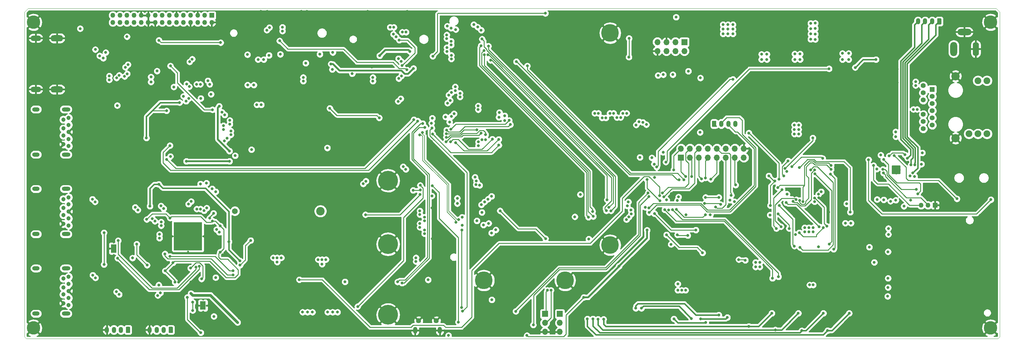
<source format=gbr>
%TF.GenerationSoftware,KiCad,Pcbnew,5.1.2+dfsg1-1*%
%TF.CreationDate,2020-02-17T14:18:57+01:00*%
%TF.ProjectId,reform2-motherboard,7265666f-726d-4322-9d6d-6f7468657262,2.0*%
%TF.SameCoordinates,Original*%
%TF.FileFunction,Copper,L6,Bot*%
%TF.FilePolarity,Positive*%
%FSLAX46Y46*%
G04 Gerber Fmt 4.6, Leading zero omitted, Abs format (unit mm)*
G04 Created by KiCad (PCBNEW 5.1.2+dfsg1-1) date 2020-02-17 14:18:57*
%MOMM*%
%LPD*%
G04 APERTURE LIST*
%TA.AperFunction,NonConductor*%
%ADD10C,0.050000*%
%TD*%
%TA.AperFunction,ComponentPad*%
%ADD11O,1.350000X1.350000*%
%TD*%
%TA.AperFunction,ComponentPad*%
%ADD12R,1.350000X1.350000*%
%TD*%
%TA.AperFunction,ComponentPad*%
%ADD13O,1.200000X1.750000*%
%TD*%
%TA.AperFunction,Conductor*%
%ADD14C,0.100000*%
%TD*%
%TA.AperFunction,ComponentPad*%
%ADD15C,1.200000*%
%TD*%
%TA.AperFunction,Conductor*%
%ADD16C,2.500000*%
%TD*%
%TA.AperFunction,ViaPad*%
%ADD17C,0.500000*%
%TD*%
%TA.AperFunction,ComponentPad*%
%ADD18C,5.000000*%
%TD*%
%TA.AperFunction,ComponentPad*%
%ADD19C,3.800000*%
%TD*%
%TA.AperFunction,ComponentPad*%
%ADD20O,1.700000X1.700000*%
%TD*%
%TA.AperFunction,ComponentPad*%
%ADD21R,1.700000X1.700000*%
%TD*%
%TA.AperFunction,Conductor*%
%ADD22R,8.000000X8.000000*%
%TD*%
%TA.AperFunction,ComponentPad*%
%ADD23O,3.556000X1.778000*%
%TD*%
%TA.AperFunction,ComponentPad*%
%ADD24O,3.000000X1.500000*%
%TD*%
%TA.AperFunction,ComponentPad*%
%ADD25O,2.400000X1.200000*%
%TD*%
%TA.AperFunction,ComponentPad*%
%ADD26O,2.100000X1.200000*%
%TD*%
%TA.AperFunction,ComponentPad*%
%ADD27C,5.600000*%
%TD*%
%TA.AperFunction,ComponentPad*%
%ADD28C,2.400000*%
%TD*%
%TA.AperFunction,ComponentPad*%
%ADD29C,1.650000*%
%TD*%
%TA.AperFunction,ComponentPad*%
%ADD30O,1.200000X1.900000*%
%TD*%
%TA.AperFunction,ComponentPad*%
%ADD31C,1.450000*%
%TD*%
%TA.AperFunction,Conductor*%
%ADD32R,1.650000X2.400000*%
%TD*%
%TA.AperFunction,ViaPad*%
%ADD33C,0.600000*%
%TD*%
%TA.AperFunction,ComponentPad*%
%ADD34C,1.398000*%
%TD*%
%TA.AperFunction,ComponentPad*%
%ADD35R,1.398000X1.398000*%
%TD*%
%TA.AperFunction,ComponentPad*%
%ADD36C,1.905000*%
%TD*%
%TA.AperFunction,ComponentPad*%
%ADD37C,2.355000*%
%TD*%
%TA.AperFunction,ComponentPad*%
%ADD38O,1.750000X4.000000*%
%TD*%
%TA.AperFunction,ComponentPad*%
%ADD39O,4.000000X1.800000*%
%TD*%
%TA.AperFunction,ComponentPad*%
%ADD40O,2.000000X4.000000*%
%TD*%
%TA.AperFunction,ViaPad*%
%ADD41C,0.800000*%
%TD*%
%TA.AperFunction,Conductor*%
%ADD42C,0.250000*%
%TD*%
%TA.AperFunction,Conductor*%
%ADD43C,0.800000*%
%TD*%
%TA.AperFunction,Conductor*%
%ADD44C,0.500000*%
%TD*%
%TA.AperFunction,Conductor*%
%ADD45C,0.400000*%
%TD*%
%TA.AperFunction,Conductor*%
%ADD46C,0.200000*%
%TD*%
%TA.AperFunction,Conductor*%
%ADD47C,0.254000*%
%TD*%
G04 APERTURE END LIST*
D10*
X315500000Y-133000000D02*
X315000000Y-133500000D01*
X315500000Y-41000000D02*
X315500000Y-133000000D01*
X40000000Y-133500000D02*
X39500000Y-133000000D01*
X40500000Y-40000000D02*
X39500000Y-41000000D01*
X314500000Y-40000000D02*
X315500000Y-41000000D01*
X315000000Y-133500000D02*
X40000000Y-133500000D01*
X39500000Y-133000000D02*
X39500000Y-41000000D01*
X40500000Y-40000000D02*
X314500000Y-40000000D01*
D11*
%TO.P,J16,3*%
%TO.N,Net-(J16-Pad3)*%
X293225000Y-95725000D03*
%TO.P,J16,2*%
%TO.N,Net-(J16-Pad2)*%
X295225000Y-95725000D03*
D12*
%TO.P,J16,1*%
%TO.N,GND*%
X297225000Y-95725000D03*
%TD*%
D13*
%TO.P,J23,4*%
%TO.N,GND*%
X240700000Y-72700000D03*
%TO.P,J23,3*%
%TO.N,/Reform 2 Power/LPC_RXDc*%
X238700000Y-72700000D03*
%TO.P,J23,2*%
%TO.N,/Reform 2 Power/LPC_TXDc*%
X236700000Y-72700000D03*
D14*
%TD*%
%TO.N,/Reform 2 Power/LPC_VCC*%
%TO.C,J23*%
G36*
X235074505Y-71826204D02*
G01*
X235098773Y-71829804D01*
X235122572Y-71835765D01*
X235145671Y-71844030D01*
X235167850Y-71854520D01*
X235188893Y-71867132D01*
X235208599Y-71881747D01*
X235226777Y-71898223D01*
X235243253Y-71916401D01*
X235257868Y-71936107D01*
X235270480Y-71957150D01*
X235280970Y-71979329D01*
X235289235Y-72002428D01*
X235295196Y-72026227D01*
X235298796Y-72050495D01*
X235300000Y-72074999D01*
X235300000Y-73325001D01*
X235298796Y-73349505D01*
X235295196Y-73373773D01*
X235289235Y-73397572D01*
X235280970Y-73420671D01*
X235270480Y-73442850D01*
X235257868Y-73463893D01*
X235243253Y-73483599D01*
X235226777Y-73501777D01*
X235208599Y-73518253D01*
X235188893Y-73532868D01*
X235167850Y-73545480D01*
X235145671Y-73555970D01*
X235122572Y-73564235D01*
X235098773Y-73570196D01*
X235074505Y-73573796D01*
X235050001Y-73575000D01*
X234349999Y-73575000D01*
X234325495Y-73573796D01*
X234301227Y-73570196D01*
X234277428Y-73564235D01*
X234254329Y-73555970D01*
X234232150Y-73545480D01*
X234211107Y-73532868D01*
X234191401Y-73518253D01*
X234173223Y-73501777D01*
X234156747Y-73483599D01*
X234142132Y-73463893D01*
X234129520Y-73442850D01*
X234119030Y-73420671D01*
X234110765Y-73397572D01*
X234104804Y-73373773D01*
X234101204Y-73349505D01*
X234100000Y-73325001D01*
X234100000Y-72074999D01*
X234101204Y-72050495D01*
X234104804Y-72026227D01*
X234110765Y-72002428D01*
X234119030Y-71979329D01*
X234129520Y-71957150D01*
X234142132Y-71936107D01*
X234156747Y-71916401D01*
X234173223Y-71898223D01*
X234191401Y-71881747D01*
X234211107Y-71867132D01*
X234232150Y-71854520D01*
X234254329Y-71844030D01*
X234277428Y-71835765D01*
X234301227Y-71829804D01*
X234325495Y-71826204D01*
X234349999Y-71825000D01*
X235050001Y-71825000D01*
X235074505Y-71826204D01*
X235074505Y-71826204D01*
G37*
D15*
%TO.P,J23,1*%
%TO.N,/Reform 2 Power/LPC_VCC*%
X234700000Y-72700000D03*
%TD*%
D13*
%TO.P,J21,4*%
%TO.N,Net-(J21-Pad4)*%
X292400000Y-43700000D03*
%TO.P,J21,3*%
%TO.N,Net-(J21-Pad3)*%
X294400000Y-43700000D03*
%TO.P,J21,2*%
%TO.N,Net-(J21-Pad2)*%
X296400000Y-43700000D03*
D14*
%TD*%
%TO.N,Net-(J21-Pad1)*%
%TO.C,J21*%
G36*
X298774505Y-42826204D02*
G01*
X298798773Y-42829804D01*
X298822572Y-42835765D01*
X298845671Y-42844030D01*
X298867850Y-42854520D01*
X298888893Y-42867132D01*
X298908599Y-42881747D01*
X298926777Y-42898223D01*
X298943253Y-42916401D01*
X298957868Y-42936107D01*
X298970480Y-42957150D01*
X298980970Y-42979329D01*
X298989235Y-43002428D01*
X298995196Y-43026227D01*
X298998796Y-43050495D01*
X299000000Y-43074999D01*
X299000000Y-44325001D01*
X298998796Y-44349505D01*
X298995196Y-44373773D01*
X298989235Y-44397572D01*
X298980970Y-44420671D01*
X298970480Y-44442850D01*
X298957868Y-44463893D01*
X298943253Y-44483599D01*
X298926777Y-44501777D01*
X298908599Y-44518253D01*
X298888893Y-44532868D01*
X298867850Y-44545480D01*
X298845671Y-44555970D01*
X298822572Y-44564235D01*
X298798773Y-44570196D01*
X298774505Y-44573796D01*
X298750001Y-44575000D01*
X298049999Y-44575000D01*
X298025495Y-44573796D01*
X298001227Y-44570196D01*
X297977428Y-44564235D01*
X297954329Y-44555970D01*
X297932150Y-44545480D01*
X297911107Y-44532868D01*
X297891401Y-44518253D01*
X297873223Y-44501777D01*
X297856747Y-44483599D01*
X297842132Y-44463893D01*
X297829520Y-44442850D01*
X297819030Y-44420671D01*
X297810765Y-44397572D01*
X297804804Y-44373773D01*
X297801204Y-44349505D01*
X297800000Y-44325001D01*
X297800000Y-43074999D01*
X297801204Y-43050495D01*
X297804804Y-43026227D01*
X297810765Y-43002428D01*
X297819030Y-42979329D01*
X297829520Y-42957150D01*
X297842132Y-42936107D01*
X297856747Y-42916401D01*
X297873223Y-42898223D01*
X297891401Y-42881747D01*
X297911107Y-42867132D01*
X297932150Y-42854520D01*
X297954329Y-42844030D01*
X297977428Y-42835765D01*
X298001227Y-42829804D01*
X298025495Y-42826204D01*
X298049999Y-42825000D01*
X298750001Y-42825000D01*
X298774505Y-42826204D01*
X298774505Y-42826204D01*
G37*
D15*
%TO.P,J21,1*%
%TO.N,Net-(J21-Pad1)*%
X298400000Y-43700000D03*
%TD*%
D13*
%TO.P,J14,4*%
%TO.N,GND*%
X74900000Y-131000000D03*
%TO.P,J14,3*%
%TO.N,Net-(J14-Pad3)*%
X76900000Y-131000000D03*
%TO.P,J14,2*%
%TO.N,Net-(J14-Pad2)*%
X78900000Y-131000000D03*
D14*
%TD*%
%TO.N,Net-(C71-Pad1)*%
%TO.C,J14*%
G36*
X81274505Y-130126204D02*
G01*
X81298773Y-130129804D01*
X81322572Y-130135765D01*
X81345671Y-130144030D01*
X81367850Y-130154520D01*
X81388893Y-130167132D01*
X81408599Y-130181747D01*
X81426777Y-130198223D01*
X81443253Y-130216401D01*
X81457868Y-130236107D01*
X81470480Y-130257150D01*
X81480970Y-130279329D01*
X81489235Y-130302428D01*
X81495196Y-130326227D01*
X81498796Y-130350495D01*
X81500000Y-130374999D01*
X81500000Y-131625001D01*
X81498796Y-131649505D01*
X81495196Y-131673773D01*
X81489235Y-131697572D01*
X81480970Y-131720671D01*
X81470480Y-131742850D01*
X81457868Y-131763893D01*
X81443253Y-131783599D01*
X81426777Y-131801777D01*
X81408599Y-131818253D01*
X81388893Y-131832868D01*
X81367850Y-131845480D01*
X81345671Y-131855970D01*
X81322572Y-131864235D01*
X81298773Y-131870196D01*
X81274505Y-131873796D01*
X81250001Y-131875000D01*
X80549999Y-131875000D01*
X80525495Y-131873796D01*
X80501227Y-131870196D01*
X80477428Y-131864235D01*
X80454329Y-131855970D01*
X80432150Y-131845480D01*
X80411107Y-131832868D01*
X80391401Y-131818253D01*
X80373223Y-131801777D01*
X80356747Y-131783599D01*
X80342132Y-131763893D01*
X80329520Y-131742850D01*
X80319030Y-131720671D01*
X80310765Y-131697572D01*
X80304804Y-131673773D01*
X80301204Y-131649505D01*
X80300000Y-131625001D01*
X80300000Y-130374999D01*
X80301204Y-130350495D01*
X80304804Y-130326227D01*
X80310765Y-130302428D01*
X80319030Y-130279329D01*
X80329520Y-130257150D01*
X80342132Y-130236107D01*
X80356747Y-130216401D01*
X80373223Y-130198223D01*
X80391401Y-130181747D01*
X80411107Y-130167132D01*
X80432150Y-130154520D01*
X80454329Y-130144030D01*
X80477428Y-130135765D01*
X80501227Y-130129804D01*
X80525495Y-130126204D01*
X80549999Y-130125000D01*
X81250001Y-130125000D01*
X81274505Y-130126204D01*
X81274505Y-130126204D01*
G37*
D15*
%TO.P,J14,1*%
%TO.N,Net-(C71-Pad1)*%
X80900000Y-131000000D03*
%TD*%
D13*
%TO.P,J9,4*%
%TO.N,GND*%
X62800000Y-131000000D03*
%TO.P,J9,3*%
%TO.N,Net-(J9-Pad3)*%
X64800000Y-131000000D03*
%TO.P,J9,2*%
%TO.N,Net-(J9-Pad2)*%
X66800000Y-131000000D03*
D14*
%TD*%
%TO.N,Net-(C69-Pad1)*%
%TO.C,J9*%
G36*
X69174505Y-130126204D02*
G01*
X69198773Y-130129804D01*
X69222572Y-130135765D01*
X69245671Y-130144030D01*
X69267850Y-130154520D01*
X69288893Y-130167132D01*
X69308599Y-130181747D01*
X69326777Y-130198223D01*
X69343253Y-130216401D01*
X69357868Y-130236107D01*
X69370480Y-130257150D01*
X69380970Y-130279329D01*
X69389235Y-130302428D01*
X69395196Y-130326227D01*
X69398796Y-130350495D01*
X69400000Y-130374999D01*
X69400000Y-131625001D01*
X69398796Y-131649505D01*
X69395196Y-131673773D01*
X69389235Y-131697572D01*
X69380970Y-131720671D01*
X69370480Y-131742850D01*
X69357868Y-131763893D01*
X69343253Y-131783599D01*
X69326777Y-131801777D01*
X69308599Y-131818253D01*
X69288893Y-131832868D01*
X69267850Y-131845480D01*
X69245671Y-131855970D01*
X69222572Y-131864235D01*
X69198773Y-131870196D01*
X69174505Y-131873796D01*
X69150001Y-131875000D01*
X68449999Y-131875000D01*
X68425495Y-131873796D01*
X68401227Y-131870196D01*
X68377428Y-131864235D01*
X68354329Y-131855970D01*
X68332150Y-131845480D01*
X68311107Y-131832868D01*
X68291401Y-131818253D01*
X68273223Y-131801777D01*
X68256747Y-131783599D01*
X68242132Y-131763893D01*
X68229520Y-131742850D01*
X68219030Y-131720671D01*
X68210765Y-131697572D01*
X68204804Y-131673773D01*
X68201204Y-131649505D01*
X68200000Y-131625001D01*
X68200000Y-130374999D01*
X68201204Y-130350495D01*
X68204804Y-130326227D01*
X68210765Y-130302428D01*
X68219030Y-130279329D01*
X68229520Y-130257150D01*
X68242132Y-130236107D01*
X68256747Y-130216401D01*
X68273223Y-130198223D01*
X68291401Y-130181747D01*
X68311107Y-130167132D01*
X68332150Y-130154520D01*
X68354329Y-130144030D01*
X68377428Y-130135765D01*
X68401227Y-130129804D01*
X68425495Y-130126204D01*
X68449999Y-130125000D01*
X69150001Y-130125000D01*
X69174505Y-130126204D01*
X69174505Y-130126204D01*
G37*
D15*
%TO.P,J9,1*%
%TO.N,Net-(C69-Pad1)*%
X68800000Y-131000000D03*
%TD*%
D14*
%TO.N,GND*%
%TO.C,U3*%
G36*
X287224504Y-84451204D02*
G01*
X287248773Y-84454804D01*
X287272571Y-84460765D01*
X287295671Y-84469030D01*
X287317849Y-84479520D01*
X287338893Y-84492133D01*
X287358598Y-84506747D01*
X287376777Y-84523223D01*
X287393253Y-84541402D01*
X287407867Y-84561107D01*
X287420480Y-84582151D01*
X287430970Y-84604329D01*
X287439235Y-84627429D01*
X287445196Y-84651227D01*
X287448796Y-84675496D01*
X287450000Y-84700000D01*
X287450000Y-86700000D01*
X287448796Y-86724504D01*
X287445196Y-86748773D01*
X287439235Y-86772571D01*
X287430970Y-86795671D01*
X287420480Y-86817849D01*
X287407867Y-86838893D01*
X287393253Y-86858598D01*
X287376777Y-86876777D01*
X287358598Y-86893253D01*
X287338893Y-86907867D01*
X287317849Y-86920480D01*
X287295671Y-86930970D01*
X287272571Y-86939235D01*
X287248773Y-86945196D01*
X287224504Y-86948796D01*
X287200000Y-86950000D01*
X285200000Y-86950000D01*
X285175496Y-86948796D01*
X285151227Y-86945196D01*
X285127429Y-86939235D01*
X285104329Y-86930970D01*
X285082151Y-86920480D01*
X285061107Y-86907867D01*
X285041402Y-86893253D01*
X285023223Y-86876777D01*
X285006747Y-86858598D01*
X284992133Y-86838893D01*
X284979520Y-86817849D01*
X284969030Y-86795671D01*
X284960765Y-86772571D01*
X284954804Y-86748773D01*
X284951204Y-86724504D01*
X284950000Y-86700000D01*
X284950000Y-84700000D01*
X284951204Y-84675496D01*
X284954804Y-84651227D01*
X284960765Y-84627429D01*
X284969030Y-84604329D01*
X284979520Y-84582151D01*
X284992133Y-84561107D01*
X285006747Y-84541402D01*
X285023223Y-84523223D01*
X285041402Y-84506747D01*
X285061107Y-84492133D01*
X285082151Y-84479520D01*
X285104329Y-84469030D01*
X285127429Y-84460765D01*
X285151227Y-84454804D01*
X285175496Y-84451204D01*
X285200000Y-84450000D01*
X287200000Y-84450000D01*
X287224504Y-84451204D01*
X287224504Y-84451204D01*
G37*
D16*
X286200000Y-85700000D03*
D17*
X287200000Y-86700000D03*
X286200000Y-86700000D03*
X285200000Y-86700000D03*
X287200000Y-85700000D03*
X286200000Y-85700000D03*
X285200000Y-85700000D03*
X287200000Y-84700000D03*
X286200000Y-84700000D03*
X285200000Y-84700000D03*
%TD*%
D18*
%TO.P,H25,1*%
%TO.N,GND*%
X169500000Y-117000000D03*
%TD*%
%TO.P,H27,1*%
%TO.N,GND*%
X205250000Y-107000000D03*
%TD*%
%TO.P,H24,1*%
%TO.N,GND*%
X192500000Y-117000000D03*
%TD*%
%TO.P,H22,1*%
%TO.N,GND*%
X205250000Y-47000000D03*
%TD*%
D19*
%TO.P,H8,1*%
%TO.N,GND*%
X312928000Y-130480000D03*
%TD*%
%TO.P,H6,1*%
%TO.N,GND*%
X312928000Y-43940000D03*
%TD*%
%TO.P,H7,1*%
%TO.N,GND*%
X42040000Y-130480000D03*
%TD*%
%TO.P,H5,1*%
%TO.N,GND*%
X42040000Y-43940000D03*
%TD*%
D20*
%TO.P,J19,8*%
%TO.N,GND*%
X218630000Y-52090000D03*
%TO.P,J19,7*%
%TO.N,ETH0_LED_LINK2*%
X218630000Y-49550000D03*
%TO.P,J19,6*%
%TO.N,ETH0_LED_LINK1*%
X221170000Y-52090000D03*
%TO.P,J19,5*%
%TO.N,GND*%
X221170000Y-49550000D03*
%TO.P,J19,4*%
%TO.N,IMX_JTAG_TCK*%
X223710000Y-52090000D03*
%TO.P,J19,3*%
%TO.N,IMX_JTAG_TMS*%
X223710000Y-49550000D03*
%TO.P,J19,2*%
%TO.N,IMX_JTAG_TDI*%
X226250000Y-52090000D03*
D21*
%TO.P,J19,1*%
%TO.N,+3V3*%
X226250000Y-49550000D03*
%TD*%
D22*
%TO.N,GND*%
%TO.C,U9*%
X85750000Y-104500000D03*
D17*
X88250000Y-101000000D03*
X89250000Y-101000000D03*
X89250000Y-102000000D03*
X88250000Y-102000000D03*
X89250000Y-105000000D03*
X89250000Y-106000000D03*
X88250000Y-105000000D03*
X88250000Y-106000000D03*
X89250000Y-108000000D03*
X88250000Y-108000000D03*
X88250000Y-107000000D03*
X89250000Y-107000000D03*
X88250000Y-103000000D03*
X89250000Y-104000000D03*
X88250000Y-104000000D03*
X89250000Y-103000000D03*
X86250000Y-101000000D03*
X87250000Y-101000000D03*
X87250000Y-102000000D03*
X86250000Y-102000000D03*
X87250000Y-105000000D03*
X87250000Y-106000000D03*
X86250000Y-105000000D03*
X86250000Y-106000000D03*
X87250000Y-108000000D03*
X86250000Y-108000000D03*
X86250000Y-107000000D03*
X87250000Y-107000000D03*
X86250000Y-103000000D03*
X87250000Y-104000000D03*
X86250000Y-104000000D03*
X87250000Y-103000000D03*
X85250000Y-103000000D03*
X84250000Y-104000000D03*
X85250000Y-104000000D03*
X84250000Y-103000000D03*
X84250000Y-102000000D03*
X84250000Y-101000000D03*
X85250000Y-101000000D03*
X85250000Y-102000000D03*
X83250000Y-103000000D03*
X82250000Y-104000000D03*
X83250000Y-104000000D03*
X82250000Y-103000000D03*
X82250000Y-102000000D03*
X82250000Y-101000000D03*
X83250000Y-101000000D03*
X83250000Y-102000000D03*
X82250000Y-105000000D03*
X82250000Y-106000000D03*
X85250000Y-106000000D03*
X84250000Y-106000000D03*
X85250000Y-105000000D03*
X84250000Y-105000000D03*
X83250000Y-105000000D03*
X83250000Y-106000000D03*
X82250000Y-107000000D03*
X85250000Y-107000000D03*
X83250000Y-107000000D03*
X84250000Y-107000000D03*
X82250000Y-108000000D03*
X85250000Y-108000000D03*
X84250000Y-108000000D03*
X83250000Y-108000000D03*
%TD*%
D11*
%TO.P,J24,30*%
%TO.N,Net-(J24-Pad30)*%
X64500000Y-44000000D03*
%TO.P,J24,29*%
%TO.N,+3V3*%
X64500000Y-42000000D03*
%TO.P,J24,28*%
X66500000Y-44000000D03*
%TO.P,J24,27*%
X66500000Y-42000000D03*
%TO.P,J24,26*%
X68500000Y-44000000D03*
%TO.P,J24,25*%
%TO.N,Net-(J24-Pad25)*%
X68500000Y-42000000D03*
%TO.P,J24,24*%
%TO.N,Net-(J24-Pad24)*%
X70500000Y-44000000D03*
%TO.P,J24,23*%
%TO.N,/Reform 2 Display/EDP_BL_PWM*%
X70500000Y-42000000D03*
%TO.P,J24,22*%
%TO.N,/Reform 2 Display/EDP_BL_ENABLE*%
X72500000Y-44000000D03*
%TO.P,J24,21*%
%TO.N,GND*%
X72500000Y-42000000D03*
%TO.P,J24,20*%
X74500000Y-44000000D03*
%TO.P,J24,19*%
X74500000Y-42000000D03*
%TO.P,J24,18*%
X76500000Y-44000000D03*
%TO.P,J24,17*%
%TO.N,/Reform 2 Display/EDP_HPD*%
X76500000Y-42000000D03*
%TO.P,J24,16*%
%TO.N,Net-(J24-Pad16)*%
X78500000Y-44000000D03*
%TO.P,J24,15*%
%TO.N,Net-(J24-Pad15)*%
X78500000Y-42000000D03*
%TO.P,J24,14*%
%TO.N,/Reform 2 Display/EDP_LCD_TEST*%
X80500000Y-44000000D03*
%TO.P,J24,13*%
%TO.N,+3V3*%
X80500000Y-42000000D03*
%TO.P,J24,12*%
X82500000Y-44000000D03*
%TO.P,J24,11*%
%TO.N,GND*%
X82500000Y-42000000D03*
%TO.P,J24,10*%
%TO.N,EDP_AUX_DN*%
X84500000Y-44000000D03*
%TO.P,J24,9*%
%TO.N,EDP_AUX_DP*%
X84500000Y-42000000D03*
%TO.P,J24,8*%
%TO.N,GND*%
X86500000Y-44000000D03*
%TO.P,J24,7*%
%TO.N,EDP_TX0_DP*%
X86500000Y-42000000D03*
%TO.P,J24,6*%
%TO.N,EDP_TX0_DN*%
X88500000Y-44000000D03*
%TO.P,J24,5*%
%TO.N,GND*%
X88500000Y-42000000D03*
%TO.P,J24,4*%
%TO.N,EDP_TX1_DP*%
X90500000Y-44000000D03*
%TO.P,J24,3*%
%TO.N,EDP_TX1_DN*%
X90500000Y-42000000D03*
%TO.P,J24,2*%
%TO.N,GND*%
X92500000Y-44000000D03*
D12*
%TO.P,J24,1*%
%TO.N,Net-(J24-Pad1)*%
X92500000Y-42000000D03*
%TD*%
D20*
%TO.P,J20,3*%
%TO.N,GND*%
X186800000Y-131580000D03*
%TO.P,J20,2*%
%TO.N,IMX_UART2_RX*%
X186800000Y-129040000D03*
D21*
%TO.P,J20,1*%
%TO.N,IMX_UART2_TX*%
X186800000Y-126500000D03*
%TD*%
D20*
%TO.P,J18,3*%
%TO.N,GND*%
X191000000Y-131580000D03*
%TO.P,J18,2*%
%TO.N,IMX_UART1_RX*%
X191000000Y-129040000D03*
D21*
%TO.P,J18,1*%
%TO.N,IMX_UART1_TX*%
X191000000Y-126500000D03*
%TD*%
D20*
%TO.P,J22,16*%
%TO.N,GND*%
X243080000Y-79710000D03*
%TO.P,J22,15*%
%TO.N,/Reform 2 Power/LPC_VCC*%
X243080000Y-82250000D03*
%TO.P,J22,14*%
%TO.N,/Reform 2 Power/LPC_PIO1_25*%
X240540000Y-79710000D03*
%TO.P,J22,13*%
%TO.N,/Reform 2 Power/LPC_AD7*%
X240540000Y-82250000D03*
%TO.P,J22,12*%
%TO.N,/Reform 2 Power/LPC_PIO1_31*%
X238000000Y-79710000D03*
%TO.P,J22,11*%
%TO.N,/Reform 2 Power/LPC_MOSI1a*%
X238000000Y-82250000D03*
%TO.P,J22,10*%
%TO.N,/Reform 2 Power/LPC_SCK0b*%
X235460000Y-79710000D03*
%TO.P,J22,9*%
%TO.N,/Reform 2 Power/LPC_TDI*%
X235460000Y-82250000D03*
%TO.P,J22,8*%
%TO.N,/Reform 2 Power/LPC_MISO1a*%
X232920000Y-79710000D03*
%TO.P,J22,7*%
%TO.N,/Reform 2 Power/LPC_TMS*%
X232920000Y-82250000D03*
%TO.P,J22,6*%
%TO.N,/Reform 2 Power/LPC_RXDa*%
X230380000Y-79710000D03*
%TO.P,J22,5*%
%TO.N,/Reform 2 Power/LPC_TDO*%
X230380000Y-82250000D03*
%TO.P,J22,4*%
%TO.N,/Reform 2 Power/LPC_TXDa*%
X227840000Y-79710000D03*
%TO.P,J22,3*%
%TO.N,/Reform 2 Power/LPC_~TRST*%
X227840000Y-82250000D03*
%TO.P,J22,2*%
%TO.N,/Reform 2 Power/LPC_AD5*%
X225300000Y-79710000D03*
D21*
%TO.P,J22,1*%
%TO.N,/Reform 2 Power/LPC_SWDIO*%
X225300000Y-82250000D03*
%TD*%
D23*
%TO.P,J4,SH*%
%TO.N,GND*%
X48700000Y-48450000D03*
X48700000Y-62950000D03*
D24*
X42700000Y-48450000D03*
X42700000Y-62950000D03*
%TD*%
D15*
%TO.P,J17,1*%
%TO.N,Net-(J17-Pad1)*%
X50500000Y-71500000D03*
%TO.P,J17,2*%
%TO.N,USB2_DN*%
X50500000Y-74000000D03*
%TO.P,J17,3*%
%TO.N,USB2_DP*%
X50500000Y-76000000D03*
%TO.P,J17,4*%
%TO.N,GND*%
X50500000Y-78500000D03*
%TO.P,J17,5*%
%TO.N,USB2_RX_N*%
X52000000Y-79000000D03*
%TO.P,J17,6*%
%TO.N,USB2_RX_P*%
X52000000Y-77000000D03*
%TO.P,J17,7*%
%TO.N,GND*%
X52000000Y-75000000D03*
%TO.P,J17,8*%
%TO.N,USB2_TX_N*%
X52000000Y-73000000D03*
%TO.P,J17,9*%
%TO.N,USB2_TX_P*%
X52000000Y-71000000D03*
D25*
%TO.P,J17,10*%
%TO.N,Net-(C75-Pad1)*%
X51250000Y-81400000D03*
X51250000Y-68600000D03*
D26*
X42750000Y-81400000D03*
X42750000Y-68600000D03*
%TD*%
D27*
%TO.P,H3,1*%
%TO.N,GND*%
X142400000Y-88750000D03*
%TD*%
%TO.P,H2,1*%
%TO.N,GND*%
X142400000Y-106750000D03*
%TD*%
D28*
%TO.P,J11,5*%
%TO.N,N/C*%
X123240000Y-97400000D03*
D29*
%TO.P,J11,6*%
X99040000Y-97400000D03*
%TD*%
D27*
%TO.P,H1,1*%
%TO.N,GND*%
X142400000Y-126750000D03*
%TD*%
D30*
%TO.P,J8,6*%
%TO.N,GND*%
X157050000Y-131137500D03*
X150050000Y-131137500D03*
D31*
X156050000Y-128437500D03*
X151050000Y-128437500D03*
%TD*%
D15*
%TO.P,J5,1*%
%TO.N,Net-(C81-Pad1)*%
X50500000Y-116500000D03*
%TO.P,J5,2*%
%TO.N,USB3_2_DN*%
X50500000Y-119000000D03*
%TO.P,J5,3*%
%TO.N,USB3_2_DP*%
X50500000Y-121000000D03*
%TO.P,J5,4*%
%TO.N,GND*%
X50500000Y-123500000D03*
%TO.P,J5,5*%
%TO.N,USB3_2_SSRXN*%
X52000000Y-124000000D03*
%TO.P,J5,6*%
%TO.N,USB3_2_SSRXP*%
X52000000Y-122000000D03*
%TO.P,J5,7*%
%TO.N,GND*%
X52000000Y-120000000D03*
%TO.P,J5,8*%
%TO.N,Net-(C39-Pad2)*%
X52000000Y-118000000D03*
%TO.P,J5,9*%
%TO.N,Net-(C41-Pad2)*%
X52000000Y-116000000D03*
D25*
%TO.P,J5,10*%
%TO.N,Net-(C74-Pad1)*%
X51250000Y-126400000D03*
X51250000Y-113600000D03*
D26*
X42750000Y-126400000D03*
X42750000Y-113600000D03*
%TD*%
D32*
%TO.N,GND*%
%TO.C,U16*%
X90000000Y-124100000D03*
D33*
X90000000Y-124100000D03*
X89520000Y-123240000D03*
X89520000Y-124960000D03*
X90480000Y-123240000D03*
X90480000Y-124960000D03*
%TD*%
D32*
%TO.N,GND*%
%TO.C,U15*%
X64750000Y-108000000D03*
D33*
X64750000Y-108000000D03*
X64270000Y-107140000D03*
X64270000Y-108860000D03*
X65230000Y-107140000D03*
X65230000Y-108860000D03*
%TD*%
D26*
%TO.P,J6,10*%
%TO.N,Net-(C67-Pad1)*%
X42750000Y-91100000D03*
X42750000Y-103900000D03*
D25*
X51250000Y-91100000D03*
X51250000Y-103900000D03*
D15*
%TO.P,J6,9*%
%TO.N,Net-(C42-Pad2)*%
X52000000Y-93500000D03*
%TO.P,J6,8*%
%TO.N,Net-(C40-Pad2)*%
X52000000Y-95500000D03*
%TO.P,J6,7*%
%TO.N,GND*%
X52000000Y-97500000D03*
%TO.P,J6,6*%
%TO.N,USB3_1_SSRXP*%
X52000000Y-99500000D03*
%TO.P,J6,5*%
%TO.N,USB3_1_SSRXN*%
X52000000Y-101500000D03*
%TO.P,J6,4*%
%TO.N,GND*%
X50500000Y-101000000D03*
%TO.P,J6,3*%
%TO.N,USB3_1_DP*%
X50500000Y-98500000D03*
%TO.P,J6,2*%
%TO.N,USB3_1_DN*%
X50500000Y-96500000D03*
%TO.P,J6,1*%
%TO.N,Net-(C63-Pad1)*%
X50500000Y-94000000D03*
%TD*%
D34*
%TO.P,P1,10*%
%TO.N,ETH0_A-*%
X293860000Y-70035000D03*
%TO.P,P1,11*%
%TO.N,ETH0_A+*%
X293860000Y-72065000D03*
%TO.P,P1,12*%
%TO.N,Net-(C26-Pad1)*%
X293860000Y-74095000D03*
%TO.P,P1,9*%
%TO.N,ETH0_D-*%
X293860000Y-65965000D03*
%TO.P,P1,8*%
%TO.N,ETH0_D+*%
X293860000Y-63935000D03*
%TO.P,P1,7*%
%TO.N,Net-(C23-Pad1)*%
X293860000Y-61905000D03*
%TO.P,P1,4*%
%TO.N,ETH0_B+*%
X296400000Y-69015000D03*
%TO.P,P1,3*%
%TO.N,ETH0_C+*%
X296400000Y-66985000D03*
%TO.P,P1,2*%
%TO.N,ETH0_C-*%
X296400000Y-64955000D03*
D35*
%TO.P,P1,1*%
%TO.N,Net-(C24-Pad1)*%
X296400000Y-62925000D03*
D34*
%TO.P,P1,5*%
%TO.N,ETH0_B-*%
X296400000Y-71045000D03*
%TO.P,P1,6*%
%TO.N,Net-(C25-Pad1)*%
X296400000Y-73075000D03*
D36*
%TO.P,P1,17*%
%TO.N,Net-(P1-Pad17)*%
X311890000Y-75520000D03*
%TO.P,P1,16*%
%TO.N,+3V3*%
X309350000Y-75520000D03*
%TO.P,P1,15*%
%TO.N,Net-(P1-Pad15)*%
X306810000Y-75520000D03*
%TO.P,P1,14*%
%TO.N,+3V3*%
X311890000Y-60480000D03*
%TO.P,P1,13*%
%TO.N,Net-(P1-Pad13)*%
X309350000Y-60480000D03*
D37*
%TO.P,P1,SH2*%
%TO.N,GND*%
X303000000Y-76790000D03*
%TO.P,P1,SH1*%
X303000000Y-59210000D03*
%TD*%
D38*
%TO.P,J1,3*%
%TO.N,GND*%
X308750000Y-51500000D03*
D39*
%TO.P,J1,2*%
X305500000Y-46700000D03*
D40*
%TO.P,J1,1*%
%TO.N,/Reform 2 Power/24V_IN*%
X302500000Y-51500000D03*
%TD*%
D41*
%TO.N,HDMI_D2+*%
X63500000Y-60225000D03*
X152700000Y-103775000D03*
%TO.N,HDMI_D2-*%
X63500000Y-59175000D03*
X152700000Y-102725000D03*
%TO.N,HDMI_D1+*%
X151400000Y-101975000D03*
X65553768Y-59696232D03*
%TO.N,HDMI_D1-*%
X151400000Y-100925000D03*
X66296232Y-58953768D03*
%TO.N,HDMI_D0+*%
X67828768Y-59271232D03*
X152700000Y-100175000D03*
%TO.N,HDMI_D0-*%
X68571232Y-58528768D03*
X152700000Y-99125000D03*
%TO.N,SD2_DATA1*%
X170800000Y-50700000D03*
X205500000Y-97300000D03*
%TO.N,SD2_DATA0*%
X169001401Y-48694004D03*
X204900000Y-96299998D03*
%TO.N,SD2_CLK*%
X204186178Y-97293855D03*
X170622976Y-53184705D03*
%TO.N,SD2_CMD*%
X169623178Y-53164003D03*
X200275000Y-97475000D03*
%TO.N,SD2_DATA3*%
X169537632Y-51926649D03*
X200466743Y-98888908D03*
%TO.N,SD2_DATA2*%
X168700000Y-50600000D03*
X199100000Y-99099998D03*
%TO.N,GND*%
X242900000Y-124300000D03*
X236050000Y-124475000D03*
X252100000Y-117600000D03*
X113250000Y-117000000D03*
X116000000Y-118150000D03*
X70500000Y-72700000D03*
X95600000Y-109800000D03*
X47000000Y-55250000D03*
X47000000Y-56750000D03*
X47000000Y-58250000D03*
X141250000Y-45200000D03*
X104250000Y-49250000D03*
X143900000Y-41000000D03*
X136600000Y-40900000D03*
X133800000Y-45200000D03*
X167100000Y-63700000D03*
X167100000Y-61800000D03*
X167100000Y-65200001D03*
X109600000Y-55100000D03*
X196600000Y-61700000D03*
X241400000Y-107900000D03*
X234300000Y-111300000D03*
X235900000Y-111300000D03*
X89600000Y-63200000D03*
X167000000Y-77000000D03*
X147800000Y-40900000D03*
X222600010Y-92400000D03*
X98700000Y-111300000D03*
X64100000Y-110300000D03*
X84300000Y-89700000D03*
X94287347Y-96112653D03*
X68100000Y-66000000D03*
X58700000Y-65600000D03*
X55100000Y-65800000D03*
X82750000Y-47000000D03*
X113500000Y-55250000D03*
X102250000Y-45200000D03*
X104950000Y-41000000D03*
X109900000Y-41000000D03*
X111800000Y-41050000D03*
X121750000Y-57850000D03*
X135750000Y-66500000D03*
X64000000Y-105750000D03*
X71700000Y-101400000D03*
X74100000Y-98400000D03*
X84700000Y-120100000D03*
X72000000Y-105700000D03*
X93700000Y-114800000D03*
X81719135Y-82780865D03*
X139700000Y-45200000D03*
X138200000Y-45200000D03*
X136600000Y-45200000D03*
X135200000Y-45200000D03*
X154700000Y-67000000D03*
X153300000Y-71100000D03*
X167400000Y-70200000D03*
X154800000Y-96500000D03*
X154900000Y-105200000D03*
X168400000Y-93900000D03*
X226749999Y-127850000D03*
X233600000Y-125450000D03*
X240900000Y-125600000D03*
X248150000Y-125650000D03*
X255450000Y-125600000D03*
X262750000Y-125750000D03*
X269800000Y-125800000D03*
X307950000Y-94900000D03*
X300100000Y-82350000D03*
X220250000Y-84900000D03*
X237950000Y-111100000D03*
X200650000Y-57200000D03*
X196600000Y-60150000D03*
X196600000Y-58650000D03*
X196800000Y-69250000D03*
X80750000Y-53000000D03*
X76000000Y-52500000D03*
X75500000Y-83000000D03*
X167700000Y-103900000D03*
X127400000Y-68300000D03*
X215900000Y-84700000D03*
X55700000Y-50850000D03*
X53600000Y-51050000D03*
X91150000Y-67600000D03*
X92100000Y-66500000D03*
X94950000Y-80750000D03*
X78650000Y-68000000D03*
X92250000Y-78550000D03*
X98000000Y-67500000D03*
X119500000Y-67500000D03*
X130500000Y-76650000D03*
X99500000Y-76700000D03*
X120000000Y-87000000D03*
X125000000Y-87000000D03*
X130000000Y-87000000D03*
X132500000Y-87000000D03*
X130000000Y-93250000D03*
X130000000Y-97500000D03*
X115000000Y-97500000D03*
X110000000Y-97500000D03*
X110000000Y-93000000D03*
X115000000Y-93000000D03*
X103500000Y-103300000D03*
X134500000Y-106500000D03*
X138500000Y-110500000D03*
X70500000Y-46350000D03*
X61550000Y-45000000D03*
X59500000Y-42000000D03*
X50500000Y-46000000D03*
X59500000Y-49100000D03*
X145500000Y-110500000D03*
X59500000Y-123500000D03*
X56500000Y-120500000D03*
X62000000Y-121000000D03*
X59000000Y-118000000D03*
X64500000Y-118500000D03*
X55500000Y-103000000D03*
X55500000Y-98500000D03*
X55500000Y-91000000D03*
X48000000Y-94000000D03*
X48000000Y-101000000D03*
X48000000Y-97500000D03*
X48000000Y-78500000D03*
X48000000Y-75000000D03*
X48000000Y-71500000D03*
X48000000Y-123500000D03*
X44000000Y-116500000D03*
X54500000Y-82500000D03*
X54500000Y-71000000D03*
X57500000Y-74000000D03*
X60500000Y-77000000D03*
X64000000Y-80500000D03*
X60500000Y-71000000D03*
X63500000Y-74000000D03*
X117300000Y-45000000D03*
X119950000Y-45000000D03*
X97500000Y-50500000D03*
X172000000Y-67500000D03*
X170000000Y-65500000D03*
X180000000Y-58500000D03*
X175000000Y-52000000D03*
X180000000Y-52000000D03*
X180000000Y-71000000D03*
X186500000Y-71000000D03*
X192500000Y-71000000D03*
X190000000Y-61000000D03*
X194000000Y-61000000D03*
X192000000Y-57500000D03*
X183500000Y-75500000D03*
X206750000Y-57250000D03*
X278000000Y-120000000D03*
X281500000Y-123500000D03*
X281500000Y-128500000D03*
X215500000Y-108000000D03*
X198500000Y-119000000D03*
X200500000Y-117000000D03*
X187500000Y-96000000D03*
X192500000Y-96000000D03*
X187500000Y-101000000D03*
X182500000Y-96000000D03*
X273100000Y-47000000D03*
X218500000Y-108000000D03*
X294500000Y-106500000D03*
X306500000Y-106500000D03*
X306500000Y-118000000D03*
X294500000Y-118000000D03*
X300500000Y-112000000D03*
X314000000Y-100500000D03*
X314000000Y-124000000D03*
X300500000Y-106500000D03*
X300500000Y-118000000D03*
X312000000Y-64500000D03*
X312000000Y-71500000D03*
X312000000Y-68000000D03*
X172000000Y-105700000D03*
X110000000Y-83000000D03*
X115000000Y-87000000D03*
X77400000Y-107700000D03*
X187500000Y-92750000D03*
X192500000Y-92750000D03*
X182500000Y-92750000D03*
X190750000Y-75500000D03*
X177500000Y-92750000D03*
X177500000Y-96000000D03*
X137800000Y-56600000D03*
X196000000Y-108000000D03*
X135000000Y-63575000D03*
X196000000Y-112000000D03*
X173200000Y-86824957D03*
X257474030Y-93075001D03*
X264268343Y-93650330D03*
X272200000Y-119600000D03*
X106400000Y-40900000D03*
X108200000Y-40900000D03*
X117800000Y-40900000D03*
X119400000Y-40900000D03*
X250299994Y-83000000D03*
X251700000Y-90300000D03*
X257250000Y-97687500D03*
X267100000Y-97700000D03*
X264850000Y-97700000D03*
X73700000Y-59400000D03*
X71900000Y-54200000D03*
X71900000Y-57300000D03*
X71900000Y-55800000D03*
X278100000Y-48500000D03*
X254100000Y-47600000D03*
X254100000Y-49200000D03*
X249600000Y-47600000D03*
X264300000Y-115100000D03*
X260900000Y-116900000D03*
X258500000Y-116900000D03*
X247400000Y-115400000D03*
X258987340Y-97912660D03*
X125900000Y-117400000D03*
X125900000Y-115800000D03*
X130000000Y-120700000D03*
X283000000Y-88700000D03*
X289500000Y-83500000D03*
X80900000Y-123800000D03*
X84300000Y-127900000D03*
X83100003Y-117500000D03*
X88300000Y-117600000D03*
X86600000Y-117500000D03*
X120000000Y-79600000D03*
X114900000Y-79600000D03*
X257750000Y-124675000D03*
X271725000Y-123975000D03*
X155012660Y-62112656D03*
X158750000Y-55400000D03*
X169500000Y-86800000D03*
X144450000Y-62950000D03*
X150550000Y-61000000D03*
X142600000Y-56350000D03*
X143650000Y-68400000D03*
X146950000Y-71700000D03*
X110000000Y-79600000D03*
X114800000Y-62900000D03*
X103700000Y-123550000D03*
X240750000Y-68750000D03*
X237750000Y-68750000D03*
X234750000Y-68750000D03*
X264750000Y-72500000D03*
X262750000Y-72500000D03*
X260750000Y-72500000D03*
X264500000Y-62000000D03*
X264500000Y-60500000D03*
X236000000Y-60250000D03*
X237750000Y-60250000D03*
X278100000Y-46000000D03*
X286500000Y-57250000D03*
X286500000Y-61000000D03*
X246250000Y-93000000D03*
X247500000Y-94250000D03*
X245000000Y-94250000D03*
X246250000Y-95500000D03*
X274750000Y-89250000D03*
X274750000Y-91000000D03*
X274750000Y-92750000D03*
X274750000Y-94500000D03*
X274750000Y-96250000D03*
X203250000Y-57250000D03*
X210000000Y-57250000D03*
X214000000Y-61750000D03*
X214000000Y-69000000D03*
X182500000Y-86750000D03*
X187500000Y-86750000D03*
X192500000Y-86750000D03*
X117250000Y-65250000D03*
X274750000Y-82500000D03*
X274750000Y-80750000D03*
X276500000Y-80750000D03*
X284000000Y-72750000D03*
X286000000Y-72750000D03*
X286000000Y-69000000D03*
X284750000Y-61000000D03*
X279250000Y-47250000D03*
X279250000Y-44750000D03*
X115250000Y-111750000D03*
X113250000Y-115000000D03*
X116750000Y-111750000D03*
X113750000Y-110250000D03*
X108250000Y-110250000D03*
X121000000Y-110500000D03*
X126250000Y-110500000D03*
X112500000Y-97500000D03*
X112500000Y-93000000D03*
X102500000Y-112750000D03*
X105000000Y-115000000D03*
X107500000Y-117500000D03*
X107500000Y-79600000D03*
X112500000Y-79600000D03*
X122500000Y-87000000D03*
X122500000Y-79600000D03*
X77500000Y-52500000D03*
X83250000Y-53000000D03*
X86000000Y-52500000D03*
X89000000Y-46000000D03*
X89500000Y-52500000D03*
X105750000Y-45500000D03*
X115000000Y-49000000D03*
X125000000Y-49000000D03*
X177500000Y-52000000D03*
X284750000Y-57250000D03*
X178887340Y-104174990D03*
X255000000Y-75500000D03*
X253500000Y-75500000D03*
X252000000Y-75500000D03*
X253500000Y-76750000D03*
X216600000Y-44600000D03*
X224200000Y-45400000D03*
X167325010Y-126831817D03*
X147617665Y-56251784D03*
X154700000Y-77700000D03*
X61200000Y-63400000D03*
X47000000Y-52700000D03*
X47000000Y-59299996D03*
X161700000Y-87000000D03*
X143500000Y-96400000D03*
X145800000Y-93900000D03*
X162800000Y-60600000D03*
X155249996Y-47150000D03*
X155249998Y-48950000D03*
X155250002Y-50750000D03*
X238700000Y-96000000D03*
X204900000Y-99100000D03*
X225500000Y-121300000D03*
X130500000Y-126500000D03*
%TO.N,SD2_CD*%
X171400000Y-54700000D03*
X204400002Y-94200000D03*
X278600000Y-107600000D03*
%TO.N,Net-(C1-Pad2)*%
X250500000Y-98500000D03*
%TO.N,Net-(C1-Pad1)*%
X255100000Y-95000000D03*
X264400000Y-101800000D03*
X264250000Y-107500000D03*
%TO.N,+3V3*%
X62000000Y-112500000D03*
X62000000Y-103499996D03*
X81750000Y-62250000D03*
X104400000Y-61700000D03*
X220250000Y-80750000D03*
X195250000Y-99000000D03*
X126250000Y-55750000D03*
X149600000Y-57000000D03*
X230700000Y-75100000D03*
X237200000Y-44600000D03*
X68500006Y-48013174D03*
X238600000Y-44600000D03*
X240000000Y-44600000D03*
X237200000Y-45900000D03*
X237200000Y-47200000D03*
X238600000Y-45900000D03*
X240000000Y-45900000D03*
X240000000Y-47200000D03*
X238600000Y-47200000D03*
X106500000Y-67300000D03*
X105250000Y-67300000D03*
X102650000Y-61700000D03*
X75287500Y-59412500D03*
X75300000Y-60850000D03*
X77500000Y-118300000D03*
X281843750Y-81543750D03*
X86600000Y-120700000D03*
X99800000Y-128900000D03*
X280700000Y-85500000D03*
X293600000Y-80900000D03*
X223900000Y-42500000D03*
X171750000Y-122500000D03*
%TO.N,/Reform 2 Display/EDP_BL_ENABLE*%
X77550000Y-49050000D03*
X94999998Y-49700000D03*
%TO.N,EDP_TX0_DN*%
X86228768Y-55121232D03*
%TO.N,EDP_TX0_DP*%
X86971232Y-54378768D03*
%TO.N,ETH0_A-*%
X160300000Y-53275000D03*
%TO.N,ETH0_A+*%
X160300000Y-54325000D03*
%TO.N,ETH0_D-*%
X159022565Y-47525000D03*
X291700000Y-60775000D03*
%TO.N,ETH0_D+*%
X159022565Y-48575000D03*
X291700000Y-61825000D03*
%TO.N,ETH0_B+*%
X159025002Y-52175000D03*
X291075000Y-68600000D03*
%TO.N,ETH0_C+*%
X160250000Y-50375000D03*
%TO.N,ETH0_C-*%
X160250000Y-49325000D03*
%TO.N,ETH0_B-*%
X159025002Y-51125000D03*
X292125000Y-68600000D03*
%TO.N,ETH0_LED_RX*%
X154700000Y-72500000D03*
X175400000Y-71800000D03*
%TO.N,Net-(R24-Pad2)*%
X243500000Y-111300000D03*
X241649989Y-111100000D03*
%TO.N,HDMI_HPD*%
X59550000Y-51650000D03*
X93600000Y-91900000D03*
%TO.N,HDMI_SCL*%
X60757182Y-53449880D03*
X89287342Y-89712662D03*
%TO.N,DSI_D3_N*%
X95428768Y-69428768D03*
X200875000Y-69700000D03*
%TO.N,DSI_D3_P*%
X96171232Y-70171232D03*
X201925000Y-69700000D03*
%TO.N,DSI_D0_N*%
X208875000Y-69700000D03*
X96844619Y-76777049D03*
%TO.N,DSI_D0_P*%
X209925000Y-69700000D03*
X96102155Y-77519513D03*
%TO.N,DSI_CLK_N*%
X95800000Y-73225000D03*
X205175000Y-69700000D03*
%TO.N,DSI_CLK_P*%
X95800000Y-74275000D03*
X206225000Y-69700000D03*
%TO.N,DSI_D1_N*%
X97900000Y-74725000D03*
X207175000Y-70900000D03*
%TO.N,DSI_D1_P*%
X97900000Y-75775000D03*
X208225000Y-70900000D03*
%TO.N,DSI_D2_N*%
X97600000Y-71725000D03*
X202975000Y-71000000D03*
%TO.N,DSI_D2_P*%
X97600000Y-72775000D03*
X204025000Y-71000000D03*
%TO.N,USB1_TX_N*%
X150300000Y-110600000D03*
X93889704Y-102613407D03*
%TO.N,USB1_TX_P*%
X150300000Y-111650000D03*
X94632168Y-103355871D03*
%TO.N,USB1_DN*%
X168975000Y-77200000D03*
X167963455Y-77816230D03*
%TO.N,USB1_DP*%
X170025000Y-77200000D03*
X167963455Y-78866230D03*
%TO.N,BMON_CS*%
X221200000Y-104100000D03*
X231400000Y-109200000D03*
%TO.N,BMON_SDI*%
X227200000Y-104300000D03*
X224299996Y-104100000D03*
%TO.N,HDMI_CEC*%
X61800000Y-54100000D03*
X92618755Y-91086257D03*
%TO.N,HDMI_SDA*%
X62500000Y-52500002D03*
X91000000Y-89474990D03*
%TO.N,Net-(C32-Pad1)*%
X255283716Y-86191284D03*
X257700000Y-104000000D03*
%TO.N,+1V2*%
X84500000Y-64900000D03*
X83406056Y-66665761D03*
X74000000Y-76700000D03*
X89400000Y-65500000D03*
X80796861Y-81912762D03*
X79700000Y-69000000D03*
X94600000Y-67700000D03*
X92300000Y-64300000D03*
X111000000Y-111800000D03*
X97500000Y-80399996D03*
X109900000Y-110600000D03*
X112200000Y-110600000D03*
X111000000Y-110600000D03*
%TO.N,USB3_2_SSTXN*%
X59571232Y-116271232D03*
X78871232Y-96671232D03*
%TO.N,USB3_1_SSTXN*%
X59471232Y-94771232D03*
X88249999Y-96800000D03*
%TO.N,USB3_2_SSTXP*%
X58828768Y-115528768D03*
X78128768Y-95928768D03*
%TO.N,USB3_1_SSTXP*%
X58728768Y-94028768D03*
X89299999Y-96800000D03*
%TO.N,USB_PWR*%
X65750000Y-67500000D03*
X55250000Y-45750000D03*
X166650000Y-44600000D03*
X167750000Y-45300000D03*
X168750000Y-46200000D03*
X160250006Y-45600000D03*
X159149998Y-45050000D03*
X161550002Y-45999998D03*
X263300000Y-45700000D03*
X263300000Y-44200000D03*
X263300000Y-48800000D03*
X263300000Y-47300000D03*
X262000000Y-44250000D03*
X262000000Y-45750000D03*
X262000000Y-47250000D03*
X262000000Y-48750000D03*
X125300000Y-126000000D03*
X126700000Y-126000000D03*
X128100000Y-126000000D03*
X70062660Y-110662660D03*
X93100000Y-127200000D03*
X118200000Y-126000000D03*
X119600000Y-126000000D03*
X121000000Y-126000000D03*
X93600000Y-116200000D03*
X286050000Y-74950000D03*
X210600000Y-48500000D03*
X210550000Y-53800000D03*
X174100000Y-97300000D03*
X186975000Y-105175000D03*
%TO.N,Net-(D22-Pad1)*%
X102600000Y-53099990D03*
X126600000Y-57300000D03*
%TO.N,USB3_2_SSRXP*%
X75652956Y-99504580D03*
%TO.N,USB3_2_SSRXN*%
X76395420Y-100247044D03*
%TO.N,USB3_2_DP*%
X70828768Y-96328768D03*
%TO.N,USB3_2_DN*%
X71571232Y-97071232D03*
%TO.N,USB3_1_SSRXP*%
X86663604Y-94668393D03*
%TO.N,USB3_1_SSRXN*%
X85921140Y-95410857D03*
%TO.N,USB3_1_DP*%
X90328768Y-97271232D03*
%TO.N,USB3_1_DN*%
X91071232Y-96528768D03*
%TO.N,Net-(J7-Pad6)*%
X278400000Y-82850000D03*
X313000000Y-94150000D03*
%TO.N,Net-(Q1-Pad5)*%
X267762050Y-85553550D03*
X258874477Y-94408700D03*
%TO.N,Net-(Q1-Pad4)*%
X272200000Y-95300000D03*
X255300000Y-92574993D03*
%TO.N,Net-(Q2-Pad4)*%
X253913223Y-91288453D03*
X252306104Y-102310430D03*
%TO.N,Net-(R57-Pad1)*%
X93000000Y-98000000D03*
X91900000Y-99400000D03*
%TO.N,Net-(R64-Pad2)*%
X92700000Y-68700000D03*
X80800000Y-56300000D03*
%TO.N,+1V8*%
X85300000Y-83300000D03*
X196800000Y-92700000D03*
X99100000Y-81700000D03*
X103750000Y-80000000D03*
X97500000Y-83300000D03*
%TO.N,PCIE1_CLK_N*%
X159578768Y-64571232D03*
X145428768Y-59871232D03*
X118400000Y-60600000D03*
X138100000Y-60600000D03*
%TO.N,PCIE1_CLK_P*%
X160321232Y-63828768D03*
X146171232Y-59128768D03*
X118400000Y-59550000D03*
X138100000Y-59550000D03*
%TO.N,PCIE2_CLK_N*%
X167900000Y-68675000D03*
X145228768Y-66321232D03*
%TO.N,PCIE2_CLK_P*%
X167900000Y-67625000D03*
X145971232Y-65578768D03*
%TO.N,PCIE2_RX_P*%
X144025000Y-45375002D03*
X161071232Y-69828768D03*
%TO.N,PCIE2_RX_N*%
X142975000Y-45375002D03*
X160328768Y-70571232D03*
%TO.N,PCIE2_TX_P*%
X159971232Y-66078768D03*
X144671232Y-48071232D03*
%TO.N,PCIE2_TX_N*%
X159228768Y-66821232D03*
X143928768Y-47328768D03*
%TO.N,PCIE1_RX_P*%
X162750000Y-64025000D03*
X112500000Y-46425000D03*
%TO.N,PCIE1_RX_N*%
X162750000Y-65075000D03*
X112500000Y-45375000D03*
%TO.N,PCIE1_TX_P*%
X161400000Y-62225000D03*
X108078768Y-46171232D03*
%TO.N,PCIE1_TX_N*%
X161400000Y-63275000D03*
X108821232Y-45428768D03*
%TO.N,USB3_1_EN*%
X74200000Y-112700000D03*
X71250000Y-106750000D03*
%TO.N,USB3_3_EN*%
X80650000Y-110200000D03*
X98500000Y-114249999D03*
%TO.N,USB3_4_EN*%
X79250000Y-109500000D03*
X98569644Y-115497584D03*
%TO.N,USB3_4_DN*%
X77700000Y-105025000D03*
X77971232Y-120528768D03*
%TO.N,USB3_4_DP*%
X77700000Y-103975000D03*
X77228768Y-121271232D03*
%TO.N,USB3_3_DN*%
X78174998Y-101525000D03*
X66271232Y-120971232D03*
%TO.N,USB3_3_DP*%
X78174998Y-100475000D03*
X65528768Y-120228768D03*
%TO.N,EDP_IRQ*%
X80653245Y-78852163D03*
X150800000Y-71900000D03*
%TO.N,EDP_RESETn*%
X79750002Y-82750000D03*
X149700000Y-71500002D03*
%TO.N,/Reform 2 Power/LPC_SCK1b*%
X217822175Y-98122175D03*
X229500000Y-102750000D03*
%TO.N,/Reform 2 Power/LPC_UFTOGG*%
X216250000Y-93250000D03*
X183500000Y-129600000D03*
%TO.N,/Reform 2 Power/LPC_TXDa*%
X220050000Y-92300000D03*
%TO.N,/Reform 2 Power/LPC_RXDa*%
X220450000Y-93400000D03*
%TO.N,/Reform 2 Power/LPC_AD7*%
X240749996Y-90000000D03*
X221250000Y-94249998D03*
%TO.N,/Reform 2 Power/LPC_AD5*%
X223250000Y-85750000D03*
%TO.N,/Reform 2 Power/LPC_SWDIO*%
X226634319Y-87600000D03*
%TO.N,/Reform 2 Power/LPC_TDO*%
X231148694Y-88316231D03*
%TO.N,/Reform 2 Power/LPC_TMS*%
X232200000Y-88000000D03*
%TO.N,/Reform 2 Power/LPC_TDI*%
X233700000Y-88400000D03*
%TO.N,/Reform 2 Power/LPC_SCK0b*%
X224600000Y-93400000D03*
X239525010Y-92900000D03*
%TO.N,/Reform 2 Power/LPC_MISO1a*%
X224300000Y-94375000D03*
X239200000Y-94300000D03*
%TO.N,/Reform 2 Power/LPC_MOSI1a*%
X221774767Y-97049463D03*
X235100000Y-96200000D03*
%TO.N,/Reform 2 Power/LPC_TXDc*%
X216300000Y-97800000D03*
%TO.N,/Reform 2 Power/LPC_RXDc*%
X216227825Y-96527825D03*
%TO.N,/Reform 2 Power/LPC_SSEL0*%
X215677468Y-88478183D03*
X219305666Y-94503988D03*
%TO.N,BAT2+*%
X223300000Y-127900000D03*
X232300000Y-128900000D03*
%TO.N,BAT3+*%
X230900000Y-127900000D03*
X238400000Y-127500000D03*
X228275020Y-127800000D03*
X214100000Y-124900000D03*
%TO.N,BAT4+*%
X236000000Y-126800000D03*
X212500000Y-124900000D03*
%TO.N,BAT5+*%
X244500000Y-129999979D03*
X251000000Y-126300000D03*
X203400000Y-128000000D03*
%TO.N,BAT6+*%
X252000000Y-130999996D03*
X258500000Y-126300000D03*
X201800000Y-128000000D03*
%TO.N,BAT7+*%
X259500000Y-131250000D03*
X265600000Y-126300000D03*
X200400000Y-127900000D03*
%TO.N,BAT8+*%
X266800000Y-131200000D03*
X272900000Y-126300000D03*
X198800000Y-127900000D03*
%TO.N,+1V5*%
X108700000Y-53300000D03*
X123700000Y-111100000D03*
X122600000Y-111100000D03*
X124800000Y-111100000D03*
X123700000Y-112400000D03*
X105600000Y-54500000D03*
X107200000Y-54500000D03*
X119100000Y-55500000D03*
%TO.N,Net-(C90-Pad1)*%
X97350000Y-106075000D03*
X100500000Y-111500000D03*
X77500002Y-89800000D03*
X75000000Y-96000000D03*
%TO.N,USB3_2_OVERCURn*%
X65875000Y-110720925D03*
X89000000Y-113000000D03*
%TO.N,USB3_1_OVERCURn*%
X66000000Y-105750000D03*
X88000000Y-113300000D03*
%TO.N,USB3_3_OVERCURn*%
X86517276Y-113517276D03*
X89600000Y-116600000D03*
%TO.N,USB3_4_OVERCURn*%
X85600000Y-121800000D03*
X89400000Y-131800000D03*
%TO.N,Net-(R99-Pad1)*%
X87100000Y-125500000D03*
X87100000Y-123200000D03*
%TO.N,Net-(C147-Pad2)*%
X285679678Y-81699367D03*
X303400000Y-93900000D03*
%TO.N,IMX_UART1_RX*%
X162000000Y-93750000D03*
%TO.N,IMX_UART1_TX*%
X162000000Y-95250000D03*
%TO.N,IMX_UART2_RX*%
X170862654Y-100862654D03*
X172900000Y-102700000D03*
X188500000Y-119800000D03*
%TO.N,IMX_UART2_TX*%
X169400002Y-101300000D03*
X171700000Y-103600000D03*
X187500000Y-119800000D03*
%TO.N,Net-(J21-Pad3)*%
X290400000Y-84300000D03*
%TO.N,Net-(J21-Pad1)*%
X290900000Y-86600000D03*
%TO.N,USB_RESETn*%
X100499997Y-112699997D03*
X136000000Y-98400000D03*
X103500001Y-105700001D03*
X151477772Y-92675007D03*
%TO.N,Net-(R112-Pad2)*%
X213677825Y-82177825D03*
X290100000Y-87400000D03*
%TO.N,IMX_RESETn*%
X163500000Y-125700000D03*
X154800000Y-73900000D03*
%TO.N,IMX_JTAG_TMS*%
X154900000Y-71100000D03*
X175399996Y-70400000D03*
%TO.N,IMX_JTAG_TDI*%
X159800000Y-72200000D03*
X173756509Y-70845233D03*
%TO.N,IMX_JTAG_TCK*%
X158666131Y-70730891D03*
X173908532Y-69476452D03*
%TO.N,LPC_MISO*%
X158856653Y-76473482D03*
X170000000Y-75750000D03*
%TO.N,LPC_MOSI*%
X232000000Y-95250000D03*
X167535229Y-74366450D03*
X158894049Y-75474170D03*
X236500000Y-95502531D03*
%TO.N,LPC_SCK*%
X236000000Y-93500000D03*
X232250000Y-93500000D03*
X158850006Y-77750000D03*
X168700000Y-75300000D03*
%TO.N,BACKLIGHT_PWM*%
X77000000Y-57750000D03*
X163350000Y-99100000D03*
%TO.N,DAC_SCL*%
X171900000Y-77000000D03*
X160100000Y-77800000D03*
X152200000Y-72600000D03*
X145089309Y-117437649D03*
%TO.N,DAC_SDA*%
X173700000Y-77100010D03*
X161500001Y-77999999D03*
X152800000Y-73700000D03*
X146362660Y-117762660D03*
%TO.N,DAC_MCLK*%
X280800000Y-94100000D03*
X167550000Y-100150000D03*
%TO.N,Net-(R140-Pad1)*%
X292300000Y-92500000D03*
X282650010Y-82800002D03*
%TO.N,DAC_RXFS*%
X288400000Y-96025010D03*
X168948399Y-97763664D03*
%TO.N,DAC_DIN*%
X168800000Y-95599994D03*
X290300000Y-94300000D03*
%TO.N,DAC_TXFS*%
X170700000Y-94000000D03*
X284600000Y-94600000D03*
%TO.N,DAC_DOUT*%
X171700000Y-93200000D03*
X286100000Y-94300000D03*
%TO.N,DAC_BCLK*%
X169700000Y-94800000D03*
X282700001Y-94199999D03*
%TO.N,Net-(C86-Pad1)*%
X94900000Y-101600000D03*
X81500000Y-112000000D03*
X74100000Y-99750000D03*
X79299990Y-114300000D03*
X92700000Y-100200000D03*
X80700000Y-99350000D03*
X94900000Y-109000006D03*
X82100000Y-117500000D03*
%TO.N,USB2_RX_P*%
X146678768Y-84828768D03*
X136121232Y-88928768D03*
%TO.N,USB2_RX_N*%
X147421232Y-85571232D03*
X135378768Y-89671232D03*
%TO.N,ETH0_LED_LINK1*%
X158963615Y-74476581D03*
X177000000Y-72900000D03*
X227375000Y-57800000D03*
%TO.N,ETH0_LED_LINK2*%
X160200000Y-74200002D03*
X176674989Y-71724241D03*
X220300000Y-58774990D03*
%TO.N,Net-(SW3-Pad2)*%
X154950000Y-90200000D03*
X162300000Y-128800000D03*
%TO.N,Net-(C123-Pad1)*%
X111900000Y-53000000D03*
X126750000Y-52500000D03*
X132250000Y-58500000D03*
X125900000Y-68300000D03*
X139900000Y-71000000D03*
X123099998Y-53000000D03*
%TO.N,Net-(C124-Pad1)*%
X140000000Y-53400000D03*
X148600000Y-52200000D03*
%TO.N,Net-(C127-Pad2)*%
X284200000Y-81799990D03*
X288669999Y-81451988D03*
%TO.N,/Reform 2 Display/ML1N*%
X91400000Y-60500000D03*
X85228768Y-66271232D03*
%TO.N,/Reform 2 Display/EDAUXN*%
X88225000Y-61500000D03*
X86126704Y-62148039D03*
%TO.N,/Reform 2 Display/ML1P*%
X85971232Y-65528768D03*
X91900000Y-61500000D03*
%TO.N,/Reform 2 Display/EDAUXP*%
X89275000Y-61500000D03*
X85384240Y-61405575D03*
%TO.N,Net-(J16-Pad3)*%
X279800000Y-84500000D03*
%TO.N,Net-(J16-Pad2)*%
X282600000Y-86600000D03*
%TO.N,/Reform 2 Power/LPC_PIO1_31*%
X240400000Y-94700000D03*
X226700004Y-98400000D03*
%TO.N,/Reform 2 Power/LPC_PIO1_25*%
X217699996Y-84100000D03*
%TO.N,Net-(R135-Pad2)*%
X217052825Y-82302825D03*
X291400000Y-87600000D03*
%TO.N,LPC_UART2_RX*%
X178700000Y-55100000D03*
X224800000Y-88500000D03*
%TO.N,LPC_UART2_TX*%
X181800000Y-56300004D03*
X226139989Y-88500000D03*
%TO.N,LPC_SS0*%
X173750000Y-78750000D03*
X155000000Y-75600000D03*
%TO.N,Net-(TP2-Pad1)*%
X186900000Y-41400000D03*
X155050000Y-53550000D03*
%TO.N,HDMI_CLK+*%
X68028768Y-56671232D03*
X151400000Y-98375000D03*
%TO.N,HDMI_CLK-*%
X68771232Y-55928768D03*
X151400000Y-97325000D03*
%TO.N,/Reform 2 Power/LPC_~TRST*%
X228300000Y-87599996D03*
%TO.N,/Reform 2 Power/LPC_~RESET*%
X216000013Y-92275065D03*
X178550000Y-125750000D03*
%TO.N,/Reform 2 Power/LPC_~CTS*%
X224000000Y-96900000D03*
X232200000Y-98400000D03*
%TO.N,Net-(P1-Pad17)*%
X230800000Y-59700000D03*
%TO.N,Net-(P1-Pad15)*%
X218800000Y-59000000D03*
%TO.N,Net-(P1-Pad13)*%
X223000000Y-58774990D03*
%TO.N,Net-(TP10-Pad1)*%
X149500000Y-91500000D03*
X151500000Y-91400000D03*
%TO.N,Net-(C137-Pad1)*%
X280000000Y-111900000D03*
X199200000Y-105300000D03*
%TO.N,Net-(C148-Pad2)*%
X274600000Y-56750000D03*
X280500000Y-54500000D03*
%TO.N,Net-(J3-Pad8)*%
X284000000Y-102300000D03*
X210400000Y-94800000D03*
%TO.N,Net-(J3-Pad7)*%
X284000000Y-104000000D03*
X210100000Y-95900000D03*
%TO.N,Net-(J3-Pad5)*%
X283900000Y-108900000D03*
X211127825Y-97127825D03*
%TO.N,Net-(J3-Pad2)*%
X283900000Y-116400000D03*
X211200000Y-98200000D03*
%TO.N,Net-(J3-Pad1)*%
X283900000Y-119000000D03*
X210579283Y-99065067D03*
%TO.N,Net-(J3-Pad9)*%
X283800000Y-121500000D03*
X209872175Y-99772175D03*
%TO.N,IMX_WAKE*%
X154800000Y-93100000D03*
X222500000Y-106800000D03*
%TO.N,/Reform 2 PCIe/CLKC_P*%
X147475000Y-46750000D03*
X146071232Y-54971232D03*
%TO.N,/Reform 2 PCIe/CLKC_N*%
X146425000Y-46750000D03*
X145328768Y-54228768D03*
%TO.N,Net-(TP12-Pad1)*%
X153750000Y-116850000D03*
X163400000Y-101400000D03*
%TO.N,IMX_PWM4*%
X163200000Y-124700000D03*
X163300000Y-102800000D03*
%TO.N,PCIE1_PWR*%
X215200000Y-96300000D03*
X125200000Y-79500000D03*
X130200000Y-117400000D03*
%TO.N,PCIE2_RESETn*%
X145550000Y-49000000D03*
X146399996Y-56200000D03*
%TO.N,PCIE1_RESETn*%
X111700000Y-49200000D03*
X147700000Y-57400000D03*
%TO.N,BOOTCFG_13*%
X167300000Y-89900000D03*
X214500000Y-72300000D03*
%TO.N,BOOTCFG_12*%
X167400000Y-88900000D03*
X213400000Y-72100000D03*
%TO.N,BOOTCFG_10*%
X167000000Y-87800000D03*
X212599998Y-73000000D03*
%TO.N,BOOTCFG_4*%
X168300000Y-90100000D03*
X215500006Y-72900000D03*
%TO.N,/Reform 2 Power/LPC_VCC*%
X215700000Y-102800000D03*
X197800000Y-121800000D03*
X181700000Y-132600000D03*
X261712500Y-118287500D03*
X262712500Y-118287500D03*
X217800000Y-87900000D03*
X207750000Y-113000000D03*
X159500000Y-132600000D03*
%TO.N,/Reform 2 Power/LPC_~DTR*%
X117275000Y-116800000D03*
X219250000Y-93000000D03*
%TO.N,/Reform 2 Power/LPC_SCK1a*%
X221000000Y-83500000D03*
X267200000Y-57100000D03*
%TO.N,/Reform 2 Power/LPC_PIO1_16*%
X218416534Y-84924053D03*
X239999996Y-60100000D03*
%TO.N,Net-(Q15-Pad4)*%
X254384888Y-87420031D03*
X255623580Y-83180577D03*
%TO.N,Net-(Q17-Pad4)*%
X253025560Y-88374990D03*
X244500000Y-75300000D03*
%TO.N,/Reform 2 Power/CHG_INTVCC*%
X255900000Y-102300000D03*
X252767932Y-98155148D03*
X258800000Y-103500000D03*
X250149912Y-87417496D03*
X251900000Y-88900000D03*
X250600002Y-95800000D03*
X265600000Y-102100000D03*
%TO.N,Net-(C31-Pad1)*%
X257034995Y-94634612D03*
X263100000Y-85700000D03*
%TO.N,Net-(Q18-Pad1)*%
X257400000Y-107300000D03*
X253100000Y-95800000D03*
%TO.N,CHG_STAT2*%
X264975000Y-91900000D03*
X273400000Y-100800000D03*
%TO.N,CHG_STAT1*%
X264235547Y-92637225D03*
X271800000Y-100800000D03*
%TO.N,CHG_SHDN*%
X263099482Y-94698947D03*
X233600000Y-98424989D03*
%TO.N,/Reform 2 Power/30V_GATE*%
X272750000Y-52750000D03*
X272750000Y-54500000D03*
X248100000Y-53000000D03*
X249600000Y-54500000D03*
X257500000Y-54500000D03*
X259000000Y-54500000D03*
X271000000Y-52750000D03*
X271000000Y-54500000D03*
X260300000Y-102100000D03*
X260300000Y-103300000D03*
X261500000Y-103300000D03*
X262700000Y-103300000D03*
X262700000Y-102100000D03*
X261500000Y-102100000D03*
X258600000Y-74300000D03*
X257400000Y-74300000D03*
X257400000Y-73000000D03*
X258600000Y-73000000D03*
X258600000Y-75574990D03*
X257397468Y-75574990D03*
X249600000Y-53000000D03*
X259000000Y-52900000D03*
X257500000Y-52900000D03*
X248100000Y-54500000D03*
%TO.N,Net-(C45-Pad2)*%
X253600000Y-101800000D03*
X257908908Y-94148506D03*
%TO.N,Net-(R80-Pad2)*%
X262600000Y-76700000D03*
X254727706Y-85328598D03*
%TO.N,Net-(C80-Pad2)*%
X267600000Y-86900000D03*
X268500000Y-108200000D03*
%TO.N,Net-(R8-Pad2)*%
X273200000Y-97700000D03*
X258800000Y-85100000D03*
%TO.N,Net-(R182-Pad2)*%
X265400000Y-82474990D03*
X256647196Y-84820030D03*
%TO.N,Net-(Q18-Pad4)*%
X259000000Y-107700000D03*
X262000000Y-85700000D03*
%TO.N,Net-(Q18-Pad5)*%
X267250000Y-106750000D03*
X263168464Y-86829655D03*
%TO.N,Net-(C160-Pad1)*%
X252700000Y-90700000D03*
X267800000Y-84499984D03*
X259853103Y-94751245D03*
%TO.N,Net-(C141-Pad2)*%
X282451427Y-85558726D03*
X291900000Y-91250000D03*
%TO.N,Net-(J21-Pad4)*%
X289400000Y-82400000D03*
%TO.N,Net-(J21-Pad2)*%
X291500000Y-84300000D03*
%TO.N,IMX_RTC_IRQ*%
X133800000Y-124400000D03*
X151499996Y-90100000D03*
%TO.N,Net-(C139-Pad1)*%
X293350000Y-84100000D03*
X286100000Y-76350000D03*
%TO.N,INA_SDA*%
X251200000Y-116400000D03*
X220699998Y-97000000D03*
%TO.N,INA_SCL*%
X252860002Y-115975000D03*
X222900000Y-97000000D03*
%TO.N,/PCIE1_XRCLK_N*%
X162371232Y-99828768D03*
X152121232Y-75128768D03*
%TO.N,/PCIE1_XRCLK_P*%
X151378768Y-75871232D03*
X161628768Y-100571232D03*
%TO.N,/Reform 2 Power/BAT1FUSED*%
X226600000Y-119800000D03*
X247600000Y-111900000D03*
X246400000Y-113200000D03*
X246400000Y-111900000D03*
X247600000Y-113200000D03*
X224400000Y-119800000D03*
X224400000Y-118000000D03*
X225500000Y-119800000D03*
%TO.N,Net-(R193-Pad2)*%
X263100000Y-93698935D03*
X266600000Y-101700000D03*
%TD*%
D42*
%TO.N,SD2_DATA1*%
X170800000Y-51700000D02*
X206700000Y-87600000D01*
X170800000Y-50700000D02*
X170800000Y-51700000D01*
X206700000Y-96100000D02*
X205500000Y-97300000D01*
X206700000Y-87600000D02*
X206700000Y-96100000D01*
%TO.N,SD2_DATA0*%
X206100009Y-95099989D02*
X204900000Y-96299998D01*
X169600000Y-49292603D02*
X169600000Y-50836410D01*
X206100009Y-87636419D02*
X206100009Y-95099989D01*
X169001401Y-48694004D02*
X169600000Y-49292603D01*
X170349989Y-51586399D02*
X170349989Y-51886400D01*
X170349989Y-51886400D02*
X206100009Y-87636419D01*
X169600000Y-50836410D02*
X170349989Y-51586399D01*
%TO.N,SD2_CLK*%
X170922976Y-53184705D02*
X170622976Y-53184705D01*
X203786179Y-96893856D02*
X203786179Y-96340817D01*
X204186178Y-97293855D02*
X203786179Y-96893856D01*
X205649998Y-87911727D02*
X170922976Y-53184705D01*
X203786179Y-96340817D02*
X205649998Y-94476998D01*
X205649998Y-94476998D02*
X205649998Y-87911727D01*
%TO.N,SD2_CMD*%
X199500000Y-96134315D02*
X200275000Y-96909315D01*
X169623178Y-53164003D02*
X169623178Y-56223178D01*
X199500000Y-86100000D02*
X199500000Y-96134315D01*
X200275000Y-96909315D02*
X200275000Y-97475000D01*
X169623178Y-56223178D02*
X199500000Y-86100000D01*
%TO.N,SD2_DATA3*%
X199049989Y-97472154D02*
X200466743Y-98888908D01*
X168898176Y-56134586D02*
X199049989Y-86286399D01*
X168898176Y-52566105D02*
X168898176Y-56134586D01*
X169537632Y-51926649D02*
X168898176Y-52566105D01*
X199049989Y-86286399D02*
X199049989Y-97472154D01*
%TO.N,SD2_DATA2*%
X168300001Y-50999999D02*
X168300001Y-56172822D01*
X168700000Y-50600000D02*
X168300001Y-50999999D01*
X198599978Y-86472799D02*
X198599978Y-98599976D01*
X168300001Y-56172822D02*
X198599978Y-86472799D01*
X198599978Y-98599976D02*
X199100000Y-99099998D01*
%TO.N,SD2_CD*%
X204400002Y-87300002D02*
X204400002Y-94200000D01*
X171400000Y-54700000D02*
X171800000Y-54700000D01*
X171800000Y-54700000D02*
X204400002Y-87300002D01*
%TO.N,Net-(C1-Pad1)*%
X255550010Y-95450010D02*
X258050010Y-95450010D01*
X258050010Y-95450010D02*
X264400000Y-101800000D01*
X255100000Y-95000000D02*
X255550010Y-95450010D01*
%TO.N,+3V3*%
X62000000Y-112500000D02*
X62000000Y-103499996D01*
D43*
X87100001Y-121200001D02*
X92100001Y-121200001D01*
X86600000Y-120700000D02*
X87100001Y-121200001D01*
X99400001Y-128500001D02*
X99800000Y-128900000D01*
X92100001Y-121200001D02*
X99400001Y-128500001D01*
D44*
X146191996Y-57599998D02*
X128665683Y-57599998D01*
X126815685Y-55750000D02*
X126250000Y-55750000D01*
X149600000Y-57000000D02*
X148074999Y-58525001D01*
X128665683Y-57599998D02*
X126815685Y-55750000D01*
X148074999Y-58525001D02*
X147116999Y-58525001D01*
X147116999Y-58525001D02*
X146191996Y-57599998D01*
D42*
%TO.N,/Reform 2 Display/EDP_BL_ENABLE*%
X78200000Y-49700000D02*
X94999998Y-49700000D01*
X77550000Y-49050000D02*
X78200000Y-49700000D01*
%TO.N,Net-(R24-Pad2)*%
X241649989Y-111100000D02*
X243300000Y-111100000D01*
X243300000Y-111100000D02*
X243500000Y-111300000D01*
%TO.N,BMON_CS*%
X221200000Y-104100000D02*
X224800000Y-107700000D01*
X224800000Y-107700000D02*
X229900000Y-107700000D01*
X229900000Y-107700000D02*
X231400000Y-109200000D01*
%TO.N,BMON_SDI*%
X227200000Y-104300000D02*
X224499996Y-104300000D01*
X224499996Y-104300000D02*
X224299996Y-104100000D01*
D45*
%TO.N,+1V2*%
X74000000Y-76700000D02*
X74000000Y-70600000D01*
X77934239Y-66665761D02*
X83406056Y-66665761D01*
D42*
X79700000Y-69000000D02*
X75600000Y-69000000D01*
X75600000Y-69000000D02*
X74300000Y-70300000D01*
D45*
X74000000Y-70600000D02*
X74300000Y-70300000D01*
X74300000Y-70300000D02*
X77934239Y-66665761D01*
D44*
X94200001Y-68099999D02*
X94200001Y-77099997D01*
X94600000Y-67700000D02*
X94200001Y-68099999D01*
X94200001Y-77099997D02*
X97500000Y-80399996D01*
D42*
%TO.N,USB_PWR*%
X210600000Y-48500000D02*
X210600000Y-53750000D01*
X210600000Y-53750000D02*
X210550000Y-53800000D01*
X184200000Y-102400000D02*
X186975000Y-105175000D01*
X174100000Y-97300000D02*
X179200000Y-102400000D01*
X179200000Y-102400000D02*
X184200000Y-102400000D01*
%TO.N,Net-(J7-Pad6)*%
X282200000Y-98200000D02*
X308950000Y-98200000D01*
X278400000Y-82850000D02*
X278400000Y-94400000D01*
X308950000Y-98200000D02*
X313000000Y-94150000D01*
X278400000Y-94400000D02*
X282200000Y-98200000D01*
%TO.N,Net-(Q1-Pad5)*%
X261450011Y-93718024D02*
X260578105Y-94589930D01*
X260717570Y-87263263D02*
X261450011Y-87995704D01*
X261887835Y-83739163D02*
X260717570Y-84909428D01*
X263181405Y-84274999D02*
X262645569Y-83739163D01*
X261450011Y-87995704D02*
X261450011Y-93718024D01*
X266483499Y-84274999D02*
X263181405Y-84274999D01*
X260201105Y-95476247D02*
X259376339Y-95476247D01*
X267762050Y-85553550D02*
X266483499Y-84274999D01*
X260717570Y-84909428D02*
X260717570Y-87263263D01*
X258874477Y-94974385D02*
X258874477Y-94408700D01*
X260578105Y-94589930D02*
X260578105Y-95099247D01*
X260578105Y-95099247D02*
X260201105Y-95476247D01*
X259376339Y-95476247D02*
X258874477Y-94974385D01*
X262645569Y-83739163D02*
X261887835Y-83739163D01*
%TO.N,Net-(Q2-Pad4)*%
X251524988Y-101529314D02*
X252306104Y-102310430D01*
X251524988Y-93676688D02*
X251524988Y-101529314D01*
X253913223Y-91288453D02*
X251524988Y-93676688D01*
%TO.N,Net-(R57-Pad1)*%
X91900000Y-99100000D02*
X91900000Y-99400000D01*
X93000000Y-98000000D02*
X91900000Y-99100000D01*
%TO.N,Net-(R64-Pad2)*%
X90400000Y-68700000D02*
X92700000Y-68700000D01*
X80800000Y-56300000D02*
X82800000Y-58300000D01*
X82800000Y-61100000D02*
X90400000Y-68700000D01*
X82800000Y-58300000D02*
X82800000Y-61100000D01*
D44*
%TO.N,+1V8*%
X97500000Y-83300000D02*
X97600000Y-83200000D01*
X85300000Y-83300000D02*
X97500000Y-83300000D01*
D42*
%TO.N,USB3_1_EN*%
X74200000Y-112700000D02*
X71250000Y-109750000D01*
X71250000Y-109750000D02*
X71250000Y-106750000D01*
%TO.N,USB3_3_EN*%
X97499999Y-114249999D02*
X98500000Y-114249999D01*
X93450000Y-110200000D02*
X97499999Y-114249999D01*
X80650000Y-110200000D02*
X93450000Y-110200000D01*
%TO.N,USB3_4_EN*%
X96924582Y-115497584D02*
X98569644Y-115497584D01*
X92351999Y-110925001D02*
X96924582Y-115497584D01*
X79250000Y-109500000D02*
X79250000Y-110065685D01*
X80109316Y-110925001D02*
X92351999Y-110925001D01*
X79250000Y-110065685D02*
X80109316Y-110925001D01*
%TO.N,EDP_IRQ*%
X136900000Y-85800000D02*
X150400001Y-72299999D01*
X150400001Y-72299999D02*
X150800000Y-71900000D01*
X78750000Y-83750000D02*
X80800000Y-85800000D01*
X78750000Y-80755408D02*
X78750000Y-83750000D01*
X80653245Y-78852163D02*
X78750000Y-80755408D01*
X80800000Y-85800000D02*
X136900000Y-85800000D01*
%TO.N,EDP_RESETn*%
X135850013Y-85349989D02*
X149300001Y-71900001D01*
X82349991Y-85349989D02*
X135850013Y-85349989D01*
X149300001Y-71900001D02*
X149700000Y-71500002D01*
X79750002Y-82750000D02*
X82349991Y-85349989D01*
%TO.N,/Reform 2 Power/LPC_SCK1b*%
X222450000Y-102750000D02*
X217822175Y-98122175D01*
X229500000Y-102750000D02*
X222450000Y-102750000D01*
%TO.N,/Reform 2 Power/LPC_UFTOGG*%
X183600000Y-129500000D02*
X183500000Y-129600000D01*
X216250000Y-93250000D02*
X213750000Y-95750000D01*
X213750000Y-104250000D02*
X204100000Y-113900000D01*
X213750000Y-95750000D02*
X213750000Y-104250000D01*
X204100000Y-113900000D02*
X190936410Y-113900000D01*
X183600000Y-121236410D02*
X183600000Y-129500000D01*
X190936410Y-113900000D02*
X183600000Y-121236410D01*
%TO.N,/Reform 2 Power/LPC_TXDa*%
X226600000Y-80950000D02*
X226990001Y-80559999D01*
X226600000Y-83000000D02*
X226600000Y-80950000D01*
X226990001Y-80559999D02*
X227840000Y-79710000D01*
X221700009Y-90649991D02*
X226450009Y-90649991D01*
X226450009Y-90649991D02*
X227450000Y-89650000D01*
X220050000Y-92300000D02*
X221700009Y-90649991D01*
X227450000Y-89650000D02*
X227450000Y-83850000D01*
X227450000Y-83850000D02*
X226600000Y-83000000D01*
%TO.N,/Reform 2 Power/LPC_RXDa*%
X229530001Y-80559999D02*
X230380000Y-79710000D01*
X222750000Y-91100000D02*
X227550000Y-91100000D01*
X227550000Y-91100000D02*
X229150000Y-89500000D01*
X229150000Y-89500000D02*
X229150000Y-80940000D01*
X220450000Y-93400000D02*
X222750000Y-91100000D01*
X229150000Y-80940000D02*
X229530001Y-80559999D01*
%TO.N,/Reform 2 Power/LPC_AD7*%
X240749996Y-90000000D02*
X240525000Y-89775004D01*
X240525000Y-82465000D02*
X240740000Y-82250000D01*
X240525000Y-89775004D02*
X240525000Y-82465000D01*
%TO.N,/Reform 2 Power/LPC_AD5*%
X223250000Y-85750000D02*
X223250000Y-81750000D01*
X225290000Y-79710000D02*
X225500000Y-79710000D01*
X223250000Y-81750000D02*
X225290000Y-79710000D01*
%TO.N,/Reform 2 Power/LPC_SWDIO*%
X225275000Y-86240681D02*
X226634319Y-87600000D01*
X225500000Y-82250000D02*
X225275000Y-82475000D01*
X225275000Y-82475000D02*
X225275000Y-86240681D01*
%TO.N,/Reform 2 Power/LPC_TDO*%
X230350000Y-82480000D02*
X230580000Y-82250000D01*
X231148694Y-88316231D02*
X230350000Y-87517537D01*
X230350000Y-87517537D02*
X230350000Y-82480000D01*
%TO.N,/Reform 2 Power/LPC_TMS*%
X232200000Y-83170000D02*
X233120000Y-82250000D01*
X232200000Y-88000000D02*
X232200000Y-83170000D01*
%TO.N,/Reform 2 Power/LPC_TDI*%
X233760000Y-88400000D02*
X233700000Y-88400000D01*
X235475000Y-86625000D02*
X233700000Y-88400000D01*
X235660000Y-82250000D02*
X235475000Y-82435000D01*
X235475000Y-82435000D02*
X235475000Y-86625000D01*
%TO.N,/Reform 2 Power/LPC_SCK0b*%
X239525010Y-92334315D02*
X239525010Y-92900000D01*
X236750000Y-81000000D02*
X238900000Y-81000000D01*
X239300000Y-92109305D02*
X239525010Y-92334315D01*
X235460000Y-79710000D02*
X236750000Y-81000000D01*
X238900000Y-81000000D02*
X239300000Y-81400000D01*
X239300000Y-81400000D02*
X239300000Y-92109305D01*
%TO.N,/Reform 2 Power/LPC_MOSI1a*%
X238000000Y-83452081D02*
X238000000Y-82250000D01*
X237000001Y-96599999D02*
X238000000Y-95600000D01*
X238000000Y-95600000D02*
X238000000Y-83452081D01*
X235100000Y-96200000D02*
X235499999Y-96599999D01*
X235499999Y-96599999D02*
X237000001Y-96599999D01*
%TO.N,/Reform 2 Power/LPC_TXDc*%
X236700000Y-72975000D02*
X236700000Y-72700000D01*
X232638596Y-97575012D02*
X239234401Y-97575012D01*
X239234401Y-97575012D02*
X246450011Y-90359403D01*
X218421000Y-95679000D02*
X230742584Y-95679000D01*
X241800000Y-70900000D02*
X238225000Y-70900000D01*
X230742584Y-95679000D02*
X232638596Y-97575012D01*
X238225000Y-70900000D02*
X236700000Y-72425000D01*
X216300000Y-97800000D02*
X218421000Y-95679000D01*
X236700000Y-72425000D02*
X236700000Y-72700000D01*
X246450011Y-90359403D02*
X246450011Y-79513600D01*
X246450011Y-79513600D02*
X242600000Y-75663589D01*
X242600000Y-75663589D02*
X242600000Y-71700000D01*
X242600000Y-71700000D02*
X241800000Y-70900000D01*
%TO.N,/Reform 2 Power/LPC_RXDc*%
X230928984Y-95228989D02*
X232824996Y-97125001D01*
X217526661Y-95228989D02*
X230928984Y-95228989D01*
X246000000Y-90173003D02*
X246000000Y-79700000D01*
X246000000Y-79700000D02*
X241300000Y-75000000D01*
X232824996Y-97125001D02*
X239048001Y-97125001D01*
X216227825Y-96527825D02*
X217526661Y-95228989D01*
X239048001Y-97125001D02*
X246000000Y-90173003D01*
X238700000Y-72975000D02*
X238700000Y-72700000D01*
X240725000Y-75000000D02*
X238700000Y-72975000D01*
X241300000Y-75000000D02*
X240725000Y-75000000D01*
%TO.N,/Reform 2 Power/LPC_SSEL0*%
X215677468Y-88478183D02*
X215677468Y-90875790D01*
X215677468Y-90875790D02*
X218905667Y-94103989D01*
X218905667Y-94103989D02*
X219305666Y-94503988D01*
D45*
%TO.N,BAT2+*%
X223300000Y-127900000D02*
X224400000Y-129000000D01*
X224400000Y-129000000D02*
X232200000Y-129000000D01*
X232200000Y-129000000D02*
X232300000Y-128900000D01*
%TO.N,BAT3+*%
X230900000Y-127900000D02*
X238000000Y-127900000D01*
X238000000Y-127900000D02*
X238400000Y-127500000D01*
X224775020Y-124300000D02*
X228275020Y-127800000D01*
X214100000Y-124900000D02*
X214700000Y-124300000D01*
X214700000Y-124300000D02*
X224775020Y-124300000D01*
%TO.N,BAT4+*%
X212500000Y-124200000D02*
X212500000Y-124900000D01*
X213100000Y-123600000D02*
X212500000Y-124200000D01*
X236000000Y-126800000D02*
X229500000Y-126800000D01*
X226300000Y-123600000D02*
X213100000Y-123600000D01*
X229500000Y-126800000D02*
X226300000Y-123600000D01*
%TO.N,BAT5+*%
X244500000Y-129999979D02*
X247300021Y-129999979D01*
X247300021Y-129999979D02*
X251000000Y-126300000D01*
X220749979Y-129999979D02*
X244500000Y-129999979D01*
X220749958Y-130000000D02*
X220749979Y-129999979D01*
X204000000Y-130000000D02*
X220749958Y-130000000D01*
X203400000Y-128000000D02*
X203400000Y-129400000D01*
X203400000Y-129400000D02*
X204000000Y-130000000D01*
%TO.N,BAT6+*%
X252000000Y-130999996D02*
X253800004Y-130999996D01*
X253800004Y-130999996D02*
X258500000Y-126300000D01*
X203199996Y-130999996D02*
X252000000Y-130999996D01*
X201800000Y-128000000D02*
X201800000Y-129600000D01*
X201800000Y-129600000D02*
X203199996Y-130999996D01*
%TO.N,BAT7+*%
X259500000Y-131250000D02*
X260650000Y-131250000D01*
X260650000Y-131250000D02*
X265600000Y-126300000D01*
X202300001Y-131800001D02*
X258949999Y-131800001D01*
X258949999Y-131800001D02*
X259500000Y-131250000D01*
X200400000Y-127900000D02*
X200400000Y-129900000D01*
X200400000Y-129900000D02*
X202300001Y-131800001D01*
%TO.N,BAT8+*%
X266800000Y-131200000D02*
X268000000Y-131200000D01*
X268000000Y-131200000D02*
X272900000Y-126300000D01*
X201200012Y-132400012D02*
X265599988Y-132400012D01*
X198800000Y-127900000D02*
X198800000Y-130000000D01*
X265599988Y-132400012D02*
X266800000Y-131200000D01*
X198800000Y-130000000D02*
X201200012Y-132400012D01*
%TO.N,Net-(C90-Pad1)*%
X97350000Y-108350000D02*
X100500000Y-111500000D01*
X97350000Y-106075000D02*
X97350000Y-108350000D01*
X76200000Y-89800000D02*
X77500002Y-89800000D01*
X75000000Y-96000000D02*
X75000000Y-91000000D01*
X75000000Y-91000000D02*
X76200000Y-89800000D01*
X78600002Y-90900000D02*
X77500002Y-89800000D01*
X90700000Y-90900000D02*
X78600002Y-90900000D01*
X97350000Y-106075000D02*
X97350000Y-97550000D01*
X97350000Y-97550000D02*
X90700000Y-90900000D01*
D42*
%TO.N,USB3_2_OVERCURn*%
X74804086Y-119650011D02*
X66274999Y-111120924D01*
X66274999Y-111120924D02*
X65875000Y-110720925D01*
X83172991Y-119650011D02*
X74804086Y-119650011D01*
X89000000Y-113823002D02*
X83172991Y-119650011D01*
X89000000Y-113000000D02*
X89000000Y-113823002D01*
%TO.N,USB3_1_OVERCURn*%
X75600000Y-119200000D02*
X82665685Y-119200000D01*
X82665685Y-119200000D02*
X88000000Y-113865685D01*
X66000000Y-105750000D02*
X66000000Y-109600000D01*
X66000000Y-109600000D02*
X75600000Y-119200000D01*
X88000000Y-113865685D02*
X88000000Y-113300000D01*
%TO.N,USB3_3_OVERCURn*%
X89073002Y-112000000D02*
X89999999Y-112926997D01*
X89999999Y-116200001D02*
X89600000Y-116600000D01*
X86517276Y-113517276D02*
X88034552Y-112000000D01*
X88034552Y-112000000D02*
X89073002Y-112000000D01*
X89999999Y-112926997D02*
X89999999Y-116200001D01*
%TO.N,USB3_4_OVERCURn*%
X89300000Y-131800000D02*
X89400000Y-131800000D01*
X85600000Y-121800000D02*
X85600000Y-128100000D01*
X85600000Y-128100000D02*
X89300000Y-131800000D01*
%TO.N,Net-(R99-Pad1)*%
X87100000Y-125500000D02*
X87100000Y-123200000D01*
%TO.N,Net-(C147-Pad2)*%
X303000001Y-93500001D02*
X303400000Y-93900000D01*
X285679678Y-81699367D02*
X289000000Y-85019689D01*
X289000000Y-88100000D02*
X289600000Y-88700000D01*
X289600000Y-88700000D02*
X298200000Y-88700000D01*
X298200000Y-88700000D02*
X303000001Y-93500001D01*
X289000000Y-85019689D02*
X289000000Y-88100000D01*
%TO.N,IMX_UART2_RX*%
X188500000Y-127590000D02*
X187050000Y-129040000D01*
X188500000Y-119800000D02*
X188500000Y-127590000D01*
%TO.N,IMX_UART2_TX*%
X187050000Y-120250000D02*
X187050000Y-126500000D01*
X187500000Y-119800000D02*
X187050000Y-120250000D01*
D45*
%TO.N,Net-(J21-Pad3)*%
X293400000Y-44700000D02*
X294400000Y-43700000D01*
X293400000Y-49873542D02*
X293400000Y-44700000D01*
X288100011Y-55173531D02*
X293400000Y-49873542D01*
X290400000Y-82848543D02*
X291000011Y-82248532D01*
X290400000Y-84300000D02*
X290400000Y-82848543D01*
X291000011Y-82248532D02*
X291000011Y-79700012D01*
X291000011Y-79700012D02*
X288100011Y-76800012D01*
X288100011Y-76800012D02*
X288100011Y-55173531D01*
%TO.N,Net-(J21-Pad1)*%
X291299999Y-86200001D02*
X290900000Y-86600000D01*
X292300001Y-79302917D02*
X292300001Y-85199999D01*
X297400000Y-44700000D02*
X297400000Y-47570626D01*
X292300001Y-85199999D02*
X291299999Y-86200001D01*
X298400000Y-43700000D02*
X297400000Y-44700000D01*
X297400000Y-47570626D02*
X289300033Y-55670593D01*
X289300033Y-55670593D02*
X289300033Y-76302949D01*
X289300033Y-76302949D02*
X292300001Y-79302917D01*
D42*
%TO.N,USB_RESETn*%
X102000000Y-107200002D02*
X103500001Y-105700001D01*
X102000000Y-111199994D02*
X102000000Y-107200002D01*
X100499997Y-112699997D02*
X102000000Y-111199994D01*
X145752779Y-98400000D02*
X151077773Y-93075006D01*
X151077773Y-93075006D02*
X151477772Y-92675007D01*
X136000000Y-98400000D02*
X145752779Y-98400000D01*
%TO.N,IMX_RESETn*%
X164700000Y-124500000D02*
X164700000Y-86500000D01*
X163500000Y-125700000D02*
X164700000Y-124500000D01*
X164700000Y-86500000D02*
X154274998Y-76074998D01*
X154274998Y-76074998D02*
X154274998Y-74425002D01*
X154400001Y-74299999D02*
X154800000Y-73900000D01*
X154274998Y-74425002D02*
X154400001Y-74299999D01*
%TO.N,LPC_MISO*%
X169390684Y-74574999D02*
X170000000Y-75184315D01*
X158856653Y-76473482D02*
X159422338Y-76473482D01*
X162993625Y-75925023D02*
X163468659Y-75449989D01*
X159970797Y-75925023D02*
X162993625Y-75925023D01*
X168351999Y-74574999D02*
X169390684Y-74574999D01*
X170000000Y-75184315D02*
X170000000Y-75750000D01*
X159422338Y-76473482D02*
X159970797Y-75925023D01*
X167477009Y-75449989D02*
X168351999Y-74574999D01*
X163468659Y-75449989D02*
X167477009Y-75449989D01*
%TO.N,LPC_MOSI*%
X159459734Y-75474170D02*
X158894049Y-75474170D01*
X163915786Y-74366450D02*
X162807225Y-75475012D01*
X162807225Y-75475012D02*
X159460576Y-75475012D01*
X167535229Y-74366450D02*
X163915786Y-74366450D01*
X159460576Y-75475012D02*
X159459734Y-75474170D01*
X232000000Y-95250000D02*
X236247469Y-95250000D01*
X236247469Y-95250000D02*
X236500000Y-95502531D01*
%TO.N,LPC_SCK*%
X236000000Y-93500000D02*
X232250000Y-93500000D01*
X158850006Y-77750000D02*
X160224972Y-76375034D01*
X168100000Y-75900000D02*
X168700000Y-75300000D01*
X163655058Y-75900000D02*
X168100000Y-75900000D01*
X160224972Y-76375034D02*
X163180025Y-76375034D01*
X163180025Y-76375034D02*
X163655058Y-75900000D01*
%TO.N,DAC_SCL*%
X160800000Y-77100000D02*
X160100000Y-77800000D01*
X162273004Y-77100000D02*
X160800000Y-77100000D01*
X165073004Y-79900000D02*
X162273004Y-77100000D01*
X171900000Y-77000000D02*
X169000000Y-79900000D01*
X169000000Y-79900000D02*
X165073004Y-79900000D01*
X149149989Y-82786400D02*
X149149989Y-75084326D01*
X145089309Y-117437649D02*
X145626958Y-116900000D01*
X151634315Y-72600000D02*
X152200000Y-72600000D01*
X145626958Y-116900000D02*
X147200000Y-116900000D01*
X153600000Y-110500000D02*
X153600000Y-87236410D01*
X149149989Y-75084326D02*
X151634315Y-72600000D01*
X153600000Y-87236410D02*
X149149989Y-82786400D01*
X147200000Y-116900000D02*
X153600000Y-110500000D01*
%TO.N,DAC_SDA*%
X163850013Y-80350011D02*
X161500001Y-77999999D01*
X170449999Y-80350011D02*
X163850013Y-80350011D01*
X173700000Y-77100010D02*
X170449999Y-80350011D01*
X146928345Y-117762660D02*
X146362660Y-117762660D01*
X146973751Y-117762660D02*
X146928345Y-117762660D01*
X154050011Y-110686400D02*
X146973751Y-117762660D01*
X154050011Y-87050011D02*
X154050011Y-110686400D01*
X149600000Y-82600000D02*
X154050011Y-87050011D01*
X151200000Y-73700000D02*
X149600000Y-75300000D01*
X149600000Y-75300000D02*
X149600000Y-82600000D01*
X152800000Y-73700000D02*
X151200000Y-73700000D01*
%TO.N,Net-(R140-Pad1)*%
X293125001Y-89751999D02*
X292748001Y-89374999D01*
X284050011Y-87013601D02*
X284050011Y-84200003D01*
X292748001Y-89374999D02*
X286411409Y-89374999D01*
X284050011Y-84200003D02*
X283050009Y-83200001D01*
X283050009Y-83200001D02*
X282650010Y-82800002D01*
X286411409Y-89374999D02*
X284050011Y-87013601D01*
X292300000Y-92500000D02*
X293125001Y-91674999D01*
X293125001Y-91674999D02*
X293125001Y-89751999D01*
%TO.N,Net-(C86-Pad1)*%
X93500000Y-100200000D02*
X92700000Y-100200000D01*
X94900000Y-101600000D02*
X93500000Y-100200000D01*
X79550000Y-98200000D02*
X80700000Y-99350000D01*
X74100000Y-99750000D02*
X75650000Y-98200000D01*
X75650000Y-98200000D02*
X79550000Y-98200000D01*
X81500000Y-112099990D02*
X81500000Y-112000000D01*
X79299990Y-114300000D02*
X81500000Y-112099990D01*
X95900000Y-102600000D02*
X94900000Y-101600000D01*
X94900000Y-109000006D02*
X95900000Y-108000006D01*
X95900000Y-108000006D02*
X95900000Y-102600000D01*
X92300001Y-100599999D02*
X92700000Y-100200000D01*
X89350001Y-98950001D02*
X91000000Y-100600000D01*
X80700000Y-99350000D02*
X81099999Y-98950001D01*
X91000000Y-100600000D02*
X92300001Y-100599999D01*
X81099999Y-98950001D02*
X89350001Y-98950001D01*
X99077414Y-116222586D02*
X100000000Y-115300000D01*
X100000000Y-115300000D02*
X100000000Y-114000000D01*
X94500001Y-110500001D02*
X94500001Y-109400005D01*
X96622586Y-116222586D02*
X99077414Y-116222586D01*
X100000000Y-114000000D02*
X97000000Y-111000000D01*
X91949991Y-111549991D02*
X96622586Y-116222586D01*
X97000000Y-111000000D02*
X95000000Y-111000000D01*
X95000000Y-111000000D02*
X94500001Y-110500001D01*
X94500001Y-109400005D02*
X94900000Y-109000006D01*
X81500000Y-112000000D02*
X81950009Y-111549991D01*
X81950009Y-111549991D02*
X91949991Y-111549991D01*
X82100000Y-117100010D02*
X82100000Y-117500000D01*
X79299990Y-114300000D02*
X82100000Y-117100010D01*
%TO.N,ETH0_LED_LINK1*%
X162620825Y-75025001D02*
X164145826Y-73500000D01*
X159512035Y-75025001D02*
X162620825Y-75025001D01*
X158963615Y-74476581D02*
X159512035Y-75025001D01*
X164145826Y-73500000D02*
X176400000Y-73500000D01*
X176400000Y-73500000D02*
X177000000Y-72900000D01*
%TO.N,ETH0_LED_LINK2*%
X175599231Y-72799999D02*
X176674989Y-71724241D01*
X161600003Y-72799999D02*
X175599231Y-72799999D01*
X160200000Y-74200002D02*
X161600003Y-72799999D01*
%TO.N,Net-(SW3-Pad2)*%
X156850000Y-99450000D02*
X162300000Y-104900000D01*
X154950000Y-90200000D02*
X156850000Y-92100000D01*
X162300000Y-104900000D02*
X162300000Y-128800000D01*
X156850000Y-92100000D02*
X156850000Y-99450000D01*
%TO.N,Net-(C123-Pad1)*%
X127900000Y-70300000D02*
X125900000Y-68300000D01*
X139900000Y-71000000D02*
X139200000Y-70300000D01*
X139200000Y-70300000D02*
X127900000Y-70300000D01*
D44*
%TO.N,Net-(C124-Pad1)*%
X141599999Y-51800001D02*
X140000000Y-53400000D01*
X148200001Y-51800001D02*
X141599999Y-51800001D01*
X148600000Y-52200000D02*
X148200001Y-51800001D01*
D42*
%TO.N,Net-(C127-Pad2)*%
X288118012Y-80900001D02*
X288270000Y-81051989D01*
X284200000Y-81799990D02*
X285099989Y-80900001D01*
X288270000Y-81051989D02*
X288669999Y-81451988D01*
X285099989Y-80900001D02*
X288118012Y-80900001D01*
%TO.N,Net-(J16-Pad3)*%
X280900000Y-89700000D02*
X279800000Y-88600000D01*
X279800000Y-85065685D02*
X279800000Y-84500000D01*
X292720000Y-95700000D02*
X290000000Y-95700000D01*
X284000000Y-89700000D02*
X280900000Y-89700000D01*
X290000000Y-95700000D02*
X284000000Y-89700000D01*
X279800000Y-88600000D02*
X279800000Y-85065685D01*
%TO.N,Net-(J16-Pad2)*%
X282600000Y-86600000D02*
X283149990Y-87149990D01*
X283149990Y-87149990D02*
X283149990Y-87613580D01*
X283149990Y-87613580D02*
X289111409Y-93574999D01*
X289111409Y-93574999D02*
X293134999Y-93574999D01*
X293134999Y-93574999D02*
X294410001Y-94850001D01*
X294410001Y-94850001D02*
X295260000Y-95700000D01*
%TO.N,LPC_UART2_RX*%
X224234315Y-88500000D02*
X224800000Y-88500000D01*
X222859314Y-87124999D02*
X224234315Y-88500000D01*
X178700000Y-55100000D02*
X178800000Y-55100000D01*
X210824999Y-87124999D02*
X222859314Y-87124999D01*
X178800000Y-55100000D02*
X210824999Y-87124999D01*
%TO.N,LPC_UART2_TX*%
X224314977Y-86674988D02*
X226139989Y-88500000D01*
X181800000Y-56300004D02*
X181800000Y-57400000D01*
X211074988Y-86674988D02*
X224314977Y-86674988D01*
X181800000Y-57400000D02*
X211074988Y-86674988D01*
%TO.N,LPC_SS0*%
X160200021Y-80800021D02*
X155399999Y-75999999D01*
X171699979Y-80800021D02*
X160200021Y-80800021D01*
X155399999Y-75999999D02*
X155000000Y-75600000D01*
X173750000Y-78750000D02*
X171699979Y-80800021D01*
%TO.N,Net-(TP2-Pad1)*%
X186900000Y-41400000D02*
X156550000Y-41400000D01*
X156350000Y-52250000D02*
X155449999Y-53150001D01*
X156550000Y-41400000D02*
X156350000Y-41600000D01*
X155449999Y-53150001D02*
X155050000Y-53550000D01*
X156350000Y-41600000D02*
X156350000Y-52250000D01*
%TO.N,/Reform 2 Power/LPC_~TRST*%
X228300000Y-82710000D02*
X227840000Y-82250000D01*
X228300000Y-87599996D02*
X228300000Y-82710000D01*
%TO.N,/Reform 2 Power/LPC_~RESET*%
X178500000Y-125700000D02*
X178550000Y-125750000D01*
X178550000Y-125650000D02*
X178550000Y-125750000D01*
X213299989Y-94975089D02*
X213299989Y-104063601D01*
X190750011Y-113449989D02*
X178550000Y-125650000D01*
X216000013Y-92275065D02*
X213299989Y-94975089D01*
X213299989Y-104063601D02*
X203913601Y-113449989D01*
X203913601Y-113449989D02*
X190750011Y-113449989D01*
%TO.N,/Reform 2 Power/LPC_~CTS*%
X226225001Y-99125001D02*
X224000000Y-96900000D01*
X232200000Y-98400000D02*
X231474999Y-99125001D01*
X231474999Y-99125001D02*
X226225001Y-99125001D01*
%TO.N,Net-(TP10-Pad1)*%
X149500000Y-91500000D02*
X151400000Y-91500000D01*
X151400000Y-91500000D02*
X151500000Y-91400000D01*
D45*
%TO.N,Net-(C148-Pad2)*%
X279934315Y-54500000D02*
X280500000Y-54500000D01*
X274600000Y-56750000D02*
X276850000Y-54500000D01*
X276850000Y-54500000D02*
X279934315Y-54500000D01*
D42*
%TO.N,IMX_PWM4*%
X163200000Y-124700000D02*
X163200000Y-102900000D01*
X163200000Y-102900000D02*
X163300000Y-102800000D01*
%TO.N,PCIE2_RESETn*%
X146799995Y-55800001D02*
X146399996Y-56200000D01*
X150000000Y-51100000D02*
X150000000Y-52599996D01*
X145550000Y-49000000D02*
X147900000Y-49000000D01*
X150000000Y-52599996D02*
X146799995Y-55800001D01*
X147900000Y-49000000D02*
X150000000Y-51100000D01*
%TO.N,PCIE1_RESETn*%
X143826998Y-55300000D02*
X145526999Y-57000001D01*
X114050000Y-51550000D02*
X129800000Y-51550000D01*
X145526999Y-57000001D02*
X147300001Y-57000001D01*
X129800000Y-51550000D02*
X133550000Y-55300000D01*
X133550000Y-55300000D02*
X143826998Y-55300000D01*
X111700000Y-49200000D02*
X114050000Y-51550000D01*
X147300001Y-57000001D02*
X147700000Y-57400000D01*
%TO.N,/Reform 2 Power/LPC_VCC*%
X235370710Y-73370710D02*
X234700000Y-72700000D01*
D44*
X197800000Y-121800000D02*
X199000000Y-121800000D01*
X199000000Y-121800000D02*
X207800000Y-113000000D01*
X208149999Y-112600001D02*
X207750000Y-113000000D01*
X215700000Y-102800000D02*
X215700000Y-105050000D01*
X215700000Y-105050000D02*
X208149999Y-112600001D01*
D42*
X192800000Y-126800000D02*
X197800000Y-121800000D01*
X192800000Y-132200000D02*
X192800000Y-126800000D01*
X192100000Y-132900000D02*
X192800000Y-132200000D01*
X181700000Y-132600000D02*
X182000000Y-132900000D01*
X182000000Y-132900000D02*
X192100000Y-132900000D01*
%TO.N,/Reform 2 Power/LPC_~DTR*%
X219250000Y-92434315D02*
X219250000Y-93000000D01*
X219250000Y-90600000D02*
X219250000Y-92434315D01*
X216250000Y-87600000D02*
X219250000Y-90600000D01*
X208700000Y-97450000D02*
X208700000Y-93800000D01*
X199650000Y-106500000D02*
X208700000Y-97450000D01*
X148900000Y-130300000D02*
X149500000Y-129700000D01*
X214900000Y-87600000D02*
X216250000Y-87600000D01*
X208700000Y-93800000D02*
X214900000Y-87600000D01*
X137300000Y-130300000D02*
X148900000Y-130300000D01*
X117275000Y-116800000D02*
X123800000Y-116800000D01*
X163200000Y-130300000D02*
X166100000Y-127400000D01*
X149500000Y-129700000D02*
X158085331Y-129700000D01*
X158085331Y-129700000D02*
X158685331Y-130300000D01*
X158685331Y-130300000D02*
X163200000Y-130300000D01*
X166100000Y-114200000D02*
X173800000Y-106500000D01*
X123800000Y-116800000D02*
X137300000Y-130300000D01*
X173800000Y-106500000D02*
X199650000Y-106500000D01*
X166100000Y-127400000D02*
X166100000Y-114200000D01*
%TO.N,/Reform 2 Power/LPC_SCK1a*%
X221399999Y-80400001D02*
X221399999Y-83100001D01*
X267200000Y-57100000D02*
X244700000Y-57100000D01*
X244700000Y-57100000D02*
X221399999Y-80400001D01*
X221399999Y-83100001D02*
X221000000Y-83500000D01*
%TO.N,/Reform 2 Power/LPC_PIO1_16*%
X239434311Y-60100000D02*
X239999996Y-60100000D01*
X218816533Y-80483467D02*
X239200000Y-60100000D01*
X239200000Y-60100000D02*
X239434311Y-60100000D01*
X218416534Y-84924053D02*
X218816533Y-84524054D01*
X218816533Y-84524054D02*
X218816533Y-80483467D01*
%TO.N,Net-(Q15-Pad4)*%
X253984889Y-87020032D02*
X253984889Y-84819268D01*
X253984889Y-84819268D02*
X255223581Y-83580576D01*
X254384888Y-87420031D02*
X253984889Y-87020032D01*
X255223581Y-83580576D02*
X255623580Y-83180577D01*
%TO.N,Net-(Q17-Pad4)*%
X253025560Y-83825560D02*
X244899999Y-75699999D01*
X244899999Y-75699999D02*
X244500000Y-75300000D01*
X253025560Y-88374990D02*
X253025560Y-83825560D01*
%TO.N,/Reform 2 Power/CHG_INTVCC*%
X255900000Y-102300000D02*
X255900000Y-101287216D01*
X255900000Y-101287216D02*
X252767932Y-98155148D01*
X258800000Y-103500000D02*
X259900000Y-104600000D01*
X259900000Y-104600000D02*
X263600000Y-104600000D01*
X251632416Y-88900000D02*
X251900000Y-88900000D01*
X250149912Y-87417496D02*
X251632416Y-88900000D01*
X251900000Y-88900000D02*
X250600002Y-90199998D01*
X250600002Y-90199998D02*
X250600002Y-95234315D01*
X250600002Y-95234315D02*
X250600002Y-95800000D01*
X263600000Y-104600000D02*
X263600000Y-104100000D01*
X263600000Y-104100000D02*
X265600000Y-102100000D01*
%TO.N,Net-(C31-Pad1)*%
X262172356Y-86700646D02*
X262700001Y-86173001D01*
X262172356Y-94141407D02*
X262172356Y-86700646D01*
X259162668Y-95926258D02*
X260387505Y-95926258D01*
X257400382Y-94999999D02*
X258236410Y-94999999D01*
X260387505Y-95926258D02*
X262172356Y-94141407D01*
X258236410Y-94999999D02*
X259162668Y-95926258D01*
X257034995Y-94634612D02*
X257400382Y-94999999D01*
X262700001Y-86099999D02*
X263100000Y-85700000D01*
X262700001Y-86173001D02*
X262700001Y-86099999D01*
%TO.N,Net-(Q18-Pad1)*%
X256974999Y-106874999D02*
X256974999Y-99674999D01*
X256974999Y-99674999D02*
X253499999Y-96199999D01*
X257400000Y-107300000D02*
X256974999Y-106874999D01*
X253499999Y-96199999D02*
X253100000Y-95800000D01*
%TO.N,Net-(C45-Pad2)*%
X257560403Y-93800001D02*
X257908908Y-94148506D01*
X253600000Y-101800000D02*
X251974999Y-100174999D01*
X251974999Y-100174999D02*
X251974999Y-95625001D01*
X251974999Y-95625001D02*
X253799999Y-93800001D01*
X253799999Y-93800001D02*
X257560403Y-93800001D01*
%TO.N,Net-(R80-Pad2)*%
X255127705Y-84928599D02*
X254727706Y-85328598D01*
X262600000Y-76700000D02*
X262600000Y-77456304D01*
X262600000Y-77456304D02*
X255127705Y-84928599D01*
%TO.N,Net-(C80-Pad2)*%
X267600000Y-86900000D02*
X268899999Y-88199999D01*
X268899999Y-107800001D02*
X268500000Y-108200000D01*
X268899999Y-88199999D02*
X268899999Y-107800001D01*
%TO.N,Net-(R8-Pad2)*%
X273200000Y-97700000D02*
X273200000Y-85100000D01*
X271449990Y-83349990D02*
X263529216Y-83349989D01*
X261125024Y-82774976D02*
X259199999Y-84700001D01*
X273200000Y-85100000D02*
X271449990Y-83349990D01*
X263529216Y-83349989D02*
X262954203Y-82774976D01*
X262954203Y-82774976D02*
X261125024Y-82774976D01*
X259199999Y-84700001D02*
X258800000Y-85100000D01*
%TO.N,Net-(R182-Pad2)*%
X257047195Y-84420031D02*
X256647196Y-84820030D01*
X265000001Y-82074991D02*
X259392235Y-82074991D01*
X259392235Y-82074991D02*
X257047195Y-84420031D01*
X265400000Y-82474990D02*
X265000001Y-82074991D01*
%TO.N,Net-(Q18-Pad4)*%
X268400011Y-106922991D02*
X268400011Y-89322912D01*
X262900001Y-84799999D02*
X262399999Y-85300001D01*
X263877098Y-84799999D02*
X262900001Y-84799999D01*
X259725001Y-108425001D02*
X266898001Y-108425001D01*
X266898001Y-108425001D02*
X268400011Y-106922991D01*
X268400011Y-89322912D02*
X263877098Y-84799999D01*
X259000000Y-107700000D02*
X259725001Y-108425001D01*
X262399999Y-85300001D02*
X262000000Y-85700000D01*
%TO.N,Net-(Q18-Pad5)*%
X267649999Y-106350001D02*
X267250000Y-106750000D01*
X263168464Y-86829655D02*
X267950000Y-91611191D01*
X267950000Y-91611191D02*
X267950000Y-106050000D01*
X267950000Y-106050000D02*
X267649999Y-106350001D01*
%TO.N,Net-(C160-Pad1)*%
X253300000Y-90100000D02*
X260235118Y-90100000D01*
X260235118Y-90100000D02*
X260267559Y-90132441D01*
X252700000Y-90700000D02*
X253300000Y-90100000D01*
X259853103Y-90546897D02*
X259853103Y-94751245D01*
X260267559Y-90132441D02*
X259853103Y-90546897D01*
X261565599Y-83224988D02*
X262767804Y-83224987D01*
X267400001Y-84099985D02*
X267800000Y-84499984D01*
X262767804Y-83224987D02*
X263342817Y-83800000D01*
X260267559Y-84523028D02*
X261565599Y-83224988D01*
X260267559Y-90132441D02*
X260267559Y-84523028D01*
X263342817Y-83800000D02*
X267100016Y-83800000D01*
X267100016Y-83800000D02*
X267400001Y-84099985D01*
%TO.N,Net-(C141-Pad2)*%
X283017112Y-85558726D02*
X283600000Y-86141614D01*
X283600000Y-86141614D02*
X283600000Y-87200000D01*
X291334315Y-91250000D02*
X291900000Y-91250000D01*
X282451427Y-85558726D02*
X283017112Y-85558726D01*
X287650000Y-91250000D02*
X291334315Y-91250000D01*
X283600000Y-87200000D02*
X287650000Y-91250000D01*
D45*
%TO.N,Net-(J21-Pad4)*%
X290300000Y-81500000D02*
X289400000Y-82400000D01*
X290300000Y-79900000D02*
X290300000Y-81500000D01*
X291400000Y-44700000D02*
X291400000Y-51025000D01*
X292400000Y-43700000D02*
X291400000Y-44700000D01*
X287500000Y-77100000D02*
X290300000Y-79900000D01*
X291400000Y-51025000D02*
X287500000Y-54925000D01*
X287500000Y-54925000D02*
X287500000Y-77100000D01*
%TO.N,Net-(J21-Pad2)*%
X291600022Y-83634293D02*
X291500000Y-83734315D01*
X291600022Y-79451480D02*
X291600022Y-83634293D01*
X295400000Y-44700000D02*
X295400000Y-48722084D01*
X291500000Y-83734315D02*
X291500000Y-84300000D01*
X296400000Y-43700000D02*
X295400000Y-44700000D01*
X288700022Y-76551480D02*
X291600022Y-79451480D01*
X288700022Y-55422062D02*
X288700022Y-76551480D01*
X295400000Y-48722084D02*
X288700022Y-55422062D01*
D42*
%TO.N,IMX_RTC_IRQ*%
X146800000Y-111400000D02*
X146800000Y-99173002D01*
X146800000Y-99173002D02*
X152299999Y-93673003D01*
X133800000Y-124400000D02*
X146800000Y-111400000D01*
X151899995Y-90499999D02*
X151499996Y-90100000D01*
X152299999Y-90900003D02*
X151899995Y-90499999D01*
X152299999Y-93673003D02*
X152299999Y-90900003D01*
%TO.N,INA_SDA*%
X221099997Y-97399999D02*
X220699998Y-97000000D01*
X223949998Y-100250000D02*
X221099997Y-97399999D01*
X237513590Y-100250000D02*
X223949998Y-100250000D01*
X251200000Y-116400000D02*
X251200000Y-113936410D01*
X251200000Y-113936410D02*
X237513590Y-100250000D01*
%TO.N,INA_SCL*%
X225699989Y-99799989D02*
X223299999Y-97399999D01*
X223299999Y-97399999D02*
X222900000Y-97000000D01*
X252860002Y-114960002D02*
X237699989Y-99799989D01*
X252860002Y-115975000D02*
X252860002Y-114960002D01*
X237699989Y-99799989D02*
X225699989Y-99799989D01*
D46*
%TO.N,/PCIE1_XRCLK_N*%
X152675000Y-82906800D02*
X159575000Y-89806800D01*
X161946967Y-99828768D02*
X162371232Y-99828768D01*
X152121232Y-75128768D02*
X152121232Y-75553033D01*
X152121232Y-75553033D02*
X152675000Y-76106801D01*
X152675000Y-76106801D02*
X152675000Y-82906800D01*
X159575000Y-89806800D02*
X159575000Y-97456801D01*
X159575000Y-97456801D02*
X161946967Y-99828768D01*
%TO.N,/PCIE1_XRCLK_P*%
X161628768Y-100146967D02*
X161628768Y-100571232D01*
X152225000Y-83093200D02*
X159125000Y-89993200D01*
X159125000Y-97643199D02*
X161628768Y-100146967D01*
X151378768Y-75871232D02*
X151803033Y-75871232D01*
X151803033Y-75871232D02*
X152225000Y-76293199D01*
X152225000Y-76293199D02*
X152225000Y-83093200D01*
X159125000Y-89993200D02*
X159125000Y-97643199D01*
D42*
%TO.N,Net-(R193-Pad2)*%
X263172475Y-93698935D02*
X263100000Y-93698935D01*
X263172472Y-93698935D02*
X265800000Y-96326463D01*
X263100000Y-93698935D02*
X263172472Y-93698935D01*
X265800000Y-96326463D02*
X265800000Y-100900000D01*
X265800000Y-100900000D02*
X266600000Y-101700000D01*
%TD*%
D47*
%TO.N,GND*%
G36*
X156257753Y-40694454D02*
G01*
X156125724Y-40765026D01*
X156009999Y-40859999D01*
X155986196Y-40889003D01*
X155839003Y-41036196D01*
X155809999Y-41059999D01*
X155778729Y-41098102D01*
X155715026Y-41175724D01*
X155665339Y-41268682D01*
X155644454Y-41307754D01*
X155600997Y-41451015D01*
X155590000Y-41562668D01*
X155590000Y-41562678D01*
X155586324Y-41600000D01*
X155590000Y-41637322D01*
X155590001Y-51935197D01*
X155010199Y-52515000D01*
X154948061Y-52515000D01*
X154748102Y-52554774D01*
X154559744Y-52632795D01*
X154390226Y-52746063D01*
X154246063Y-52890226D01*
X154132795Y-53059744D01*
X154054774Y-53248102D01*
X154015000Y-53448061D01*
X154015000Y-53651939D01*
X154054774Y-53851898D01*
X154132795Y-54040256D01*
X154246063Y-54209774D01*
X154390226Y-54353937D01*
X154559744Y-54467205D01*
X154748102Y-54545226D01*
X154948061Y-54585000D01*
X155151939Y-54585000D01*
X155351898Y-54545226D01*
X155540256Y-54467205D01*
X155709774Y-54353937D01*
X155853937Y-54209774D01*
X155967205Y-54040256D01*
X156045226Y-53851898D01*
X156085000Y-53651939D01*
X156085000Y-53589801D01*
X156861003Y-52813799D01*
X156890001Y-52790001D01*
X156984974Y-52674276D01*
X157055546Y-52542247D01*
X157099003Y-52398986D01*
X157110000Y-52287333D01*
X157113677Y-52250000D01*
X157110000Y-52212667D01*
X157110000Y-47423061D01*
X157987565Y-47423061D01*
X157987565Y-47626939D01*
X158027339Y-47826898D01*
X158105360Y-48015256D01*
X158128575Y-48050000D01*
X158105360Y-48084744D01*
X158027339Y-48273102D01*
X157987565Y-48473061D01*
X157987565Y-48676939D01*
X158027339Y-48876898D01*
X158105360Y-49065256D01*
X158218628Y-49234774D01*
X158362791Y-49378937D01*
X158532309Y-49492205D01*
X158720667Y-49570226D01*
X158920626Y-49610000D01*
X159124504Y-49610000D01*
X159246583Y-49585717D01*
X159254774Y-49626898D01*
X159332795Y-49815256D01*
X159356010Y-49850000D01*
X159332795Y-49884744D01*
X159254774Y-50073102D01*
X159246675Y-50113816D01*
X159126941Y-50090000D01*
X158923063Y-50090000D01*
X158723104Y-50129774D01*
X158534746Y-50207795D01*
X158365228Y-50321063D01*
X158221065Y-50465226D01*
X158107797Y-50634744D01*
X158029776Y-50823102D01*
X157990002Y-51023061D01*
X157990002Y-51226939D01*
X158029776Y-51426898D01*
X158107797Y-51615256D01*
X158131012Y-51650000D01*
X158107797Y-51684744D01*
X158029776Y-51873102D01*
X157990002Y-52073061D01*
X157990002Y-52276939D01*
X158029776Y-52476898D01*
X158107797Y-52665256D01*
X158221065Y-52834774D01*
X158365228Y-52978937D01*
X158534746Y-53092205D01*
X158723104Y-53170226D01*
X158923063Y-53210000D01*
X159126941Y-53210000D01*
X159265000Y-53182539D01*
X159265000Y-53376939D01*
X159304774Y-53576898D01*
X159382795Y-53765256D01*
X159406010Y-53800000D01*
X159382795Y-53834744D01*
X159304774Y-54023102D01*
X159265000Y-54223061D01*
X159265000Y-54426939D01*
X159304774Y-54626898D01*
X159382795Y-54815256D01*
X159496063Y-54984774D01*
X159640226Y-55128937D01*
X159809744Y-55242205D01*
X159998102Y-55320226D01*
X160198061Y-55360000D01*
X160401939Y-55360000D01*
X160601898Y-55320226D01*
X160790256Y-55242205D01*
X160959774Y-55128937D01*
X161103937Y-54984774D01*
X161217205Y-54815256D01*
X161295226Y-54626898D01*
X161335000Y-54426939D01*
X161335000Y-54223061D01*
X161295226Y-54023102D01*
X161217205Y-53834744D01*
X161193990Y-53800000D01*
X161217205Y-53765256D01*
X161295226Y-53576898D01*
X161335000Y-53376939D01*
X161335000Y-53173061D01*
X161295226Y-52973102D01*
X161217205Y-52784744D01*
X161103937Y-52615226D01*
X160959774Y-52471063D01*
X160790256Y-52357795D01*
X160601898Y-52279774D01*
X160401939Y-52240000D01*
X160198061Y-52240000D01*
X160060002Y-52267461D01*
X160060002Y-52073061D01*
X160020228Y-51873102D01*
X159942207Y-51684744D01*
X159918992Y-51650000D01*
X159942207Y-51615256D01*
X160020228Y-51426898D01*
X160028327Y-51386184D01*
X160148061Y-51410000D01*
X160351939Y-51410000D01*
X160551898Y-51370226D01*
X160740256Y-51292205D01*
X160909774Y-51178937D01*
X161053937Y-51034774D01*
X161077172Y-50999999D01*
X167536325Y-50999999D01*
X167540001Y-51037322D01*
X167540002Y-56135490D01*
X167536325Y-56172822D01*
X167540002Y-56210155D01*
X167550999Y-56321808D01*
X167558048Y-56345046D01*
X167594455Y-56465068D01*
X167665027Y-56597098D01*
X167729555Y-56675725D01*
X167760001Y-56712823D01*
X167788999Y-56736621D01*
X197839978Y-86787602D01*
X197839979Y-98562644D01*
X197836302Y-98599976D01*
X197839979Y-98637309D01*
X197850094Y-98740001D01*
X197850976Y-98748961D01*
X197894432Y-98892222D01*
X197965004Y-99024252D01*
X198028761Y-99101939D01*
X198059978Y-99139977D01*
X198065000Y-99144098D01*
X198065000Y-99201937D01*
X198104774Y-99401896D01*
X198182795Y-99590254D01*
X198296063Y-99759772D01*
X198440226Y-99903935D01*
X198609744Y-100017203D01*
X198798102Y-100095224D01*
X198998061Y-100134998D01*
X199201939Y-100134998D01*
X199401898Y-100095224D01*
X199590256Y-100017203D01*
X199759774Y-99903935D01*
X199903937Y-99759772D01*
X199904923Y-99758296D01*
X199976487Y-99806113D01*
X200164845Y-99884134D01*
X200364804Y-99923908D01*
X200568682Y-99923908D01*
X200768641Y-99884134D01*
X200956999Y-99806113D01*
X201126517Y-99692845D01*
X201270680Y-99548682D01*
X201383948Y-99379164D01*
X201461969Y-99190806D01*
X201501743Y-98990847D01*
X201501743Y-98786969D01*
X201461969Y-98587010D01*
X201383948Y-98398652D01*
X201270680Y-98229134D01*
X201126517Y-98084971D01*
X201116629Y-98078364D01*
X201192205Y-97965256D01*
X201270226Y-97776898D01*
X201310000Y-97576939D01*
X201310000Y-97373061D01*
X201270226Y-97173102D01*
X201192205Y-96984744D01*
X201078937Y-96815226D01*
X201023987Y-96760276D01*
X200980546Y-96617068D01*
X200909974Y-96485039D01*
X200815001Y-96369314D01*
X200786004Y-96345517D01*
X200260000Y-95819514D01*
X200260000Y-86137323D01*
X200263676Y-86100000D01*
X200260000Y-86062677D01*
X200260000Y-86062667D01*
X200249003Y-85951014D01*
X200205546Y-85807753D01*
X200134974Y-85675724D01*
X200040001Y-85559999D01*
X200011004Y-85536202D01*
X170383178Y-55908377D01*
X170383178Y-54893327D01*
X170404774Y-55001898D01*
X170482795Y-55190256D01*
X170596063Y-55359774D01*
X170740226Y-55503937D01*
X170909744Y-55617205D01*
X171098102Y-55695226D01*
X171298061Y-55735000D01*
X171501939Y-55735000D01*
X171701898Y-55695226D01*
X171714999Y-55689800D01*
X203640002Y-87614804D01*
X203640003Y-93496288D01*
X203596065Y-93540226D01*
X203482797Y-93709744D01*
X203404776Y-93898102D01*
X203365002Y-94098061D01*
X203365002Y-94301939D01*
X203404776Y-94501898D01*
X203482797Y-94690256D01*
X203596065Y-94859774D01*
X203740228Y-95003937D01*
X203909746Y-95117205D01*
X203927596Y-95124599D01*
X203275177Y-95777018D01*
X203246179Y-95800816D01*
X203222381Y-95829814D01*
X203222380Y-95829815D01*
X203151205Y-95916541D01*
X203105216Y-96002581D01*
X203080633Y-96048570D01*
X203037176Y-96191831D01*
X203026179Y-96303484D01*
X203026179Y-96303495D01*
X203022503Y-96340817D01*
X203026179Y-96378139D01*
X203026179Y-96856534D01*
X203022503Y-96893856D01*
X203026179Y-96931178D01*
X203026179Y-96931188D01*
X203037176Y-97042841D01*
X203077013Y-97174168D01*
X203080633Y-97186102D01*
X203151178Y-97318081D01*
X203151178Y-97395794D01*
X203190952Y-97595753D01*
X203268973Y-97784111D01*
X203382241Y-97953629D01*
X203526404Y-98097792D01*
X203695922Y-98211060D01*
X203884280Y-98289081D01*
X204084239Y-98328855D01*
X204288117Y-98328855D01*
X204488076Y-98289081D01*
X204676434Y-98211060D01*
X204838836Y-98102547D01*
X204840226Y-98103937D01*
X205009744Y-98217205D01*
X205198102Y-98295226D01*
X205398061Y-98335000D01*
X205601939Y-98335000D01*
X205801898Y-98295226D01*
X205990256Y-98217205D01*
X206159774Y-98103937D01*
X206303937Y-97959774D01*
X206417205Y-97790256D01*
X206495226Y-97601898D01*
X206535000Y-97401939D01*
X206535000Y-97339801D01*
X207211003Y-96663799D01*
X207240001Y-96640001D01*
X207334974Y-96524276D01*
X207405546Y-96392247D01*
X207449003Y-96248986D01*
X207460000Y-96137333D01*
X207460000Y-96137324D01*
X207463676Y-96100001D01*
X207460000Y-96062678D01*
X207460000Y-87637323D01*
X207463676Y-87600000D01*
X207460000Y-87562677D01*
X207460000Y-87562667D01*
X207449003Y-87451014D01*
X207405546Y-87307753D01*
X207399579Y-87296589D01*
X207334974Y-87175723D01*
X207263799Y-87088997D01*
X207240001Y-87059999D01*
X207211003Y-87036201D01*
X173872863Y-53698061D01*
X209515000Y-53698061D01*
X209515000Y-53901939D01*
X209554774Y-54101898D01*
X209632795Y-54290256D01*
X209746063Y-54459774D01*
X209890226Y-54603937D01*
X210059744Y-54717205D01*
X210248102Y-54795226D01*
X210448061Y-54835000D01*
X210651939Y-54835000D01*
X210851898Y-54795226D01*
X211040256Y-54717205D01*
X211209774Y-54603937D01*
X211353937Y-54459774D01*
X211467205Y-54290256D01*
X211545226Y-54101898D01*
X211585000Y-53901939D01*
X211585000Y-53698061D01*
X211545226Y-53498102D01*
X211467205Y-53309744D01*
X211360000Y-53149300D01*
X211360000Y-52446891D01*
X217188519Y-52446891D01*
X217285843Y-52721252D01*
X217434822Y-52971355D01*
X217629731Y-53187588D01*
X217863080Y-53361641D01*
X218125901Y-53486825D01*
X218273110Y-53531476D01*
X218503000Y-53410155D01*
X218503000Y-52217000D01*
X217309186Y-52217000D01*
X217188519Y-52446891D01*
X211360000Y-52446891D01*
X211360000Y-49550000D01*
X217137815Y-49550000D01*
X217166487Y-49841111D01*
X217251401Y-50121034D01*
X217389294Y-50379014D01*
X217574866Y-50605134D01*
X217800986Y-50790706D01*
X217858756Y-50821584D01*
X217629731Y-50992412D01*
X217434822Y-51208645D01*
X217285843Y-51458748D01*
X217188519Y-51733109D01*
X217309186Y-51963000D01*
X218503000Y-51963000D01*
X218503000Y-51943000D01*
X218757000Y-51943000D01*
X218757000Y-51963000D01*
X218777000Y-51963000D01*
X218777000Y-52217000D01*
X218757000Y-52217000D01*
X218757000Y-53410155D01*
X218986890Y-53531476D01*
X219134099Y-53486825D01*
X219396920Y-53361641D01*
X219630269Y-53187588D01*
X219825178Y-52971355D01*
X219894799Y-52854477D01*
X219929294Y-52919014D01*
X220114866Y-53145134D01*
X220340986Y-53330706D01*
X220598966Y-53468599D01*
X220878889Y-53553513D01*
X221097050Y-53575000D01*
X221242950Y-53575000D01*
X221461111Y-53553513D01*
X221741034Y-53468599D01*
X221999014Y-53330706D01*
X222225134Y-53145134D01*
X222410706Y-52919014D01*
X222440000Y-52864209D01*
X222469294Y-52919014D01*
X222654866Y-53145134D01*
X222880986Y-53330706D01*
X223138966Y-53468599D01*
X223418889Y-53553513D01*
X223637050Y-53575000D01*
X223782950Y-53575000D01*
X224001111Y-53553513D01*
X224281034Y-53468599D01*
X224539014Y-53330706D01*
X224765134Y-53145134D01*
X224950706Y-52919014D01*
X224980000Y-52864209D01*
X225009294Y-52919014D01*
X225194866Y-53145134D01*
X225420986Y-53330706D01*
X225678966Y-53468599D01*
X225958889Y-53553513D01*
X226177050Y-53575000D01*
X226322950Y-53575000D01*
X226541111Y-53553513D01*
X226821034Y-53468599D01*
X227079014Y-53330706D01*
X227305134Y-53145134D01*
X227490706Y-52919014D01*
X227501905Y-52898061D01*
X247065000Y-52898061D01*
X247065000Y-53101939D01*
X247104774Y-53301898D01*
X247182795Y-53490256D01*
X247296063Y-53659774D01*
X247386289Y-53750000D01*
X247296063Y-53840226D01*
X247182795Y-54009744D01*
X247104774Y-54198102D01*
X247065000Y-54398061D01*
X247065000Y-54601939D01*
X247104774Y-54801898D01*
X247182795Y-54990256D01*
X247296063Y-55159774D01*
X247440226Y-55303937D01*
X247609744Y-55417205D01*
X247798102Y-55495226D01*
X247998061Y-55535000D01*
X248201939Y-55535000D01*
X248401898Y-55495226D01*
X248590256Y-55417205D01*
X248759774Y-55303937D01*
X248850000Y-55213711D01*
X248940226Y-55303937D01*
X249109744Y-55417205D01*
X249298102Y-55495226D01*
X249498061Y-55535000D01*
X249701939Y-55535000D01*
X249901898Y-55495226D01*
X250090256Y-55417205D01*
X250259774Y-55303937D01*
X250403937Y-55159774D01*
X250517205Y-54990256D01*
X250595226Y-54801898D01*
X250635000Y-54601939D01*
X250635000Y-54398061D01*
X250595226Y-54198102D01*
X250517205Y-54009744D01*
X250403937Y-53840226D01*
X250313711Y-53750000D01*
X250403937Y-53659774D01*
X250517205Y-53490256D01*
X250595226Y-53301898D01*
X250635000Y-53101939D01*
X250635000Y-52898061D01*
X250615109Y-52798061D01*
X256465000Y-52798061D01*
X256465000Y-53001939D01*
X256504774Y-53201898D01*
X256582795Y-53390256D01*
X256696063Y-53559774D01*
X256836289Y-53700000D01*
X256696063Y-53840226D01*
X256582795Y-54009744D01*
X256504774Y-54198102D01*
X256465000Y-54398061D01*
X256465000Y-54601939D01*
X256504774Y-54801898D01*
X256582795Y-54990256D01*
X256696063Y-55159774D01*
X256840226Y-55303937D01*
X257009744Y-55417205D01*
X257198102Y-55495226D01*
X257398061Y-55535000D01*
X257601939Y-55535000D01*
X257801898Y-55495226D01*
X257990256Y-55417205D01*
X258159774Y-55303937D01*
X258250000Y-55213711D01*
X258340226Y-55303937D01*
X258509744Y-55417205D01*
X258698102Y-55495226D01*
X258898061Y-55535000D01*
X259101939Y-55535000D01*
X259301898Y-55495226D01*
X259490256Y-55417205D01*
X259659774Y-55303937D01*
X259803937Y-55159774D01*
X259917205Y-54990256D01*
X259995226Y-54801898D01*
X260035000Y-54601939D01*
X260035000Y-54398061D01*
X259995226Y-54198102D01*
X259917205Y-54009744D01*
X259803937Y-53840226D01*
X259663711Y-53700000D01*
X259803937Y-53559774D01*
X259917205Y-53390256D01*
X259995226Y-53201898D01*
X260035000Y-53001939D01*
X260035000Y-52798061D01*
X260005164Y-52648061D01*
X269965000Y-52648061D01*
X269965000Y-52851939D01*
X270004774Y-53051898D01*
X270082795Y-53240256D01*
X270196063Y-53409774D01*
X270340226Y-53553937D01*
X270446580Y-53625000D01*
X270340226Y-53696063D01*
X270196063Y-53840226D01*
X270082795Y-54009744D01*
X270004774Y-54198102D01*
X269965000Y-54398061D01*
X269965000Y-54601939D01*
X270004774Y-54801898D01*
X270082795Y-54990256D01*
X270196063Y-55159774D01*
X270340226Y-55303937D01*
X270509744Y-55417205D01*
X270698102Y-55495226D01*
X270898061Y-55535000D01*
X271101939Y-55535000D01*
X271301898Y-55495226D01*
X271490256Y-55417205D01*
X271659774Y-55303937D01*
X271803937Y-55159774D01*
X271875000Y-55053420D01*
X271946063Y-55159774D01*
X272090226Y-55303937D01*
X272259744Y-55417205D01*
X272448102Y-55495226D01*
X272648061Y-55535000D01*
X272851939Y-55535000D01*
X273051898Y-55495226D01*
X273240256Y-55417205D01*
X273409774Y-55303937D01*
X273553937Y-55159774D01*
X273667205Y-54990256D01*
X273745226Y-54801898D01*
X273785000Y-54601939D01*
X273785000Y-54398061D01*
X273745226Y-54198102D01*
X273667205Y-54009744D01*
X273553937Y-53840226D01*
X273409774Y-53696063D01*
X273303420Y-53625000D01*
X273409774Y-53553937D01*
X273553937Y-53409774D01*
X273667205Y-53240256D01*
X273745226Y-53051898D01*
X273785000Y-52851939D01*
X273785000Y-52648061D01*
X273745226Y-52448102D01*
X273667205Y-52259744D01*
X273553937Y-52090226D01*
X273409774Y-51946063D01*
X273240256Y-51832795D01*
X273051898Y-51754774D01*
X272851939Y-51715000D01*
X272648061Y-51715000D01*
X272448102Y-51754774D01*
X272259744Y-51832795D01*
X272090226Y-51946063D01*
X271946063Y-52090226D01*
X271875000Y-52196580D01*
X271803937Y-52090226D01*
X271659774Y-51946063D01*
X271490256Y-51832795D01*
X271301898Y-51754774D01*
X271101939Y-51715000D01*
X270898061Y-51715000D01*
X270698102Y-51754774D01*
X270509744Y-51832795D01*
X270340226Y-51946063D01*
X270196063Y-52090226D01*
X270082795Y-52259744D01*
X270004774Y-52448102D01*
X269965000Y-52648061D01*
X260005164Y-52648061D01*
X259995226Y-52598102D01*
X259917205Y-52409744D01*
X259803937Y-52240226D01*
X259659774Y-52096063D01*
X259490256Y-51982795D01*
X259301898Y-51904774D01*
X259101939Y-51865000D01*
X258898061Y-51865000D01*
X258698102Y-51904774D01*
X258509744Y-51982795D01*
X258340226Y-52096063D01*
X258250000Y-52186289D01*
X258159774Y-52096063D01*
X257990256Y-51982795D01*
X257801898Y-51904774D01*
X257601939Y-51865000D01*
X257398061Y-51865000D01*
X257198102Y-51904774D01*
X257009744Y-51982795D01*
X256840226Y-52096063D01*
X256696063Y-52240226D01*
X256582795Y-52409744D01*
X256504774Y-52598102D01*
X256465000Y-52798061D01*
X250615109Y-52798061D01*
X250595226Y-52698102D01*
X250517205Y-52509744D01*
X250403937Y-52340226D01*
X250259774Y-52196063D01*
X250090256Y-52082795D01*
X249901898Y-52004774D01*
X249701939Y-51965000D01*
X249498061Y-51965000D01*
X249298102Y-52004774D01*
X249109744Y-52082795D01*
X248940226Y-52196063D01*
X248850000Y-52286289D01*
X248759774Y-52196063D01*
X248590256Y-52082795D01*
X248401898Y-52004774D01*
X248201939Y-51965000D01*
X247998061Y-51965000D01*
X247798102Y-52004774D01*
X247609744Y-52082795D01*
X247440226Y-52196063D01*
X247296063Y-52340226D01*
X247182795Y-52509744D01*
X247104774Y-52698102D01*
X247065000Y-52898061D01*
X227501905Y-52898061D01*
X227628599Y-52661034D01*
X227713513Y-52381111D01*
X227742185Y-52090000D01*
X227713513Y-51798889D01*
X227628599Y-51518966D01*
X227490706Y-51260986D01*
X227305134Y-51034866D01*
X227275313Y-51010393D01*
X227344180Y-50989502D01*
X227454494Y-50930537D01*
X227551185Y-50851185D01*
X227630537Y-50754494D01*
X227689502Y-50644180D01*
X227725812Y-50524482D01*
X227738072Y-50400000D01*
X227738072Y-48700000D01*
X227725812Y-48575518D01*
X227689502Y-48455820D01*
X227630537Y-48345506D01*
X227551185Y-48248815D01*
X227454494Y-48169463D01*
X227344180Y-48110498D01*
X227224482Y-48074188D01*
X227100000Y-48061928D01*
X225400000Y-48061928D01*
X225275518Y-48074188D01*
X225155820Y-48110498D01*
X225045506Y-48169463D01*
X224948815Y-48248815D01*
X224869463Y-48345506D01*
X224810498Y-48455820D01*
X224789607Y-48524687D01*
X224765134Y-48494866D01*
X224539014Y-48309294D01*
X224281034Y-48171401D01*
X224001111Y-48086487D01*
X223782950Y-48065000D01*
X223637050Y-48065000D01*
X223418889Y-48086487D01*
X223138966Y-48171401D01*
X222880986Y-48309294D01*
X222654866Y-48494866D01*
X222469294Y-48720986D01*
X222434799Y-48785523D01*
X222365178Y-48668645D01*
X222170269Y-48452412D01*
X221936920Y-48278359D01*
X221674099Y-48153175D01*
X221526890Y-48108524D01*
X221297000Y-48229845D01*
X221297000Y-49423000D01*
X221317000Y-49423000D01*
X221317000Y-49677000D01*
X221297000Y-49677000D01*
X221297000Y-49697000D01*
X221043000Y-49697000D01*
X221043000Y-49677000D01*
X221023000Y-49677000D01*
X221023000Y-49423000D01*
X221043000Y-49423000D01*
X221043000Y-48229845D01*
X220813110Y-48108524D01*
X220665901Y-48153175D01*
X220403080Y-48278359D01*
X220169731Y-48452412D01*
X219974822Y-48668645D01*
X219905201Y-48785523D01*
X219870706Y-48720986D01*
X219685134Y-48494866D01*
X219459014Y-48309294D01*
X219201034Y-48171401D01*
X218921111Y-48086487D01*
X218702950Y-48065000D01*
X218557050Y-48065000D01*
X218338889Y-48086487D01*
X218058966Y-48171401D01*
X217800986Y-48309294D01*
X217574866Y-48494866D01*
X217389294Y-48720986D01*
X217251401Y-48978966D01*
X217166487Y-49258889D01*
X217137815Y-49550000D01*
X211360000Y-49550000D01*
X211360000Y-49203711D01*
X211403937Y-49159774D01*
X211517205Y-48990256D01*
X211595226Y-48801898D01*
X211635000Y-48601939D01*
X211635000Y-48398061D01*
X211595226Y-48198102D01*
X211517205Y-48009744D01*
X211403937Y-47840226D01*
X211259774Y-47696063D01*
X211090256Y-47582795D01*
X210901898Y-47504774D01*
X210701939Y-47465000D01*
X210498061Y-47465000D01*
X210298102Y-47504774D01*
X210109744Y-47582795D01*
X209940226Y-47696063D01*
X209796063Y-47840226D01*
X209682795Y-48009744D01*
X209604774Y-48198102D01*
X209565000Y-48398061D01*
X209565000Y-48601939D01*
X209604774Y-48801898D01*
X209682795Y-48990256D01*
X209796063Y-49159774D01*
X209840000Y-49203711D01*
X209840001Y-53046288D01*
X209746063Y-53140226D01*
X209632795Y-53309744D01*
X209554774Y-53498102D01*
X209515000Y-53698061D01*
X173872863Y-53698061D01*
X171569256Y-51394455D01*
X171603937Y-51359774D01*
X171717205Y-51190256D01*
X171795226Y-51001898D01*
X171835000Y-50801939D01*
X171835000Y-50598061D01*
X171795226Y-50398102D01*
X171717205Y-50209744D01*
X171603937Y-50040226D01*
X171459774Y-49896063D01*
X171290256Y-49782795D01*
X171101898Y-49704774D01*
X170901939Y-49665000D01*
X170698061Y-49665000D01*
X170498102Y-49704774D01*
X170360000Y-49761978D01*
X170360000Y-49329926D01*
X170363676Y-49292603D01*
X170360000Y-49255280D01*
X170360000Y-49255270D01*
X170354867Y-49203148D01*
X203226457Y-49203148D01*
X203502627Y-49621118D01*
X204047557Y-49911649D01*
X204638696Y-50090287D01*
X205253328Y-50150168D01*
X205867831Y-50088990D01*
X206458592Y-49909103D01*
X206997373Y-49621118D01*
X207273543Y-49203148D01*
X205250000Y-47179605D01*
X203226457Y-49203148D01*
X170354867Y-49203148D01*
X170349003Y-49143617D01*
X170305546Y-49000356D01*
X170234974Y-48868327D01*
X170140001Y-48752602D01*
X170111004Y-48728805D01*
X170036401Y-48654202D01*
X170036401Y-48592065D01*
X169996627Y-48392106D01*
X169918606Y-48203748D01*
X169805338Y-48034230D01*
X169661175Y-47890067D01*
X169491657Y-47776799D01*
X169303299Y-47698778D01*
X169103340Y-47659004D01*
X168899462Y-47659004D01*
X168699503Y-47698778D01*
X168511145Y-47776799D01*
X168341627Y-47890067D01*
X168197464Y-48034230D01*
X168084196Y-48203748D01*
X168006175Y-48392106D01*
X167966401Y-48592065D01*
X167966401Y-48795943D01*
X168006175Y-48995902D01*
X168084196Y-49184260D01*
X168197464Y-49353778D01*
X168341627Y-49497941D01*
X168477791Y-49588923D01*
X168398102Y-49604774D01*
X168209744Y-49682795D01*
X168040226Y-49796063D01*
X167896063Y-49940226D01*
X167782795Y-50109744D01*
X167704774Y-50298102D01*
X167665000Y-50498061D01*
X167665000Y-50575774D01*
X167605321Y-50687425D01*
X167594455Y-50707753D01*
X167550998Y-50851014D01*
X167540001Y-50962667D01*
X167540001Y-50962677D01*
X167536325Y-50999999D01*
X161077172Y-50999999D01*
X161167205Y-50865256D01*
X161245226Y-50676898D01*
X161285000Y-50476939D01*
X161285000Y-50273061D01*
X161245226Y-50073102D01*
X161167205Y-49884744D01*
X161143990Y-49850000D01*
X161167205Y-49815256D01*
X161245226Y-49626898D01*
X161285000Y-49426939D01*
X161285000Y-49223061D01*
X161245226Y-49023102D01*
X161167205Y-48834744D01*
X161053937Y-48665226D01*
X160909774Y-48521063D01*
X160740256Y-48407795D01*
X160551898Y-48329774D01*
X160351939Y-48290000D01*
X160148061Y-48290000D01*
X160025982Y-48314283D01*
X160017791Y-48273102D01*
X159939770Y-48084744D01*
X159916555Y-48050000D01*
X159939770Y-48015256D01*
X160017791Y-47826898D01*
X160057565Y-47626939D01*
X160057565Y-47423061D01*
X160017791Y-47223102D01*
X159939770Y-47034744D01*
X159826502Y-46865226D01*
X159682339Y-46721063D01*
X159512821Y-46607795D01*
X159324463Y-46529774D01*
X159124504Y-46490000D01*
X158920626Y-46490000D01*
X158720667Y-46529774D01*
X158532309Y-46607795D01*
X158362791Y-46721063D01*
X158218628Y-46865226D01*
X158105360Y-47034744D01*
X158027339Y-47223102D01*
X157987565Y-47423061D01*
X157110000Y-47423061D01*
X157110000Y-44948061D01*
X158114998Y-44948061D01*
X158114998Y-45151939D01*
X158154772Y-45351898D01*
X158232793Y-45540256D01*
X158346061Y-45709774D01*
X158490224Y-45853937D01*
X158659742Y-45967205D01*
X158848100Y-46045226D01*
X159048059Y-46085000D01*
X159251937Y-46085000D01*
X159324634Y-46070540D01*
X159332801Y-46090256D01*
X159446069Y-46259774D01*
X159590232Y-46403937D01*
X159759750Y-46517205D01*
X159948108Y-46595226D01*
X160148067Y-46635000D01*
X160351945Y-46635000D01*
X160551904Y-46595226D01*
X160670197Y-46546227D01*
X160746065Y-46659772D01*
X160890228Y-46803935D01*
X161059746Y-46917203D01*
X161248104Y-46995224D01*
X161448063Y-47034998D01*
X161651941Y-47034998D01*
X161851900Y-46995224D01*
X162040258Y-46917203D01*
X162209776Y-46803935D01*
X162353939Y-46659772D01*
X162467207Y-46490254D01*
X162545228Y-46301896D01*
X162585002Y-46101937D01*
X162585002Y-45898059D01*
X162545228Y-45698100D01*
X162467207Y-45509742D01*
X162353939Y-45340224D01*
X162209776Y-45196061D01*
X162040258Y-45082793D01*
X161851900Y-45004772D01*
X161651941Y-44964998D01*
X161454437Y-44964998D01*
X161679727Y-44871680D01*
X161914759Y-44714637D01*
X162114637Y-44514759D01*
X162125794Y-44498061D01*
X165615000Y-44498061D01*
X165615000Y-44701939D01*
X165654774Y-44901898D01*
X165732795Y-45090256D01*
X165846063Y-45259774D01*
X165990226Y-45403937D01*
X166159744Y-45517205D01*
X166348102Y-45595226D01*
X166548061Y-45635000D01*
X166751939Y-45635000D01*
X166767226Y-45631959D01*
X166832795Y-45790256D01*
X166946063Y-45959774D01*
X167090226Y-46103937D01*
X167259744Y-46217205D01*
X167448102Y-46295226D01*
X167648061Y-46335000D01*
X167721576Y-46335000D01*
X167754774Y-46501898D01*
X167832795Y-46690256D01*
X167946063Y-46859774D01*
X168090226Y-47003937D01*
X168259744Y-47117205D01*
X168448102Y-47195226D01*
X168648061Y-47235000D01*
X168851939Y-47235000D01*
X169051898Y-47195226D01*
X169240256Y-47117205D01*
X169409774Y-47003937D01*
X169410383Y-47003328D01*
X202099832Y-47003328D01*
X202161010Y-47617831D01*
X202340897Y-48208592D01*
X202628882Y-48747373D01*
X203046852Y-49023543D01*
X205070395Y-47000000D01*
X205429605Y-47000000D01*
X207453148Y-49023543D01*
X207871118Y-48747373D01*
X208161649Y-48202443D01*
X208340287Y-47611304D01*
X208400168Y-46996672D01*
X208338990Y-46382169D01*
X208159103Y-45791408D01*
X207871118Y-45252627D01*
X207453148Y-44976457D01*
X205429605Y-47000000D01*
X205070395Y-47000000D01*
X203046852Y-44976457D01*
X202628882Y-45252627D01*
X202338351Y-45797557D01*
X202159713Y-46388696D01*
X202099832Y-47003328D01*
X169410383Y-47003328D01*
X169553937Y-46859774D01*
X169667205Y-46690256D01*
X169745226Y-46501898D01*
X169785000Y-46301939D01*
X169785000Y-46098061D01*
X169745226Y-45898102D01*
X169667205Y-45709744D01*
X169553937Y-45540226D01*
X169409774Y-45396063D01*
X169240256Y-45282795D01*
X169051898Y-45204774D01*
X168851939Y-45165000D01*
X168778424Y-45165000D01*
X168745226Y-44998102D01*
X168667205Y-44809744D01*
X168658591Y-44796852D01*
X203226457Y-44796852D01*
X205250000Y-46820395D01*
X207273543Y-44796852D01*
X207076120Y-44498061D01*
X236165000Y-44498061D01*
X236165000Y-44701939D01*
X236204774Y-44901898D01*
X236282795Y-45090256D01*
X236389532Y-45250000D01*
X236282795Y-45409744D01*
X236204774Y-45598102D01*
X236165000Y-45798061D01*
X236165000Y-46001939D01*
X236204774Y-46201898D01*
X236282795Y-46390256D01*
X236389532Y-46550000D01*
X236282795Y-46709744D01*
X236204774Y-46898102D01*
X236165000Y-47098061D01*
X236165000Y-47301939D01*
X236204774Y-47501898D01*
X236282795Y-47690256D01*
X236396063Y-47859774D01*
X236540226Y-48003937D01*
X236709744Y-48117205D01*
X236898102Y-48195226D01*
X237098061Y-48235000D01*
X237301939Y-48235000D01*
X237501898Y-48195226D01*
X237690256Y-48117205D01*
X237859774Y-48003937D01*
X237900000Y-47963711D01*
X237940226Y-48003937D01*
X238109744Y-48117205D01*
X238298102Y-48195226D01*
X238498061Y-48235000D01*
X238701939Y-48235000D01*
X238901898Y-48195226D01*
X239090256Y-48117205D01*
X239259774Y-48003937D01*
X239300000Y-47963711D01*
X239340226Y-48003937D01*
X239509744Y-48117205D01*
X239698102Y-48195226D01*
X239898061Y-48235000D01*
X240101939Y-48235000D01*
X240301898Y-48195226D01*
X240490256Y-48117205D01*
X240659774Y-48003937D01*
X240803937Y-47859774D01*
X240917205Y-47690256D01*
X240995226Y-47501898D01*
X241035000Y-47301939D01*
X241035000Y-47098061D01*
X240995226Y-46898102D01*
X240917205Y-46709744D01*
X240810468Y-46550000D01*
X240917205Y-46390256D01*
X240995226Y-46201898D01*
X241035000Y-46001939D01*
X241035000Y-45798061D01*
X240995226Y-45598102D01*
X240917205Y-45409744D01*
X240810468Y-45250000D01*
X240917205Y-45090256D01*
X240995226Y-44901898D01*
X241035000Y-44701939D01*
X241035000Y-44498061D01*
X240995226Y-44298102D01*
X240933077Y-44148061D01*
X260965000Y-44148061D01*
X260965000Y-44351939D01*
X261004774Y-44551898D01*
X261082795Y-44740256D01*
X261196063Y-44909774D01*
X261286289Y-45000000D01*
X261196063Y-45090226D01*
X261082795Y-45259744D01*
X261004774Y-45448102D01*
X260965000Y-45648061D01*
X260965000Y-45851939D01*
X261004774Y-46051898D01*
X261082795Y-46240256D01*
X261196063Y-46409774D01*
X261286289Y-46500000D01*
X261196063Y-46590226D01*
X261082795Y-46759744D01*
X261004774Y-46948102D01*
X260965000Y-47148061D01*
X260965000Y-47351939D01*
X261004774Y-47551898D01*
X261082795Y-47740256D01*
X261196063Y-47909774D01*
X261286289Y-48000000D01*
X261196063Y-48090226D01*
X261082795Y-48259744D01*
X261004774Y-48448102D01*
X260965000Y-48648061D01*
X260965000Y-48851939D01*
X261004774Y-49051898D01*
X261082795Y-49240256D01*
X261196063Y-49409774D01*
X261340226Y-49553937D01*
X261509744Y-49667205D01*
X261698102Y-49745226D01*
X261898061Y-49785000D01*
X262101939Y-49785000D01*
X262301898Y-49745226D01*
X262490256Y-49667205D01*
X262618083Y-49581794D01*
X262640226Y-49603937D01*
X262809744Y-49717205D01*
X262998102Y-49795226D01*
X263198061Y-49835000D01*
X263401939Y-49835000D01*
X263601898Y-49795226D01*
X263790256Y-49717205D01*
X263959774Y-49603937D01*
X264103937Y-49459774D01*
X264217205Y-49290256D01*
X264295226Y-49101898D01*
X264335000Y-48901939D01*
X264335000Y-48698061D01*
X264295226Y-48498102D01*
X264217205Y-48309744D01*
X264103937Y-48140226D01*
X264013711Y-48050000D01*
X264103937Y-47959774D01*
X264217205Y-47790256D01*
X264295226Y-47601898D01*
X264335000Y-47401939D01*
X264335000Y-47198061D01*
X264295226Y-46998102D01*
X264217205Y-46809744D01*
X264103937Y-46640226D01*
X263963711Y-46500000D01*
X264103937Y-46359774D01*
X264217205Y-46190256D01*
X264295226Y-46001898D01*
X264335000Y-45801939D01*
X264335000Y-45598061D01*
X264295226Y-45398102D01*
X264217205Y-45209744D01*
X264103937Y-45040226D01*
X264013711Y-44950000D01*
X264103937Y-44859774D01*
X264217205Y-44690256D01*
X264295226Y-44501898D01*
X264335000Y-44301939D01*
X264335000Y-44098061D01*
X264295226Y-43898102D01*
X264217205Y-43709744D01*
X264103937Y-43540226D01*
X263959774Y-43396063D01*
X263790256Y-43282795D01*
X263601898Y-43204774D01*
X263401939Y-43165000D01*
X263198061Y-43165000D01*
X262998102Y-43204774D01*
X262809744Y-43282795D01*
X262640226Y-43396063D01*
X262618083Y-43418206D01*
X262490256Y-43332795D01*
X262301898Y-43254774D01*
X262101939Y-43215000D01*
X261898061Y-43215000D01*
X261698102Y-43254774D01*
X261509744Y-43332795D01*
X261340226Y-43446063D01*
X261196063Y-43590226D01*
X261082795Y-43759744D01*
X261004774Y-43948102D01*
X260965000Y-44148061D01*
X240933077Y-44148061D01*
X240917205Y-44109744D01*
X240803937Y-43940226D01*
X240659774Y-43796063D01*
X240490256Y-43682795D01*
X240301898Y-43604774D01*
X240101939Y-43565000D01*
X239898061Y-43565000D01*
X239698102Y-43604774D01*
X239509744Y-43682795D01*
X239340226Y-43796063D01*
X239300000Y-43836289D01*
X239259774Y-43796063D01*
X239090256Y-43682795D01*
X238901898Y-43604774D01*
X238701939Y-43565000D01*
X238498061Y-43565000D01*
X238298102Y-43604774D01*
X238109744Y-43682795D01*
X237940226Y-43796063D01*
X237900000Y-43836289D01*
X237859774Y-43796063D01*
X237690256Y-43682795D01*
X237501898Y-43604774D01*
X237301939Y-43565000D01*
X237098061Y-43565000D01*
X236898102Y-43604774D01*
X236709744Y-43682795D01*
X236540226Y-43796063D01*
X236396063Y-43940226D01*
X236282795Y-44109744D01*
X236204774Y-44298102D01*
X236165000Y-44498061D01*
X207076120Y-44498061D01*
X206997373Y-44378882D01*
X206452443Y-44088351D01*
X205861304Y-43909713D01*
X205246672Y-43849832D01*
X204632169Y-43911010D01*
X204041408Y-44090897D01*
X203502627Y-44378882D01*
X203226457Y-44796852D01*
X168658591Y-44796852D01*
X168553937Y-44640226D01*
X168409774Y-44496063D01*
X168240256Y-44382795D01*
X168051898Y-44304774D01*
X167851939Y-44265000D01*
X167648061Y-44265000D01*
X167632774Y-44268041D01*
X167567205Y-44109744D01*
X167453937Y-43940226D01*
X167309774Y-43796063D01*
X167140256Y-43682795D01*
X166951898Y-43604774D01*
X166751939Y-43565000D01*
X166548061Y-43565000D01*
X166348102Y-43604774D01*
X166159744Y-43682795D01*
X165990226Y-43796063D01*
X165846063Y-43940226D01*
X165732795Y-44109744D01*
X165654774Y-44298102D01*
X165615000Y-44498061D01*
X162125794Y-44498061D01*
X162271680Y-44279727D01*
X162379853Y-44018574D01*
X162435000Y-43741335D01*
X162435000Y-43458665D01*
X162379853Y-43181426D01*
X162271680Y-42920273D01*
X162114637Y-42685241D01*
X161914759Y-42485363D01*
X161679727Y-42328320D01*
X161418574Y-42220147D01*
X161141335Y-42165000D01*
X160858665Y-42165000D01*
X160581426Y-42220147D01*
X160320273Y-42328320D01*
X160085241Y-42485363D01*
X159885363Y-42685241D01*
X159728320Y-42920273D01*
X159620147Y-43181426D01*
X159565000Y-43458665D01*
X159565000Y-43741335D01*
X159620147Y-44018574D01*
X159677870Y-44157929D01*
X159640254Y-44132795D01*
X159451896Y-44054774D01*
X159251937Y-44015000D01*
X159048059Y-44015000D01*
X158848100Y-44054774D01*
X158659742Y-44132795D01*
X158490224Y-44246063D01*
X158346061Y-44390226D01*
X158232793Y-44559744D01*
X158154772Y-44748102D01*
X158114998Y-44948061D01*
X157110000Y-44948061D01*
X157110000Y-42160000D01*
X186196289Y-42160000D01*
X186240226Y-42203937D01*
X186409744Y-42317205D01*
X186598102Y-42395226D01*
X186798061Y-42435000D01*
X187001939Y-42435000D01*
X187187645Y-42398061D01*
X222865000Y-42398061D01*
X222865000Y-42601939D01*
X222904774Y-42801898D01*
X222982795Y-42990256D01*
X223096063Y-43159774D01*
X223240226Y-43303937D01*
X223409744Y-43417205D01*
X223598102Y-43495226D01*
X223798061Y-43535000D01*
X224001939Y-43535000D01*
X224201898Y-43495226D01*
X224390256Y-43417205D01*
X224559774Y-43303937D01*
X224703937Y-43159774D01*
X224817205Y-42990256D01*
X224895226Y-42801898D01*
X224935000Y-42601939D01*
X224935000Y-42398061D01*
X224895226Y-42198102D01*
X224880956Y-42163651D01*
X311331256Y-42163651D01*
X312928000Y-43760395D01*
X314524744Y-42163651D01*
X314320638Y-41807133D01*
X313877777Y-41576425D01*
X313398417Y-41436548D01*
X312900979Y-41392877D01*
X312404578Y-41447091D01*
X311928293Y-41597106D01*
X311535362Y-41807133D01*
X311331256Y-42163651D01*
X224880956Y-42163651D01*
X224817205Y-42009744D01*
X224703937Y-41840226D01*
X224559774Y-41696063D01*
X224390256Y-41582795D01*
X224201898Y-41504774D01*
X224001939Y-41465000D01*
X223798061Y-41465000D01*
X223598102Y-41504774D01*
X223409744Y-41582795D01*
X223240226Y-41696063D01*
X223096063Y-41840226D01*
X222982795Y-42009744D01*
X222904774Y-42198102D01*
X222865000Y-42398061D01*
X187187645Y-42398061D01*
X187201898Y-42395226D01*
X187390256Y-42317205D01*
X187559774Y-42203937D01*
X187703937Y-42059774D01*
X187817205Y-41890256D01*
X187895226Y-41701898D01*
X187935000Y-41501939D01*
X187935000Y-41298061D01*
X187895226Y-41098102D01*
X187817205Y-40909744D01*
X187703937Y-40740226D01*
X187623711Y-40660000D01*
X314226620Y-40660000D01*
X314840000Y-41273381D01*
X314840000Y-42420916D01*
X314704349Y-42343256D01*
X313107605Y-43940000D01*
X314704349Y-45536744D01*
X314840000Y-45459084D01*
X314840001Y-128960917D01*
X314704349Y-128883256D01*
X313107605Y-130480000D01*
X314704349Y-132076744D01*
X314840001Y-131999083D01*
X314840001Y-132726618D01*
X314726620Y-132840000D01*
X313873397Y-132840000D01*
X313927707Y-132822894D01*
X314320638Y-132612867D01*
X314524744Y-132256349D01*
X312928000Y-130659605D01*
X311331256Y-132256349D01*
X311535362Y-132612867D01*
X311971361Y-132840000D01*
X266340867Y-132840000D01*
X266956775Y-132224093D01*
X267101898Y-132195226D01*
X267290256Y-132117205D01*
X267413285Y-132035000D01*
X267958982Y-132035000D01*
X268000000Y-132039040D01*
X268041018Y-132035000D01*
X268041019Y-132035000D01*
X268163689Y-132022918D01*
X268321087Y-131975172D01*
X268466146Y-131897636D01*
X268593291Y-131793291D01*
X268619446Y-131761421D01*
X269873846Y-130507021D01*
X310380877Y-130507021D01*
X310435091Y-131003422D01*
X310585106Y-131479707D01*
X310795133Y-131872638D01*
X311151651Y-132076744D01*
X312748395Y-130480000D01*
X311151651Y-128883256D01*
X310795133Y-129087362D01*
X310564425Y-129530223D01*
X310424548Y-130009583D01*
X310380877Y-130507021D01*
X269873846Y-130507021D01*
X271677216Y-128703651D01*
X311331256Y-128703651D01*
X312928000Y-130300395D01*
X314524744Y-128703651D01*
X314320638Y-128347133D01*
X313877777Y-128116425D01*
X313398417Y-127976548D01*
X312900979Y-127932877D01*
X312404578Y-127987091D01*
X311928293Y-128137106D01*
X311535362Y-128347133D01*
X311331256Y-128703651D01*
X271677216Y-128703651D01*
X273056775Y-127324092D01*
X273201898Y-127295226D01*
X273390256Y-127217205D01*
X273559774Y-127103937D01*
X273703937Y-126959774D01*
X273817205Y-126790256D01*
X273895226Y-126601898D01*
X273935000Y-126401939D01*
X273935000Y-126198061D01*
X273913150Y-126088212D01*
X310865000Y-126088212D01*
X310865000Y-126311788D01*
X310908617Y-126531067D01*
X310994176Y-126737624D01*
X311118388Y-126923520D01*
X311276480Y-127081612D01*
X311462376Y-127205824D01*
X311668933Y-127291383D01*
X311888212Y-127335000D01*
X312111788Y-127335000D01*
X312331067Y-127291383D01*
X312537624Y-127205824D01*
X312723520Y-127081612D01*
X312881612Y-126923520D01*
X313005824Y-126737624D01*
X313091383Y-126531067D01*
X313135000Y-126311788D01*
X313135000Y-126088212D01*
X313091383Y-125868933D01*
X313005824Y-125662376D01*
X312881612Y-125476480D01*
X312723520Y-125318388D01*
X312537624Y-125194176D01*
X312331067Y-125108617D01*
X312111788Y-125065000D01*
X311888212Y-125065000D01*
X311668933Y-125108617D01*
X311462376Y-125194176D01*
X311276480Y-125318388D01*
X311118388Y-125476480D01*
X310994176Y-125662376D01*
X310908617Y-125868933D01*
X310865000Y-126088212D01*
X273913150Y-126088212D01*
X273895226Y-125998102D01*
X273817205Y-125809744D01*
X273703937Y-125640226D01*
X273559774Y-125496063D01*
X273390256Y-125382795D01*
X273201898Y-125304774D01*
X273001939Y-125265000D01*
X272798061Y-125265000D01*
X272598102Y-125304774D01*
X272409744Y-125382795D01*
X272240226Y-125496063D01*
X272096063Y-125640226D01*
X271982795Y-125809744D01*
X271904774Y-125998102D01*
X271875908Y-126143225D01*
X267654133Y-130365000D01*
X267413285Y-130365000D01*
X267290256Y-130282795D01*
X267101898Y-130204774D01*
X266901939Y-130165000D01*
X266698061Y-130165000D01*
X266498102Y-130204774D01*
X266309744Y-130282795D01*
X266140226Y-130396063D01*
X265996063Y-130540226D01*
X265882795Y-130709744D01*
X265804774Y-130898102D01*
X265775907Y-131043225D01*
X265254121Y-131565012D01*
X261515855Y-131565012D01*
X265756775Y-127324092D01*
X265901898Y-127295226D01*
X266090256Y-127217205D01*
X266259774Y-127103937D01*
X266403937Y-126959774D01*
X266517205Y-126790256D01*
X266595226Y-126601898D01*
X266635000Y-126401939D01*
X266635000Y-126198061D01*
X266595226Y-125998102D01*
X266517205Y-125809744D01*
X266403937Y-125640226D01*
X266259774Y-125496063D01*
X266090256Y-125382795D01*
X265901898Y-125304774D01*
X265701939Y-125265000D01*
X265498061Y-125265000D01*
X265298102Y-125304774D01*
X265109744Y-125382795D01*
X264940226Y-125496063D01*
X264796063Y-125640226D01*
X264682795Y-125809744D01*
X264604774Y-125998102D01*
X264575908Y-126143225D01*
X260304133Y-130415000D01*
X260113285Y-130415000D01*
X259990256Y-130332795D01*
X259801898Y-130254774D01*
X259601939Y-130215000D01*
X259398061Y-130215000D01*
X259198102Y-130254774D01*
X259009744Y-130332795D01*
X258840226Y-130446063D01*
X258696063Y-130590226D01*
X258582795Y-130759744D01*
X258504774Y-130948102D01*
X258501413Y-130965001D01*
X255015866Y-130965001D01*
X258656775Y-127324092D01*
X258801898Y-127295226D01*
X258990256Y-127217205D01*
X259159774Y-127103937D01*
X259303937Y-126959774D01*
X259417205Y-126790256D01*
X259495226Y-126601898D01*
X259535000Y-126401939D01*
X259535000Y-126198061D01*
X259495226Y-125998102D01*
X259417205Y-125809744D01*
X259303937Y-125640226D01*
X259159774Y-125496063D01*
X258990256Y-125382795D01*
X258801898Y-125304774D01*
X258601939Y-125265000D01*
X258398061Y-125265000D01*
X258198102Y-125304774D01*
X258009744Y-125382795D01*
X257840226Y-125496063D01*
X257696063Y-125640226D01*
X257582795Y-125809744D01*
X257504774Y-125998102D01*
X257475908Y-126143225D01*
X253454137Y-130164996D01*
X252613285Y-130164996D01*
X252490256Y-130082791D01*
X252301898Y-130004770D01*
X252101939Y-129964996D01*
X251898061Y-129964996D01*
X251698102Y-130004770D01*
X251509744Y-130082791D01*
X251386715Y-130164996D01*
X248315871Y-130164996D01*
X251156775Y-127324092D01*
X251301898Y-127295226D01*
X251490256Y-127217205D01*
X251659774Y-127103937D01*
X251803937Y-126959774D01*
X251917205Y-126790256D01*
X251995226Y-126601898D01*
X252035000Y-126401939D01*
X252035000Y-126198061D01*
X251995226Y-125998102D01*
X251917205Y-125809744D01*
X251803937Y-125640226D01*
X251659774Y-125496063D01*
X251490256Y-125382795D01*
X251301898Y-125304774D01*
X251101939Y-125265000D01*
X250898061Y-125265000D01*
X250698102Y-125304774D01*
X250509744Y-125382795D01*
X250340226Y-125496063D01*
X250196063Y-125640226D01*
X250082795Y-125809744D01*
X250004774Y-125998102D01*
X249975908Y-126143225D01*
X246954154Y-129164979D01*
X245113285Y-129164979D01*
X244990256Y-129082774D01*
X244801898Y-129004753D01*
X244601939Y-128964979D01*
X244398061Y-128964979D01*
X244198102Y-129004753D01*
X244009744Y-129082774D01*
X243886715Y-129164979D01*
X233302570Y-129164979D01*
X233335000Y-129001939D01*
X233335000Y-128798061D01*
X233322456Y-128735000D01*
X237958982Y-128735000D01*
X238000000Y-128739040D01*
X238041018Y-128735000D01*
X238041019Y-128735000D01*
X238163689Y-128722918D01*
X238321087Y-128675172D01*
X238466146Y-128597636D01*
X238555434Y-128524359D01*
X238701898Y-128495226D01*
X238890256Y-128417205D01*
X239059774Y-128303937D01*
X239203937Y-128159774D01*
X239317205Y-127990256D01*
X239395226Y-127801898D01*
X239435000Y-127601939D01*
X239435000Y-127398061D01*
X239395226Y-127198102D01*
X239317205Y-127009744D01*
X239203937Y-126840226D01*
X239059774Y-126696063D01*
X238890256Y-126582795D01*
X238701898Y-126504774D01*
X238501939Y-126465000D01*
X238298061Y-126465000D01*
X238098102Y-126504774D01*
X237909744Y-126582795D01*
X237740226Y-126696063D01*
X237596063Y-126840226D01*
X237482795Y-127009744D01*
X237459907Y-127065000D01*
X237002565Y-127065000D01*
X237035000Y-126901939D01*
X237035000Y-126698061D01*
X236995226Y-126498102D01*
X236917205Y-126309744D01*
X236803937Y-126140226D01*
X236659774Y-125996063D01*
X236490256Y-125882795D01*
X236301898Y-125804774D01*
X236101939Y-125765000D01*
X235898061Y-125765000D01*
X235698102Y-125804774D01*
X235509744Y-125882795D01*
X235386715Y-125965000D01*
X229845868Y-125965000D01*
X226919446Y-123038579D01*
X226893291Y-123006709D01*
X226766146Y-122902364D01*
X226621087Y-122824828D01*
X226463689Y-122777082D01*
X226341019Y-122765000D01*
X226341018Y-122765000D01*
X226300000Y-122760960D01*
X226258982Y-122765000D01*
X213141018Y-122765000D01*
X213099999Y-122760960D01*
X213058981Y-122765000D01*
X212936311Y-122777082D01*
X212778913Y-122824828D01*
X212633854Y-122902364D01*
X212506709Y-123006709D01*
X212480558Y-123038574D01*
X211938578Y-123580555D01*
X211906709Y-123606709D01*
X211834304Y-123694936D01*
X211802364Y-123733855D01*
X211724828Y-123878914D01*
X211677082Y-124036312D01*
X211660960Y-124200000D01*
X211665000Y-124241018D01*
X211665000Y-124286715D01*
X211582795Y-124409744D01*
X211504774Y-124598102D01*
X211465000Y-124798061D01*
X211465000Y-125001939D01*
X211504774Y-125201898D01*
X211582795Y-125390256D01*
X211696063Y-125559774D01*
X211840226Y-125703937D01*
X212009744Y-125817205D01*
X212198102Y-125895226D01*
X212398061Y-125935000D01*
X212601939Y-125935000D01*
X212801898Y-125895226D01*
X212990256Y-125817205D01*
X213159774Y-125703937D01*
X213300000Y-125563711D01*
X213440226Y-125703937D01*
X213609744Y-125817205D01*
X213798102Y-125895226D01*
X213998061Y-125935000D01*
X214201939Y-125935000D01*
X214401898Y-125895226D01*
X214590256Y-125817205D01*
X214759774Y-125703937D01*
X214903937Y-125559774D01*
X215017205Y-125390256D01*
X215095226Y-125201898D01*
X215108533Y-125135000D01*
X224429153Y-125135000D01*
X227250928Y-127956775D01*
X227279794Y-128101898D01*
X227305932Y-128165000D01*
X224745869Y-128165000D01*
X224324092Y-127743225D01*
X224295226Y-127598102D01*
X224217205Y-127409744D01*
X224103937Y-127240226D01*
X223959774Y-127096063D01*
X223790256Y-126982795D01*
X223601898Y-126904774D01*
X223401939Y-126865000D01*
X223198061Y-126865000D01*
X222998102Y-126904774D01*
X222809744Y-126982795D01*
X222640226Y-127096063D01*
X222496063Y-127240226D01*
X222382795Y-127409744D01*
X222304774Y-127598102D01*
X222265000Y-127798061D01*
X222265000Y-128001939D01*
X222304774Y-128201898D01*
X222382795Y-128390256D01*
X222496063Y-128559774D01*
X222640226Y-128703937D01*
X222809744Y-128817205D01*
X222998102Y-128895226D01*
X223143225Y-128924092D01*
X223384111Y-129164979D01*
X220790997Y-129164979D01*
X220749979Y-129160939D01*
X220708961Y-129164979D01*
X220708960Y-129164979D01*
X220708747Y-129165000D01*
X204345868Y-129165000D01*
X204235000Y-129054133D01*
X204235000Y-128613285D01*
X204317205Y-128490256D01*
X204395226Y-128301898D01*
X204435000Y-128101939D01*
X204435000Y-127898061D01*
X204395226Y-127698102D01*
X204317205Y-127509744D01*
X204203937Y-127340226D01*
X204059774Y-127196063D01*
X203890256Y-127082795D01*
X203701898Y-127004774D01*
X203501939Y-126965000D01*
X203298061Y-126965000D01*
X203098102Y-127004774D01*
X202909744Y-127082795D01*
X202740226Y-127196063D01*
X202600000Y-127336289D01*
X202459774Y-127196063D01*
X202290256Y-127082795D01*
X202101898Y-127004774D01*
X201901939Y-126965000D01*
X201698061Y-126965000D01*
X201498102Y-127004774D01*
X201309744Y-127082795D01*
X201151944Y-127188233D01*
X201059774Y-127096063D01*
X200890256Y-126982795D01*
X200701898Y-126904774D01*
X200501939Y-126865000D01*
X200298061Y-126865000D01*
X200098102Y-126904774D01*
X199909744Y-126982795D01*
X199740226Y-127096063D01*
X199600000Y-127236289D01*
X199459774Y-127096063D01*
X199290256Y-126982795D01*
X199101898Y-126904774D01*
X198901939Y-126865000D01*
X198698061Y-126865000D01*
X198498102Y-126904774D01*
X198309744Y-126982795D01*
X198140226Y-127096063D01*
X197996063Y-127240226D01*
X197882795Y-127409744D01*
X197804774Y-127598102D01*
X197765000Y-127798061D01*
X197765000Y-128001939D01*
X197804774Y-128201898D01*
X197882795Y-128390256D01*
X197965000Y-128513285D01*
X197965001Y-129958972D01*
X197960960Y-130000000D01*
X197977082Y-130163688D01*
X198024828Y-130321086D01*
X198102364Y-130466145D01*
X198102365Y-130466146D01*
X198206710Y-130593291D01*
X198238574Y-130619441D01*
X200459131Y-132840000D01*
X193234803Y-132840000D01*
X193311009Y-132763794D01*
X193340001Y-132740001D01*
X193363795Y-132711008D01*
X193363799Y-132711004D01*
X193434973Y-132624277D01*
X193434974Y-132624276D01*
X193505546Y-132492247D01*
X193549003Y-132348986D01*
X193560000Y-132237333D01*
X193560000Y-132237324D01*
X193563676Y-132200001D01*
X193560000Y-132162678D01*
X193560000Y-127114801D01*
X197839802Y-122835000D01*
X197901939Y-122835000D01*
X198101898Y-122795226D01*
X198290256Y-122717205D01*
X198338454Y-122685000D01*
X198956531Y-122685000D01*
X199000000Y-122689281D01*
X199043469Y-122685000D01*
X199043477Y-122685000D01*
X199173490Y-122672195D01*
X199340313Y-122621589D01*
X199494059Y-122539411D01*
X199628817Y-122428817D01*
X199656534Y-122395044D01*
X200653517Y-121398061D01*
X282765000Y-121398061D01*
X282765000Y-121601939D01*
X282804774Y-121801898D01*
X282882795Y-121990256D01*
X282996063Y-122159774D01*
X283140226Y-122303937D01*
X283309744Y-122417205D01*
X283498102Y-122495226D01*
X283698061Y-122535000D01*
X283901939Y-122535000D01*
X284101898Y-122495226D01*
X284290256Y-122417205D01*
X284459774Y-122303937D01*
X284603937Y-122159774D01*
X284717205Y-121990256D01*
X284795226Y-121801898D01*
X284835000Y-121601939D01*
X284835000Y-121398061D01*
X284795226Y-121198102D01*
X284717205Y-121009744D01*
X284603937Y-120840226D01*
X284459774Y-120696063D01*
X284290256Y-120582795D01*
X284101898Y-120504774D01*
X283901939Y-120465000D01*
X283698061Y-120465000D01*
X283498102Y-120504774D01*
X283309744Y-120582795D01*
X283140226Y-120696063D01*
X282996063Y-120840226D01*
X282882795Y-121009744D01*
X282804774Y-121198102D01*
X282765000Y-121398061D01*
X200653517Y-121398061D01*
X204153517Y-117898061D01*
X223365000Y-117898061D01*
X223365000Y-118101939D01*
X223404774Y-118301898D01*
X223482795Y-118490256D01*
X223596063Y-118659774D01*
X223740226Y-118803937D01*
X223883995Y-118900000D01*
X223740226Y-118996063D01*
X223596063Y-119140226D01*
X223482795Y-119309744D01*
X223404774Y-119498102D01*
X223365000Y-119698061D01*
X223365000Y-119901939D01*
X223404774Y-120101898D01*
X223482795Y-120290256D01*
X223596063Y-120459774D01*
X223740226Y-120603937D01*
X223909744Y-120717205D01*
X224098102Y-120795226D01*
X224298061Y-120835000D01*
X224501939Y-120835000D01*
X224701898Y-120795226D01*
X224890256Y-120717205D01*
X224950000Y-120677285D01*
X225009744Y-120717205D01*
X225198102Y-120795226D01*
X225398061Y-120835000D01*
X225601939Y-120835000D01*
X225801898Y-120795226D01*
X225990256Y-120717205D01*
X226050000Y-120677285D01*
X226109744Y-120717205D01*
X226298102Y-120795226D01*
X226498061Y-120835000D01*
X226701939Y-120835000D01*
X226901898Y-120795226D01*
X227090256Y-120717205D01*
X227259774Y-120603937D01*
X227403937Y-120459774D01*
X227517205Y-120290256D01*
X227595226Y-120101898D01*
X227635000Y-119901939D01*
X227635000Y-119698061D01*
X227595226Y-119498102D01*
X227517205Y-119309744D01*
X227403937Y-119140226D01*
X227259774Y-118996063D01*
X227090256Y-118882795D01*
X226901898Y-118804774D01*
X226701939Y-118765000D01*
X226498061Y-118765000D01*
X226298102Y-118804774D01*
X226109744Y-118882795D01*
X226050000Y-118922715D01*
X225990256Y-118882795D01*
X225801898Y-118804774D01*
X225601939Y-118765000D01*
X225398061Y-118765000D01*
X225198102Y-118804774D01*
X225009744Y-118882795D01*
X224950000Y-118922715D01*
X224916005Y-118900000D01*
X225059774Y-118803937D01*
X225203937Y-118659774D01*
X225317205Y-118490256D01*
X225395226Y-118301898D01*
X225418366Y-118185561D01*
X260677500Y-118185561D01*
X260677500Y-118389439D01*
X260717274Y-118589398D01*
X260795295Y-118777756D01*
X260908563Y-118947274D01*
X261052726Y-119091437D01*
X261222244Y-119204705D01*
X261410602Y-119282726D01*
X261610561Y-119322500D01*
X261814439Y-119322500D01*
X262014398Y-119282726D01*
X262202756Y-119204705D01*
X262212500Y-119198194D01*
X262222244Y-119204705D01*
X262410602Y-119282726D01*
X262610561Y-119322500D01*
X262814439Y-119322500D01*
X263014398Y-119282726D01*
X263202756Y-119204705D01*
X263372274Y-119091437D01*
X263516437Y-118947274D01*
X263549319Y-118898061D01*
X282865000Y-118898061D01*
X282865000Y-119101939D01*
X282904774Y-119301898D01*
X282982795Y-119490256D01*
X283096063Y-119659774D01*
X283240226Y-119803937D01*
X283409744Y-119917205D01*
X283598102Y-119995226D01*
X283798061Y-120035000D01*
X284001939Y-120035000D01*
X284201898Y-119995226D01*
X284390256Y-119917205D01*
X284559774Y-119803937D01*
X284703937Y-119659774D01*
X284817205Y-119490256D01*
X284895226Y-119301898D01*
X284935000Y-119101939D01*
X284935000Y-118898061D01*
X284895226Y-118698102D01*
X284817205Y-118509744D01*
X284703937Y-118340226D01*
X284559774Y-118196063D01*
X284390256Y-118082795D01*
X284201898Y-118004774D01*
X284001939Y-117965000D01*
X283798061Y-117965000D01*
X283598102Y-118004774D01*
X283409744Y-118082795D01*
X283240226Y-118196063D01*
X283096063Y-118340226D01*
X282982795Y-118509744D01*
X282904774Y-118698102D01*
X282865000Y-118898061D01*
X263549319Y-118898061D01*
X263629705Y-118777756D01*
X263707726Y-118589398D01*
X263747500Y-118389439D01*
X263747500Y-118185561D01*
X263707726Y-117985602D01*
X263629705Y-117797244D01*
X263516437Y-117627726D01*
X263372274Y-117483563D01*
X263202756Y-117370295D01*
X263014398Y-117292274D01*
X262814439Y-117252500D01*
X262610561Y-117252500D01*
X262410602Y-117292274D01*
X262222244Y-117370295D01*
X262212500Y-117376806D01*
X262202756Y-117370295D01*
X262014398Y-117292274D01*
X261814439Y-117252500D01*
X261610561Y-117252500D01*
X261410602Y-117292274D01*
X261222244Y-117370295D01*
X261052726Y-117483563D01*
X260908563Y-117627726D01*
X260795295Y-117797244D01*
X260717274Y-117985602D01*
X260677500Y-118185561D01*
X225418366Y-118185561D01*
X225435000Y-118101939D01*
X225435000Y-117898061D01*
X225395226Y-117698102D01*
X225317205Y-117509744D01*
X225203937Y-117340226D01*
X225059774Y-117196063D01*
X224890256Y-117082795D01*
X224701898Y-117004774D01*
X224501939Y-116965000D01*
X224298061Y-116965000D01*
X224098102Y-117004774D01*
X223909744Y-117082795D01*
X223740226Y-117196063D01*
X223596063Y-117340226D01*
X223482795Y-117509744D01*
X223404774Y-117698102D01*
X223365000Y-117898061D01*
X204153517Y-117898061D01*
X208059503Y-113992076D01*
X208240256Y-113917205D01*
X208409774Y-113803937D01*
X208553937Y-113659774D01*
X208667205Y-113490256D01*
X208745226Y-113301898D01*
X208756535Y-113245043D01*
X208806531Y-113195047D01*
X211003517Y-110998061D01*
X240614989Y-110998061D01*
X240614989Y-111201939D01*
X240654763Y-111401898D01*
X240732784Y-111590256D01*
X240846052Y-111759774D01*
X240990215Y-111903937D01*
X241159733Y-112017205D01*
X241348091Y-112095226D01*
X241548050Y-112135000D01*
X241751928Y-112135000D01*
X241951887Y-112095226D01*
X242140245Y-112017205D01*
X242309763Y-111903937D01*
X242353700Y-111860000D01*
X242629396Y-111860000D01*
X242696063Y-111959774D01*
X242840226Y-112103937D01*
X243009744Y-112217205D01*
X243198102Y-112295226D01*
X243398061Y-112335000D01*
X243601939Y-112335000D01*
X243801898Y-112295226D01*
X243990256Y-112217205D01*
X244159774Y-112103937D01*
X244303937Y-111959774D01*
X244417205Y-111790256D01*
X244495226Y-111601898D01*
X244535000Y-111401939D01*
X244535000Y-111198061D01*
X244495226Y-110998102D01*
X244417205Y-110809744D01*
X244303937Y-110640226D01*
X244159774Y-110496063D01*
X243990256Y-110382795D01*
X243801898Y-110304774D01*
X243601939Y-110265000D01*
X243398061Y-110265000D01*
X243198102Y-110304774D01*
X243113060Y-110340000D01*
X242353700Y-110340000D01*
X242309763Y-110296063D01*
X242140245Y-110182795D01*
X241951887Y-110104774D01*
X241751928Y-110065000D01*
X241548050Y-110065000D01*
X241348091Y-110104774D01*
X241159733Y-110182795D01*
X240990215Y-110296063D01*
X240846052Y-110440226D01*
X240732784Y-110609744D01*
X240654763Y-110798102D01*
X240614989Y-110998061D01*
X211003517Y-110998061D01*
X216295049Y-105706530D01*
X216328817Y-105678817D01*
X216357018Y-105644455D01*
X216439411Y-105544059D01*
X216490700Y-105448102D01*
X216521589Y-105390313D01*
X216572195Y-105223490D01*
X216585000Y-105093477D01*
X216585000Y-105093469D01*
X216589281Y-105050000D01*
X216585000Y-105006531D01*
X216585000Y-103998061D01*
X220165000Y-103998061D01*
X220165000Y-104201939D01*
X220204774Y-104401898D01*
X220282795Y-104590256D01*
X220396063Y-104759774D01*
X220540226Y-104903937D01*
X220709744Y-105017205D01*
X220898102Y-105095226D01*
X221098061Y-105135000D01*
X221160199Y-105135000D01*
X221948749Y-105923550D01*
X221840226Y-105996063D01*
X221696063Y-106140226D01*
X221582795Y-106309744D01*
X221504774Y-106498102D01*
X221465000Y-106698061D01*
X221465000Y-106901939D01*
X221504774Y-107101898D01*
X221582795Y-107290256D01*
X221696063Y-107459774D01*
X221840226Y-107603937D01*
X222009744Y-107717205D01*
X222198102Y-107795226D01*
X222398061Y-107835000D01*
X222601939Y-107835000D01*
X222801898Y-107795226D01*
X222990256Y-107717205D01*
X223159774Y-107603937D01*
X223303937Y-107459774D01*
X223376449Y-107351251D01*
X224236200Y-108211002D01*
X224259999Y-108240001D01*
X224375724Y-108334974D01*
X224507753Y-108405546D01*
X224651014Y-108449003D01*
X224762667Y-108460000D01*
X224762677Y-108460000D01*
X224800000Y-108463676D01*
X224837323Y-108460000D01*
X229585199Y-108460000D01*
X230365000Y-109239802D01*
X230365000Y-109301939D01*
X230404774Y-109501898D01*
X230482795Y-109690256D01*
X230596063Y-109859774D01*
X230740226Y-110003937D01*
X230909744Y-110117205D01*
X231098102Y-110195226D01*
X231298061Y-110235000D01*
X231501939Y-110235000D01*
X231701898Y-110195226D01*
X231890256Y-110117205D01*
X232059774Y-110003937D01*
X232203937Y-109859774D01*
X232317205Y-109690256D01*
X232395226Y-109501898D01*
X232435000Y-109301939D01*
X232435000Y-109098061D01*
X232395226Y-108898102D01*
X232317205Y-108709744D01*
X232203937Y-108540226D01*
X232059774Y-108396063D01*
X231890256Y-108282795D01*
X231701898Y-108204774D01*
X231501939Y-108165000D01*
X231439802Y-108165000D01*
X230463804Y-107189003D01*
X230440001Y-107159999D01*
X230324276Y-107065026D01*
X230192247Y-106994454D01*
X230048986Y-106950997D01*
X229937333Y-106940000D01*
X229937322Y-106940000D01*
X229900000Y-106936324D01*
X229862678Y-106940000D01*
X225114802Y-106940000D01*
X222235000Y-104060199D01*
X222235000Y-103998061D01*
X222195226Y-103798102D01*
X222117205Y-103609744D01*
X222003937Y-103440226D01*
X221859774Y-103296063D01*
X221690256Y-103182795D01*
X221501898Y-103104774D01*
X221301939Y-103065000D01*
X221098061Y-103065000D01*
X220898102Y-103104774D01*
X220709744Y-103182795D01*
X220540226Y-103296063D01*
X220396063Y-103440226D01*
X220282795Y-103609744D01*
X220204774Y-103798102D01*
X220165000Y-103998061D01*
X216585000Y-103998061D01*
X216585000Y-103338454D01*
X216617205Y-103290256D01*
X216695226Y-103101898D01*
X216735000Y-102901939D01*
X216735000Y-102698061D01*
X216695226Y-102498102D01*
X216617205Y-102309744D01*
X216503937Y-102140226D01*
X216359774Y-101996063D01*
X216190256Y-101882795D01*
X216001898Y-101804774D01*
X215801939Y-101765000D01*
X215598061Y-101765000D01*
X215398102Y-101804774D01*
X215209744Y-101882795D01*
X215040226Y-101996063D01*
X214896063Y-102140226D01*
X214782795Y-102309744D01*
X214704774Y-102498102D01*
X214665000Y-102698061D01*
X214665000Y-102901939D01*
X214704774Y-103101898D01*
X214782795Y-103290256D01*
X214815000Y-103338455D01*
X214815001Y-104683420D01*
X207554953Y-111943469D01*
X207504957Y-111993465D01*
X207448102Y-112004774D01*
X207259744Y-112082795D01*
X207090226Y-112196063D01*
X206946063Y-112340226D01*
X206832795Y-112509744D01*
X206754774Y-112698102D01*
X206731050Y-112817371D01*
X198633422Y-120915000D01*
X198338454Y-120915000D01*
X198290256Y-120882795D01*
X198101898Y-120804774D01*
X197901939Y-120765000D01*
X197698061Y-120765000D01*
X197498102Y-120804774D01*
X197309744Y-120882795D01*
X197140226Y-120996063D01*
X196996063Y-121140226D01*
X196882795Y-121309744D01*
X196804774Y-121498102D01*
X196765000Y-121698061D01*
X196765000Y-121760198D01*
X192488072Y-126037127D01*
X192488072Y-125650000D01*
X192475812Y-125525518D01*
X192439502Y-125405820D01*
X192380537Y-125295506D01*
X192301185Y-125198815D01*
X192204494Y-125119463D01*
X192094180Y-125060498D01*
X191974482Y-125024188D01*
X191850000Y-125011928D01*
X190150000Y-125011928D01*
X190025518Y-125024188D01*
X189905820Y-125060498D01*
X189795506Y-125119463D01*
X189698815Y-125198815D01*
X189619463Y-125295506D01*
X189560498Y-125405820D01*
X189524188Y-125525518D01*
X189511928Y-125650000D01*
X189511928Y-127350000D01*
X189524188Y-127474482D01*
X189560498Y-127594180D01*
X189619463Y-127704494D01*
X189698815Y-127801185D01*
X189795506Y-127880537D01*
X189905820Y-127939502D01*
X189974687Y-127960393D01*
X189944866Y-127984866D01*
X189759294Y-128210986D01*
X189621401Y-128468966D01*
X189536487Y-128748889D01*
X189507815Y-129040000D01*
X189536487Y-129331111D01*
X189621401Y-129611034D01*
X189759294Y-129869014D01*
X189944866Y-130095134D01*
X190170986Y-130280706D01*
X190235523Y-130315201D01*
X190118645Y-130384822D01*
X189902412Y-130579731D01*
X189728359Y-130813080D01*
X189603175Y-131075901D01*
X189558524Y-131223110D01*
X189679845Y-131453000D01*
X190873000Y-131453000D01*
X190873000Y-131433000D01*
X191127000Y-131433000D01*
X191127000Y-131453000D01*
X191147000Y-131453000D01*
X191147000Y-131707000D01*
X191127000Y-131707000D01*
X191127000Y-131727000D01*
X190873000Y-131727000D01*
X190873000Y-131707000D01*
X189679845Y-131707000D01*
X189558524Y-131936890D01*
X189603175Y-132084099D01*
X189629801Y-132140000D01*
X188170199Y-132140000D01*
X188196825Y-132084099D01*
X188241476Y-131936890D01*
X188120155Y-131707000D01*
X186927000Y-131707000D01*
X186927000Y-131727000D01*
X186673000Y-131727000D01*
X186673000Y-131707000D01*
X185479845Y-131707000D01*
X185358524Y-131936890D01*
X185403175Y-132084099D01*
X185429801Y-132140000D01*
X182629738Y-132140000D01*
X182617205Y-132109744D01*
X182503937Y-131940226D01*
X182359774Y-131796063D01*
X182190256Y-131682795D01*
X182001898Y-131604774D01*
X181801939Y-131565000D01*
X181598061Y-131565000D01*
X181398102Y-131604774D01*
X181209744Y-131682795D01*
X181040226Y-131796063D01*
X180896063Y-131940226D01*
X180782795Y-132109744D01*
X180704774Y-132298102D01*
X180665000Y-132498061D01*
X180665000Y-132701939D01*
X180692462Y-132840000D01*
X160507538Y-132840000D01*
X160535000Y-132701939D01*
X160535000Y-132498061D01*
X160495226Y-132298102D01*
X160417205Y-132109744D01*
X160303937Y-131940226D01*
X160159774Y-131796063D01*
X159990256Y-131682795D01*
X159801898Y-131604774D01*
X159601939Y-131565000D01*
X159398061Y-131565000D01*
X159198102Y-131604774D01*
X159009744Y-131682795D01*
X158840226Y-131796063D01*
X158696063Y-131940226D01*
X158582795Y-132109744D01*
X158504774Y-132298102D01*
X158465000Y-132498061D01*
X158465000Y-132701939D01*
X158492462Y-132840000D01*
X42985397Y-132840000D01*
X43039707Y-132822894D01*
X43432638Y-132612867D01*
X43636744Y-132256349D01*
X42040000Y-130659605D01*
X40443256Y-132256349D01*
X40647362Y-132612867D01*
X41083361Y-132840000D01*
X40273381Y-132840000D01*
X40160000Y-132726620D01*
X40160000Y-132017404D01*
X40263651Y-132076744D01*
X41860395Y-130480000D01*
X42219605Y-130480000D01*
X43816349Y-132076744D01*
X44172867Y-131872638D01*
X44403575Y-131429777D01*
X44491925Y-131127000D01*
X61565000Y-131127000D01*
X61565000Y-131402000D01*
X61613507Y-131640496D01*
X61707610Y-131864946D01*
X61843693Y-132066725D01*
X62016526Y-132238078D01*
X62219467Y-132372421D01*
X62444718Y-132464591D01*
X62482391Y-132468462D01*
X62673000Y-132343731D01*
X62673000Y-131127000D01*
X61565000Y-131127000D01*
X44491925Y-131127000D01*
X44543452Y-130950417D01*
X44574391Y-130598000D01*
X61565000Y-130598000D01*
X61565000Y-130873000D01*
X62673000Y-130873000D01*
X62673000Y-129656269D01*
X62927000Y-129656269D01*
X62927000Y-130873000D01*
X62947000Y-130873000D01*
X62947000Y-131127000D01*
X62927000Y-131127000D01*
X62927000Y-132343731D01*
X63117609Y-132468462D01*
X63155282Y-132464591D01*
X63380533Y-132372421D01*
X63583474Y-132238078D01*
X63756307Y-132066725D01*
X63799519Y-132002651D01*
X63922498Y-132152502D01*
X64110551Y-132306833D01*
X64325099Y-132421511D01*
X64557898Y-132492130D01*
X64800000Y-132515975D01*
X65042101Y-132492130D01*
X65274900Y-132421511D01*
X65489448Y-132306833D01*
X65677502Y-132152502D01*
X65800000Y-132003237D01*
X65922498Y-132152502D01*
X66110551Y-132306833D01*
X66325099Y-132421511D01*
X66557898Y-132492130D01*
X66800000Y-132515975D01*
X67042101Y-132492130D01*
X67274900Y-132421511D01*
X67489448Y-132306833D01*
X67677502Y-132152502D01*
X67709191Y-132113889D01*
X67711595Y-132118387D01*
X67822038Y-132252962D01*
X67956613Y-132363405D01*
X68110149Y-132445472D01*
X68276745Y-132496008D01*
X68449999Y-132513072D01*
X69150001Y-132513072D01*
X69323255Y-132496008D01*
X69489851Y-132445472D01*
X69643387Y-132363405D01*
X69777962Y-132252962D01*
X69888405Y-132118387D01*
X69970472Y-131964851D01*
X70021008Y-131798255D01*
X70038072Y-131625001D01*
X70038072Y-131127000D01*
X73665000Y-131127000D01*
X73665000Y-131402000D01*
X73713507Y-131640496D01*
X73807610Y-131864946D01*
X73943693Y-132066725D01*
X74116526Y-132238078D01*
X74319467Y-132372421D01*
X74544718Y-132464591D01*
X74582391Y-132468462D01*
X74773000Y-132343731D01*
X74773000Y-131127000D01*
X73665000Y-131127000D01*
X70038072Y-131127000D01*
X70038072Y-130598000D01*
X73665000Y-130598000D01*
X73665000Y-130873000D01*
X74773000Y-130873000D01*
X74773000Y-129656269D01*
X75027000Y-129656269D01*
X75027000Y-130873000D01*
X75047000Y-130873000D01*
X75047000Y-131127000D01*
X75027000Y-131127000D01*
X75027000Y-132343731D01*
X75217609Y-132468462D01*
X75255282Y-132464591D01*
X75480533Y-132372421D01*
X75683474Y-132238078D01*
X75856307Y-132066725D01*
X75899519Y-132002651D01*
X76022498Y-132152502D01*
X76210551Y-132306833D01*
X76425099Y-132421511D01*
X76657898Y-132492130D01*
X76900000Y-132515975D01*
X77142101Y-132492130D01*
X77374900Y-132421511D01*
X77589448Y-132306833D01*
X77777502Y-132152502D01*
X77900000Y-132003237D01*
X78022498Y-132152502D01*
X78210551Y-132306833D01*
X78425099Y-132421511D01*
X78657898Y-132492130D01*
X78900000Y-132515975D01*
X79142101Y-132492130D01*
X79374900Y-132421511D01*
X79589448Y-132306833D01*
X79777502Y-132152502D01*
X79809191Y-132113889D01*
X79811595Y-132118387D01*
X79922038Y-132252962D01*
X80056613Y-132363405D01*
X80210149Y-132445472D01*
X80376745Y-132496008D01*
X80549999Y-132513072D01*
X81250001Y-132513072D01*
X81423255Y-132496008D01*
X81589851Y-132445472D01*
X81743387Y-132363405D01*
X81877962Y-132252962D01*
X81988405Y-132118387D01*
X82070472Y-131964851D01*
X82121008Y-131798255D01*
X82138072Y-131625001D01*
X82138072Y-130374999D01*
X82121008Y-130201745D01*
X82070472Y-130035149D01*
X81988405Y-129881613D01*
X81877962Y-129747038D01*
X81743387Y-129636595D01*
X81589851Y-129554528D01*
X81423255Y-129503992D01*
X81250001Y-129486928D01*
X80549999Y-129486928D01*
X80376745Y-129503992D01*
X80210149Y-129554528D01*
X80056613Y-129636595D01*
X79922038Y-129747038D01*
X79811595Y-129881613D01*
X79809191Y-129886111D01*
X79777502Y-129847498D01*
X79589449Y-129693167D01*
X79374901Y-129578489D01*
X79142102Y-129507870D01*
X78900000Y-129484025D01*
X78657899Y-129507870D01*
X78425100Y-129578489D01*
X78210552Y-129693167D01*
X78022499Y-129847498D01*
X77900001Y-129996763D01*
X77777502Y-129847498D01*
X77589449Y-129693167D01*
X77374901Y-129578489D01*
X77142102Y-129507870D01*
X76900000Y-129484025D01*
X76657899Y-129507870D01*
X76425100Y-129578489D01*
X76210552Y-129693167D01*
X76022499Y-129847498D01*
X75899520Y-129997349D01*
X75856307Y-129933275D01*
X75683474Y-129761922D01*
X75480533Y-129627579D01*
X75255282Y-129535409D01*
X75217609Y-129531538D01*
X75027000Y-129656269D01*
X74773000Y-129656269D01*
X74582391Y-129531538D01*
X74544718Y-129535409D01*
X74319467Y-129627579D01*
X74116526Y-129761922D01*
X73943693Y-129933275D01*
X73807610Y-130135054D01*
X73713507Y-130359504D01*
X73665000Y-130598000D01*
X70038072Y-130598000D01*
X70038072Y-130374999D01*
X70021008Y-130201745D01*
X69970472Y-130035149D01*
X69888405Y-129881613D01*
X69777962Y-129747038D01*
X69643387Y-129636595D01*
X69489851Y-129554528D01*
X69323255Y-129503992D01*
X69150001Y-129486928D01*
X68449999Y-129486928D01*
X68276745Y-129503992D01*
X68110149Y-129554528D01*
X67956613Y-129636595D01*
X67822038Y-129747038D01*
X67711595Y-129881613D01*
X67709191Y-129886111D01*
X67677502Y-129847498D01*
X67489449Y-129693167D01*
X67274901Y-129578489D01*
X67042102Y-129507870D01*
X66800000Y-129484025D01*
X66557899Y-129507870D01*
X66325100Y-129578489D01*
X66110552Y-129693167D01*
X65922499Y-129847498D01*
X65800001Y-129996763D01*
X65677502Y-129847498D01*
X65489449Y-129693167D01*
X65274901Y-129578489D01*
X65042102Y-129507870D01*
X64800000Y-129484025D01*
X64557899Y-129507870D01*
X64325100Y-129578489D01*
X64110552Y-129693167D01*
X63922499Y-129847498D01*
X63799520Y-129997349D01*
X63756307Y-129933275D01*
X63583474Y-129761922D01*
X63380533Y-129627579D01*
X63155282Y-129535409D01*
X63117609Y-129531538D01*
X62927000Y-129656269D01*
X62673000Y-129656269D01*
X62482391Y-129531538D01*
X62444718Y-129535409D01*
X62219467Y-129627579D01*
X62016526Y-129761922D01*
X61843693Y-129933275D01*
X61707610Y-130135054D01*
X61613507Y-130359504D01*
X61565000Y-130598000D01*
X44574391Y-130598000D01*
X44587123Y-130452979D01*
X44532909Y-129956578D01*
X44382894Y-129480293D01*
X44172867Y-129087362D01*
X43816349Y-128883256D01*
X42219605Y-130480000D01*
X41860395Y-130480000D01*
X40263651Y-128883256D01*
X40160000Y-128942596D01*
X40160000Y-128703651D01*
X40443256Y-128703651D01*
X42040000Y-130300395D01*
X43636744Y-128703651D01*
X43432638Y-128347133D01*
X42989777Y-128116425D01*
X42510417Y-127976548D01*
X42012979Y-127932877D01*
X41516578Y-127987091D01*
X41040293Y-128137106D01*
X40647362Y-128347133D01*
X40443256Y-128703651D01*
X40160000Y-128703651D01*
X40160000Y-126400000D01*
X41059025Y-126400000D01*
X41082870Y-126642102D01*
X41153489Y-126874901D01*
X41268167Y-127089449D01*
X41422498Y-127277502D01*
X41610551Y-127431833D01*
X41825099Y-127546511D01*
X42057898Y-127617130D01*
X42239335Y-127635000D01*
X43260665Y-127635000D01*
X43442102Y-127617130D01*
X43674901Y-127546511D01*
X43889449Y-127431833D01*
X44077502Y-127277502D01*
X44231833Y-127089449D01*
X44346511Y-126874901D01*
X44417130Y-126642102D01*
X44440975Y-126400000D01*
X44417130Y-126157898D01*
X44346511Y-125925099D01*
X44231833Y-125710551D01*
X44077502Y-125522498D01*
X43889449Y-125368167D01*
X43674901Y-125253489D01*
X43442102Y-125182870D01*
X43260665Y-125165000D01*
X42239335Y-125165000D01*
X42057898Y-125182870D01*
X41825099Y-125253489D01*
X41610551Y-125368167D01*
X41422498Y-125522498D01*
X41268167Y-125710551D01*
X41153489Y-125925099D01*
X41082870Y-126157898D01*
X41059025Y-126400000D01*
X40160000Y-126400000D01*
X40160000Y-123578438D01*
X49261505Y-123578438D01*
X49300605Y-123818549D01*
X49385798Y-124046418D01*
X49426652Y-124122852D01*
X49650236Y-124170159D01*
X50320395Y-123500000D01*
X49650236Y-122829841D01*
X49426652Y-122877148D01*
X49325763Y-123098516D01*
X49270000Y-123335313D01*
X49261505Y-123578438D01*
X40160000Y-123578438D01*
X40160000Y-116378363D01*
X49265000Y-116378363D01*
X49265000Y-116621637D01*
X49312460Y-116860236D01*
X49405557Y-117084992D01*
X49540713Y-117287267D01*
X49712733Y-117459287D01*
X49915008Y-117594443D01*
X50139764Y-117687540D01*
X50378363Y-117735000D01*
X50621637Y-117735000D01*
X50800597Y-117699403D01*
X50781235Y-117796746D01*
X50621637Y-117765000D01*
X50378363Y-117765000D01*
X50139764Y-117812460D01*
X49915008Y-117905557D01*
X49712733Y-118040713D01*
X49540713Y-118212733D01*
X49405557Y-118415008D01*
X49312460Y-118639764D01*
X49265000Y-118878363D01*
X49265000Y-119121637D01*
X49312460Y-119360236D01*
X49405557Y-119584992D01*
X49540713Y-119787267D01*
X49712733Y-119959287D01*
X49773664Y-120000000D01*
X49712733Y-120040713D01*
X49540713Y-120212733D01*
X49405557Y-120415008D01*
X49312460Y-120639764D01*
X49265000Y-120878363D01*
X49265000Y-121121637D01*
X49312460Y-121360236D01*
X49405557Y-121584992D01*
X49540713Y-121787267D01*
X49712733Y-121959287D01*
X49915008Y-122094443D01*
X50139764Y-122187540D01*
X50378363Y-122235000D01*
X50621637Y-122235000D01*
X50781235Y-122203254D01*
X50800891Y-122302074D01*
X50664687Y-122270000D01*
X50421562Y-122261505D01*
X50181451Y-122300605D01*
X49953582Y-122385798D01*
X49877148Y-122426652D01*
X49829841Y-122650236D01*
X50500000Y-123320395D01*
X50514143Y-123306253D01*
X50693748Y-123485858D01*
X50679605Y-123500000D01*
X50693748Y-123514143D01*
X50514143Y-123693748D01*
X50500000Y-123679605D01*
X49829841Y-124349764D01*
X49877148Y-124573348D01*
X50098516Y-124674237D01*
X50335313Y-124730000D01*
X50578438Y-124738495D01*
X50818549Y-124699395D01*
X50949329Y-124650501D01*
X51040713Y-124787267D01*
X51212733Y-124959287D01*
X51415008Y-125094443D01*
X51585348Y-125165000D01*
X50589335Y-125165000D01*
X50407898Y-125182870D01*
X50175099Y-125253489D01*
X49960551Y-125368167D01*
X49772498Y-125522498D01*
X49618167Y-125710551D01*
X49503489Y-125925099D01*
X49432870Y-126157898D01*
X49409025Y-126400000D01*
X49432870Y-126642102D01*
X49503489Y-126874901D01*
X49618167Y-127089449D01*
X49772498Y-127277502D01*
X49960551Y-127431833D01*
X50175099Y-127546511D01*
X50407898Y-127617130D01*
X50589335Y-127635000D01*
X51910665Y-127635000D01*
X52092102Y-127617130D01*
X52324901Y-127546511D01*
X52539449Y-127431833D01*
X52727502Y-127277502D01*
X52881833Y-127089449D01*
X52996511Y-126874901D01*
X53067130Y-126642102D01*
X53090975Y-126400000D01*
X53067130Y-126157898D01*
X52996511Y-125925099D01*
X52881833Y-125710551D01*
X52727502Y-125522498D01*
X52539449Y-125368167D01*
X52324901Y-125253489D01*
X52207590Y-125217903D01*
X52360236Y-125187540D01*
X52584992Y-125094443D01*
X52787267Y-124959287D01*
X52959287Y-124787267D01*
X53094443Y-124584992D01*
X53187540Y-124360236D01*
X53235000Y-124121637D01*
X53235000Y-123878363D01*
X53187540Y-123639764D01*
X53094443Y-123415008D01*
X52959287Y-123212733D01*
X52787267Y-123040713D01*
X52726336Y-123000000D01*
X52787267Y-122959287D01*
X52959287Y-122787267D01*
X53094443Y-122584992D01*
X53187540Y-122360236D01*
X53235000Y-122121637D01*
X53235000Y-121878363D01*
X53187540Y-121639764D01*
X53094443Y-121415008D01*
X52959287Y-121212733D01*
X52787267Y-121040713D01*
X52649267Y-120948504D01*
X52670159Y-120849764D01*
X52000000Y-120179605D01*
X51985858Y-120193748D01*
X51806253Y-120014143D01*
X51820395Y-120000000D01*
X52179605Y-120000000D01*
X52849764Y-120670159D01*
X53073348Y-120622852D01*
X53174237Y-120401484D01*
X53230000Y-120164687D01*
X53231322Y-120126829D01*
X64493768Y-120126829D01*
X64493768Y-120330707D01*
X64533542Y-120530666D01*
X64611563Y-120719024D01*
X64724831Y-120888542D01*
X64868994Y-121032705D01*
X65038512Y-121145973D01*
X65226870Y-121223994D01*
X65267854Y-121232146D01*
X65276006Y-121273130D01*
X65354027Y-121461488D01*
X65467295Y-121631006D01*
X65611458Y-121775169D01*
X65780976Y-121888437D01*
X65969334Y-121966458D01*
X66169293Y-122006232D01*
X66373171Y-122006232D01*
X66573130Y-121966458D01*
X66761488Y-121888437D01*
X66931006Y-121775169D01*
X67075169Y-121631006D01*
X67188437Y-121461488D01*
X67266458Y-121273130D01*
X67306232Y-121073171D01*
X67306232Y-120869293D01*
X67266458Y-120669334D01*
X67188437Y-120480976D01*
X67075169Y-120311458D01*
X66931006Y-120167295D01*
X66761488Y-120054027D01*
X66573130Y-119976006D01*
X66532146Y-119967854D01*
X66523994Y-119926870D01*
X66445973Y-119738512D01*
X66332705Y-119568994D01*
X66188542Y-119424831D01*
X66019024Y-119311563D01*
X65830666Y-119233542D01*
X65630707Y-119193768D01*
X65426829Y-119193768D01*
X65226870Y-119233542D01*
X65038512Y-119311563D01*
X64868994Y-119424831D01*
X64724831Y-119568994D01*
X64611563Y-119738512D01*
X64533542Y-119926870D01*
X64493768Y-120126829D01*
X53231322Y-120126829D01*
X53238495Y-119921562D01*
X53199395Y-119681451D01*
X53114202Y-119453582D01*
X53073348Y-119377148D01*
X52849764Y-119329841D01*
X52179605Y-120000000D01*
X51820395Y-120000000D01*
X51806253Y-119985858D01*
X51985858Y-119806253D01*
X52000000Y-119820395D01*
X52670159Y-119150236D01*
X52649267Y-119051496D01*
X52787267Y-118959287D01*
X52959287Y-118787267D01*
X53094443Y-118584992D01*
X53187540Y-118360236D01*
X53235000Y-118121637D01*
X53235000Y-117878363D01*
X53187540Y-117639764D01*
X53094443Y-117415008D01*
X52959287Y-117212733D01*
X52787267Y-117040713D01*
X52726336Y-117000000D01*
X52787267Y-116959287D01*
X52959287Y-116787267D01*
X53094443Y-116584992D01*
X53187540Y-116360236D01*
X53235000Y-116121637D01*
X53235000Y-115878363D01*
X53187540Y-115639764D01*
X53099340Y-115426829D01*
X57793768Y-115426829D01*
X57793768Y-115630707D01*
X57833542Y-115830666D01*
X57911563Y-116019024D01*
X58024831Y-116188542D01*
X58168994Y-116332705D01*
X58338512Y-116445973D01*
X58526870Y-116523994D01*
X58567854Y-116532146D01*
X58576006Y-116573130D01*
X58654027Y-116761488D01*
X58767295Y-116931006D01*
X58911458Y-117075169D01*
X59080976Y-117188437D01*
X59269334Y-117266458D01*
X59469293Y-117306232D01*
X59673171Y-117306232D01*
X59873130Y-117266458D01*
X60061488Y-117188437D01*
X60231006Y-117075169D01*
X60375169Y-116931006D01*
X60488437Y-116761488D01*
X60566458Y-116573130D01*
X60606232Y-116373171D01*
X60606232Y-116169293D01*
X60566458Y-115969334D01*
X60488437Y-115780976D01*
X60375169Y-115611458D01*
X60231006Y-115467295D01*
X60061488Y-115354027D01*
X59873130Y-115276006D01*
X59832146Y-115267854D01*
X59823994Y-115226870D01*
X59745973Y-115038512D01*
X59632705Y-114868994D01*
X59488542Y-114724831D01*
X59319024Y-114611563D01*
X59130666Y-114533542D01*
X58930707Y-114493768D01*
X58726829Y-114493768D01*
X58526870Y-114533542D01*
X58338512Y-114611563D01*
X58168994Y-114724831D01*
X58024831Y-114868994D01*
X57911563Y-115038512D01*
X57833542Y-115226870D01*
X57793768Y-115426829D01*
X53099340Y-115426829D01*
X53094443Y-115415008D01*
X52959287Y-115212733D01*
X52787267Y-115040713D01*
X52584992Y-114905557D01*
X52360236Y-114812460D01*
X52207590Y-114782097D01*
X52324901Y-114746511D01*
X52539449Y-114631833D01*
X52727502Y-114477502D01*
X52881833Y-114289449D01*
X52996511Y-114074901D01*
X53067130Y-113842102D01*
X53090975Y-113600000D01*
X53067130Y-113357898D01*
X52996511Y-113125099D01*
X52881833Y-112910551D01*
X52727502Y-112722498D01*
X52539449Y-112568167D01*
X52324901Y-112453489D01*
X52092102Y-112382870D01*
X51910665Y-112365000D01*
X50589335Y-112365000D01*
X50407898Y-112382870D01*
X50175099Y-112453489D01*
X49960551Y-112568167D01*
X49772498Y-112722498D01*
X49618167Y-112910551D01*
X49503489Y-113125099D01*
X49432870Y-113357898D01*
X49409025Y-113600000D01*
X49432870Y-113842102D01*
X49503489Y-114074901D01*
X49618167Y-114289449D01*
X49772498Y-114477502D01*
X49960551Y-114631833D01*
X50175099Y-114746511D01*
X50407898Y-114817130D01*
X50589335Y-114835000D01*
X51585348Y-114835000D01*
X51415008Y-114905557D01*
X51212733Y-115040713D01*
X51040713Y-115212733D01*
X50949400Y-115349393D01*
X50860236Y-115312460D01*
X50621637Y-115265000D01*
X50378363Y-115265000D01*
X50139764Y-115312460D01*
X49915008Y-115405557D01*
X49712733Y-115540713D01*
X49540713Y-115712733D01*
X49405557Y-115915008D01*
X49312460Y-116139764D01*
X49265000Y-116378363D01*
X40160000Y-116378363D01*
X40160000Y-113600000D01*
X41059025Y-113600000D01*
X41082870Y-113842102D01*
X41153489Y-114074901D01*
X41268167Y-114289449D01*
X41422498Y-114477502D01*
X41610551Y-114631833D01*
X41825099Y-114746511D01*
X42057898Y-114817130D01*
X42239335Y-114835000D01*
X43260665Y-114835000D01*
X43442102Y-114817130D01*
X43674901Y-114746511D01*
X43889449Y-114631833D01*
X44077502Y-114477502D01*
X44231833Y-114289449D01*
X44346511Y-114074901D01*
X44417130Y-113842102D01*
X44440975Y-113600000D01*
X44417130Y-113357898D01*
X44346511Y-113125099D01*
X44231833Y-112910551D01*
X44077502Y-112722498D01*
X43889449Y-112568167D01*
X43674901Y-112453489D01*
X43442102Y-112382870D01*
X43260665Y-112365000D01*
X42239335Y-112365000D01*
X42057898Y-112382870D01*
X41825099Y-112453489D01*
X41610551Y-112568167D01*
X41422498Y-112722498D01*
X41268167Y-112910551D01*
X41153489Y-113125099D01*
X41082870Y-113357898D01*
X41059025Y-113600000D01*
X40160000Y-113600000D01*
X40160000Y-103900000D01*
X41059025Y-103900000D01*
X41082870Y-104142102D01*
X41153489Y-104374901D01*
X41268167Y-104589449D01*
X41422498Y-104777502D01*
X41610551Y-104931833D01*
X41825099Y-105046511D01*
X42057898Y-105117130D01*
X42239335Y-105135000D01*
X43260665Y-105135000D01*
X43442102Y-105117130D01*
X43674901Y-105046511D01*
X43889449Y-104931833D01*
X44077502Y-104777502D01*
X44231833Y-104589449D01*
X44346511Y-104374901D01*
X44417130Y-104142102D01*
X44440975Y-103900000D01*
X44417130Y-103657898D01*
X44346511Y-103425099D01*
X44231833Y-103210551D01*
X44077502Y-103022498D01*
X43889449Y-102868167D01*
X43674901Y-102753489D01*
X43442102Y-102682870D01*
X43260665Y-102665000D01*
X42239335Y-102665000D01*
X42057898Y-102682870D01*
X41825099Y-102753489D01*
X41610551Y-102868167D01*
X41422498Y-103022498D01*
X41268167Y-103210551D01*
X41153489Y-103425099D01*
X41082870Y-103657898D01*
X41059025Y-103900000D01*
X40160000Y-103900000D01*
X40160000Y-101078438D01*
X49261505Y-101078438D01*
X49300605Y-101318549D01*
X49385798Y-101546418D01*
X49426652Y-101622852D01*
X49650236Y-101670159D01*
X50320395Y-101000000D01*
X49650236Y-100329841D01*
X49426652Y-100377148D01*
X49325763Y-100598516D01*
X49270000Y-100835313D01*
X49261505Y-101078438D01*
X40160000Y-101078438D01*
X40160000Y-93878363D01*
X49265000Y-93878363D01*
X49265000Y-94121637D01*
X49312460Y-94360236D01*
X49405557Y-94584992D01*
X49540713Y-94787267D01*
X49712733Y-94959287D01*
X49915008Y-95094443D01*
X50139764Y-95187540D01*
X50378363Y-95235000D01*
X50621637Y-95235000D01*
X50800597Y-95199403D01*
X50781235Y-95296746D01*
X50621637Y-95265000D01*
X50378363Y-95265000D01*
X50139764Y-95312460D01*
X49915008Y-95405557D01*
X49712733Y-95540713D01*
X49540713Y-95712733D01*
X49405557Y-95915008D01*
X49312460Y-96139764D01*
X49265000Y-96378363D01*
X49265000Y-96621637D01*
X49312460Y-96860236D01*
X49405557Y-97084992D01*
X49540713Y-97287267D01*
X49712733Y-97459287D01*
X49773664Y-97500000D01*
X49712733Y-97540713D01*
X49540713Y-97712733D01*
X49405557Y-97915008D01*
X49312460Y-98139764D01*
X49265000Y-98378363D01*
X49265000Y-98621637D01*
X49312460Y-98860236D01*
X49405557Y-99084992D01*
X49540713Y-99287267D01*
X49712733Y-99459287D01*
X49915008Y-99594443D01*
X50139764Y-99687540D01*
X50378363Y-99735000D01*
X50621637Y-99735000D01*
X50781235Y-99703254D01*
X50800891Y-99802074D01*
X50664687Y-99770000D01*
X50421562Y-99761505D01*
X50181451Y-99800605D01*
X49953582Y-99885798D01*
X49877148Y-99926652D01*
X49829841Y-100150236D01*
X50500000Y-100820395D01*
X50514143Y-100806253D01*
X50693748Y-100985858D01*
X50679605Y-101000000D01*
X50693748Y-101014143D01*
X50514143Y-101193748D01*
X50500000Y-101179605D01*
X49829841Y-101849764D01*
X49877148Y-102073348D01*
X50098516Y-102174237D01*
X50335313Y-102230000D01*
X50578438Y-102238495D01*
X50818549Y-102199395D01*
X50949329Y-102150501D01*
X51040713Y-102287267D01*
X51212733Y-102459287D01*
X51415008Y-102594443D01*
X51585348Y-102665000D01*
X50589335Y-102665000D01*
X50407898Y-102682870D01*
X50175099Y-102753489D01*
X49960551Y-102868167D01*
X49772498Y-103022498D01*
X49618167Y-103210551D01*
X49503489Y-103425099D01*
X49432870Y-103657898D01*
X49409025Y-103900000D01*
X49432870Y-104142102D01*
X49503489Y-104374901D01*
X49618167Y-104589449D01*
X49772498Y-104777502D01*
X49960551Y-104931833D01*
X50175099Y-105046511D01*
X50407898Y-105117130D01*
X50589335Y-105135000D01*
X51910665Y-105135000D01*
X52092102Y-105117130D01*
X52324901Y-105046511D01*
X52539449Y-104931833D01*
X52727502Y-104777502D01*
X52881833Y-104589449D01*
X52996511Y-104374901D01*
X53067130Y-104142102D01*
X53090975Y-103900000D01*
X53067130Y-103657898D01*
X52996511Y-103425099D01*
X52982057Y-103398057D01*
X60965000Y-103398057D01*
X60965000Y-103601935D01*
X61004774Y-103801894D01*
X61082795Y-103990252D01*
X61196063Y-104159770D01*
X61240001Y-104203708D01*
X61240000Y-111796289D01*
X61196063Y-111840226D01*
X61082795Y-112009744D01*
X61004774Y-112198102D01*
X60965000Y-112398061D01*
X60965000Y-112601939D01*
X61004774Y-112801898D01*
X61082795Y-112990256D01*
X61196063Y-113159774D01*
X61340226Y-113303937D01*
X61509744Y-113417205D01*
X61698102Y-113495226D01*
X61898061Y-113535000D01*
X62101939Y-113535000D01*
X62301898Y-113495226D01*
X62490256Y-113417205D01*
X62659774Y-113303937D01*
X62803937Y-113159774D01*
X62917205Y-112990256D01*
X62995226Y-112801898D01*
X63035000Y-112601939D01*
X63035000Y-112398061D01*
X62995226Y-112198102D01*
X62917205Y-112009744D01*
X62803937Y-111840226D01*
X62760000Y-111796289D01*
X62760000Y-106800000D01*
X63286928Y-106800000D01*
X63290000Y-107714250D01*
X63448750Y-107873000D01*
X63675180Y-107873000D01*
X63695894Y-107893714D01*
X63716608Y-107873000D01*
X63820420Y-107873000D01*
X63820722Y-107878544D01*
X63815172Y-107906176D01*
X63814829Y-108090355D01*
X63820772Y-108120525D01*
X63820420Y-108127000D01*
X63716608Y-108127000D01*
X63695894Y-108106286D01*
X63675180Y-108127000D01*
X63448750Y-108127000D01*
X63290000Y-108285750D01*
X63286928Y-109200000D01*
X63299188Y-109324482D01*
X63335498Y-109444180D01*
X63394463Y-109554494D01*
X63473815Y-109651185D01*
X63570506Y-109730537D01*
X63680820Y-109789502D01*
X63800518Y-109825812D01*
X63925000Y-109838072D01*
X64464250Y-109835000D01*
X64539336Y-109759914D01*
X64541061Y-109759574D01*
X64711351Y-109689408D01*
X64714425Y-109687763D01*
X64722052Y-109547556D01*
X64750000Y-109519608D01*
X64777948Y-109547556D01*
X64785575Y-109687763D01*
X64955603Y-109758562D01*
X64960244Y-109759494D01*
X65035750Y-109835000D01*
X65277507Y-109836377D01*
X65287342Y-109868801D01*
X65215226Y-109916988D01*
X65071063Y-110061151D01*
X64957795Y-110230669D01*
X64879774Y-110419027D01*
X64840000Y-110618986D01*
X64840000Y-110822864D01*
X64879774Y-111022823D01*
X64957795Y-111211181D01*
X65071063Y-111380699D01*
X65215226Y-111524862D01*
X65384744Y-111638130D01*
X65573102Y-111716151D01*
X65773061Y-111755925D01*
X65835199Y-111755925D01*
X74240287Y-120161014D01*
X74264085Y-120190012D01*
X74293083Y-120213810D01*
X74379810Y-120284985D01*
X74511839Y-120355557D01*
X74655100Y-120399014D01*
X74804086Y-120413688D01*
X74841419Y-120410011D01*
X76654726Y-120410011D01*
X76568994Y-120467295D01*
X76424831Y-120611458D01*
X76311563Y-120780976D01*
X76233542Y-120969334D01*
X76193768Y-121169293D01*
X76193768Y-121373171D01*
X76233542Y-121573130D01*
X76311563Y-121761488D01*
X76424831Y-121931006D01*
X76568994Y-122075169D01*
X76738512Y-122188437D01*
X76926870Y-122266458D01*
X77126829Y-122306232D01*
X77330707Y-122306232D01*
X77530666Y-122266458D01*
X77719024Y-122188437D01*
X77888542Y-122075169D01*
X78032705Y-121931006D01*
X78145973Y-121761488D01*
X78172245Y-121698061D01*
X84565000Y-121698061D01*
X84565000Y-121901939D01*
X84604774Y-122101898D01*
X84682795Y-122290256D01*
X84796063Y-122459774D01*
X84840000Y-122503711D01*
X84840001Y-128062668D01*
X84836324Y-128100000D01*
X84840001Y-128137333D01*
X84850998Y-128248986D01*
X84856203Y-128266144D01*
X84894454Y-128392246D01*
X84965026Y-128524276D01*
X85009867Y-128578914D01*
X85060000Y-128640001D01*
X85088998Y-128663799D01*
X88374401Y-131949203D01*
X88404774Y-132101898D01*
X88482795Y-132290256D01*
X88596063Y-132459774D01*
X88740226Y-132603937D01*
X88909744Y-132717205D01*
X89098102Y-132795226D01*
X89298061Y-132835000D01*
X89501939Y-132835000D01*
X89701898Y-132795226D01*
X89890256Y-132717205D01*
X90059774Y-132603937D01*
X90203937Y-132459774D01*
X90317205Y-132290256D01*
X90395226Y-132101898D01*
X90435000Y-131901939D01*
X90435000Y-131698061D01*
X90395226Y-131498102D01*
X90317205Y-131309744D01*
X90286975Y-131264500D01*
X148815000Y-131264500D01*
X148815000Y-131614500D01*
X148863507Y-131852996D01*
X148957610Y-132077446D01*
X149093693Y-132279225D01*
X149266526Y-132450578D01*
X149469467Y-132584921D01*
X149694718Y-132677091D01*
X149732391Y-132680962D01*
X149923000Y-132556231D01*
X149923000Y-131264500D01*
X150177000Y-131264500D01*
X150177000Y-132556231D01*
X150367609Y-132680962D01*
X150405282Y-132677091D01*
X150630533Y-132584921D01*
X150833474Y-132450578D01*
X151006307Y-132279225D01*
X151142390Y-132077446D01*
X151236493Y-131852996D01*
X151285000Y-131614500D01*
X151285000Y-131264500D01*
X155815000Y-131264500D01*
X155815000Y-131614500D01*
X155863507Y-131852996D01*
X155957610Y-132077446D01*
X156093693Y-132279225D01*
X156266526Y-132450578D01*
X156469467Y-132584921D01*
X156694718Y-132677091D01*
X156732391Y-132680962D01*
X156923000Y-132556231D01*
X156923000Y-131264500D01*
X157177000Y-131264500D01*
X157177000Y-132556231D01*
X157367609Y-132680962D01*
X157405282Y-132677091D01*
X157630533Y-132584921D01*
X157833474Y-132450578D01*
X158006307Y-132279225D01*
X158142390Y-132077446D01*
X158236493Y-131852996D01*
X158285000Y-131614500D01*
X158285000Y-131264500D01*
X157177000Y-131264500D01*
X156923000Y-131264500D01*
X155815000Y-131264500D01*
X151285000Y-131264500D01*
X150177000Y-131264500D01*
X149923000Y-131264500D01*
X148815000Y-131264500D01*
X90286975Y-131264500D01*
X90203937Y-131140226D01*
X90059774Y-130996063D01*
X89890256Y-130882795D01*
X89701898Y-130804774D01*
X89501939Y-130765000D01*
X89339802Y-130765000D01*
X86360000Y-127785199D01*
X86360000Y-127098061D01*
X92065000Y-127098061D01*
X92065000Y-127301939D01*
X92104774Y-127501898D01*
X92182795Y-127690256D01*
X92296063Y-127859774D01*
X92440226Y-128003937D01*
X92609744Y-128117205D01*
X92798102Y-128195226D01*
X92998061Y-128235000D01*
X93201939Y-128235000D01*
X93401898Y-128195226D01*
X93590256Y-128117205D01*
X93759774Y-128003937D01*
X93903937Y-127859774D01*
X94017205Y-127690256D01*
X94095226Y-127501898D01*
X94135000Y-127301939D01*
X94135000Y-127098061D01*
X94095226Y-126898102D01*
X94017205Y-126709744D01*
X93903937Y-126540226D01*
X93759774Y-126396063D01*
X93590256Y-126282795D01*
X93401898Y-126204774D01*
X93201939Y-126165000D01*
X92998061Y-126165000D01*
X92798102Y-126204774D01*
X92609744Y-126282795D01*
X92440226Y-126396063D01*
X92296063Y-126540226D01*
X92182795Y-126709744D01*
X92104774Y-126898102D01*
X92065000Y-127098061D01*
X86360000Y-127098061D01*
X86360000Y-126223711D01*
X86440226Y-126303937D01*
X86609744Y-126417205D01*
X86798102Y-126495226D01*
X86998061Y-126535000D01*
X87201939Y-126535000D01*
X87401898Y-126495226D01*
X87590256Y-126417205D01*
X87759774Y-126303937D01*
X87903937Y-126159774D01*
X88017205Y-125990256D01*
X88095226Y-125801898D01*
X88135000Y-125601939D01*
X88135000Y-125398061D01*
X88095226Y-125198102D01*
X88017205Y-125009744D01*
X87903937Y-124840226D01*
X87860000Y-124796289D01*
X87860000Y-123903711D01*
X87903937Y-123859774D01*
X88017205Y-123690256D01*
X88095226Y-123501898D01*
X88135000Y-123301939D01*
X88135000Y-123098061D01*
X88095604Y-122900000D01*
X88536928Y-122900000D01*
X88540000Y-123814250D01*
X88698750Y-123973000D01*
X88925180Y-123973000D01*
X88945894Y-123993714D01*
X88966608Y-123973000D01*
X89070420Y-123973000D01*
X89070722Y-123978544D01*
X89065172Y-124006176D01*
X89064829Y-124190355D01*
X89070772Y-124220525D01*
X89070420Y-124227000D01*
X88966608Y-124227000D01*
X88945894Y-124206286D01*
X88925180Y-124227000D01*
X88698750Y-124227000D01*
X88540000Y-124385750D01*
X88536928Y-125300000D01*
X88549188Y-125424482D01*
X88585498Y-125544180D01*
X88644463Y-125654494D01*
X88723815Y-125751185D01*
X88820506Y-125830537D01*
X88930820Y-125889502D01*
X89050518Y-125925812D01*
X89175000Y-125938072D01*
X89714250Y-125935000D01*
X89789336Y-125859914D01*
X89791061Y-125859574D01*
X89961351Y-125789408D01*
X89964425Y-125787763D01*
X89972052Y-125647556D01*
X90000000Y-125619608D01*
X90027948Y-125647556D01*
X90035575Y-125787763D01*
X90205603Y-125858562D01*
X90210244Y-125859494D01*
X90285750Y-125935000D01*
X90825000Y-125938072D01*
X90949482Y-125925812D01*
X91069180Y-125889502D01*
X91179494Y-125830537D01*
X91276185Y-125751185D01*
X91355537Y-125654494D01*
X91414502Y-125544180D01*
X91450812Y-125424482D01*
X91463072Y-125300000D01*
X91460000Y-124385750D01*
X91301250Y-124227000D01*
X91074820Y-124227000D01*
X91054106Y-124206286D01*
X91033392Y-124227000D01*
X90929580Y-124227000D01*
X90929278Y-124221456D01*
X90934828Y-124193824D01*
X90935171Y-124009645D01*
X90929228Y-123979475D01*
X90929580Y-123973000D01*
X91033392Y-123973000D01*
X91054106Y-123993714D01*
X91074820Y-123973000D01*
X91301250Y-123973000D01*
X91460000Y-123814250D01*
X91463072Y-122900000D01*
X91450812Y-122775518D01*
X91414502Y-122655820D01*
X91355537Y-122545506D01*
X91276185Y-122448815D01*
X91179494Y-122369463D01*
X91069180Y-122310498D01*
X90949482Y-122274188D01*
X90825000Y-122261928D01*
X90285750Y-122265000D01*
X90210664Y-122340086D01*
X90208939Y-122340426D01*
X90038649Y-122410592D01*
X90035575Y-122412237D01*
X90027948Y-122552444D01*
X90000000Y-122580392D01*
X89972052Y-122552444D01*
X89964425Y-122412237D01*
X89794397Y-122341438D01*
X89789756Y-122340506D01*
X89714250Y-122265000D01*
X89175000Y-122261928D01*
X89050518Y-122274188D01*
X88930820Y-122310498D01*
X88820506Y-122369463D01*
X88723815Y-122448815D01*
X88644463Y-122545506D01*
X88585498Y-122655820D01*
X88549188Y-122775518D01*
X88536928Y-122900000D01*
X88095604Y-122900000D01*
X88095226Y-122898102D01*
X88017205Y-122709744D01*
X87903937Y-122540226D01*
X87759774Y-122396063D01*
X87590256Y-122282795D01*
X87474872Y-122235001D01*
X91671291Y-122235001D01*
X98704093Y-129267804D01*
X98704099Y-129267809D01*
X98996061Y-129559771D01*
X98996063Y-129559774D01*
X99140226Y-129703937D01*
X99182717Y-129732329D01*
X99222203Y-129764734D01*
X99267253Y-129788814D01*
X99309744Y-129817205D01*
X99356961Y-129836763D01*
X99402006Y-129860840D01*
X99450881Y-129875666D01*
X99498102Y-129895226D01*
X99548229Y-129905197D01*
X99597104Y-129920023D01*
X99647934Y-129925029D01*
X99698061Y-129935000D01*
X99749171Y-129935000D01*
X99799999Y-129940006D01*
X99850827Y-129935000D01*
X99901939Y-129935000D01*
X99952067Y-129925029D01*
X100002895Y-129920023D01*
X100051768Y-129905197D01*
X100101898Y-129895226D01*
X100149122Y-129875665D01*
X100197993Y-129860840D01*
X100243036Y-129836764D01*
X100290256Y-129817205D01*
X100332748Y-129788813D01*
X100377797Y-129764734D01*
X100417281Y-129732330D01*
X100459774Y-129703937D01*
X100495916Y-129667795D01*
X100535395Y-129635395D01*
X100567795Y-129595916D01*
X100603937Y-129559774D01*
X100632330Y-129517281D01*
X100664734Y-129477797D01*
X100688813Y-129432748D01*
X100717205Y-129390256D01*
X100736764Y-129343036D01*
X100760840Y-129297993D01*
X100775665Y-129249122D01*
X100795226Y-129201898D01*
X100805197Y-129151768D01*
X100820023Y-129102895D01*
X100825029Y-129052067D01*
X100835000Y-129001939D01*
X100835000Y-128950827D01*
X100840006Y-128899999D01*
X100835000Y-128849171D01*
X100835000Y-128798061D01*
X100825029Y-128747934D01*
X100820023Y-128697104D01*
X100805197Y-128648229D01*
X100795226Y-128598102D01*
X100775666Y-128550881D01*
X100760840Y-128502006D01*
X100736763Y-128456961D01*
X100717205Y-128409744D01*
X100688814Y-128367253D01*
X100664734Y-128322203D01*
X100632329Y-128282717D01*
X100603937Y-128240226D01*
X100459774Y-128096063D01*
X100459771Y-128096061D01*
X100167809Y-127804099D01*
X100167804Y-127804093D01*
X98261772Y-125898061D01*
X117165000Y-125898061D01*
X117165000Y-126101939D01*
X117204774Y-126301898D01*
X117282795Y-126490256D01*
X117396063Y-126659774D01*
X117540226Y-126803937D01*
X117709744Y-126917205D01*
X117898102Y-126995226D01*
X118098061Y-127035000D01*
X118301939Y-127035000D01*
X118501898Y-126995226D01*
X118690256Y-126917205D01*
X118859774Y-126803937D01*
X118900000Y-126763711D01*
X118940226Y-126803937D01*
X119109744Y-126917205D01*
X119298102Y-126995226D01*
X119498061Y-127035000D01*
X119701939Y-127035000D01*
X119901898Y-126995226D01*
X120090256Y-126917205D01*
X120259774Y-126803937D01*
X120300000Y-126763711D01*
X120340226Y-126803937D01*
X120509744Y-126917205D01*
X120698102Y-126995226D01*
X120898061Y-127035000D01*
X121101939Y-127035000D01*
X121301898Y-126995226D01*
X121490256Y-126917205D01*
X121659774Y-126803937D01*
X121803937Y-126659774D01*
X121917205Y-126490256D01*
X121995226Y-126301898D01*
X122035000Y-126101939D01*
X122035000Y-125898061D01*
X124265000Y-125898061D01*
X124265000Y-126101939D01*
X124304774Y-126301898D01*
X124382795Y-126490256D01*
X124496063Y-126659774D01*
X124640226Y-126803937D01*
X124809744Y-126917205D01*
X124998102Y-126995226D01*
X125198061Y-127035000D01*
X125401939Y-127035000D01*
X125601898Y-126995226D01*
X125790256Y-126917205D01*
X125959774Y-126803937D01*
X126000000Y-126763711D01*
X126040226Y-126803937D01*
X126209744Y-126917205D01*
X126398102Y-126995226D01*
X126598061Y-127035000D01*
X126801939Y-127035000D01*
X127001898Y-126995226D01*
X127190256Y-126917205D01*
X127359774Y-126803937D01*
X127400000Y-126763711D01*
X127440226Y-126803937D01*
X127609744Y-126917205D01*
X127798102Y-126995226D01*
X127998061Y-127035000D01*
X128201939Y-127035000D01*
X128401898Y-126995226D01*
X128590256Y-126917205D01*
X128759774Y-126803937D01*
X128903937Y-126659774D01*
X129017205Y-126490256D01*
X129095226Y-126301898D01*
X129135000Y-126101939D01*
X129135000Y-125898061D01*
X129095226Y-125698102D01*
X129017205Y-125509744D01*
X128903937Y-125340226D01*
X128759774Y-125196063D01*
X128590256Y-125082795D01*
X128401898Y-125004774D01*
X128201939Y-124965000D01*
X127998061Y-124965000D01*
X127798102Y-125004774D01*
X127609744Y-125082795D01*
X127440226Y-125196063D01*
X127400000Y-125236289D01*
X127359774Y-125196063D01*
X127190256Y-125082795D01*
X127001898Y-125004774D01*
X126801939Y-124965000D01*
X126598061Y-124965000D01*
X126398102Y-125004774D01*
X126209744Y-125082795D01*
X126040226Y-125196063D01*
X126000000Y-125236289D01*
X125959774Y-125196063D01*
X125790256Y-125082795D01*
X125601898Y-125004774D01*
X125401939Y-124965000D01*
X125198061Y-124965000D01*
X124998102Y-125004774D01*
X124809744Y-125082795D01*
X124640226Y-125196063D01*
X124496063Y-125340226D01*
X124382795Y-125509744D01*
X124304774Y-125698102D01*
X124265000Y-125898061D01*
X122035000Y-125898061D01*
X121995226Y-125698102D01*
X121917205Y-125509744D01*
X121803937Y-125340226D01*
X121659774Y-125196063D01*
X121490256Y-125082795D01*
X121301898Y-125004774D01*
X121101939Y-124965000D01*
X120898061Y-124965000D01*
X120698102Y-125004774D01*
X120509744Y-125082795D01*
X120340226Y-125196063D01*
X120300000Y-125236289D01*
X120259774Y-125196063D01*
X120090256Y-125082795D01*
X119901898Y-125004774D01*
X119701939Y-124965000D01*
X119498061Y-124965000D01*
X119298102Y-125004774D01*
X119109744Y-125082795D01*
X118940226Y-125196063D01*
X118900000Y-125236289D01*
X118859774Y-125196063D01*
X118690256Y-125082795D01*
X118501898Y-125004774D01*
X118301939Y-124965000D01*
X118098061Y-124965000D01*
X117898102Y-125004774D01*
X117709744Y-125082795D01*
X117540226Y-125196063D01*
X117396063Y-125340226D01*
X117282795Y-125509744D01*
X117204774Y-125698102D01*
X117165000Y-125898061D01*
X98261772Y-125898061D01*
X92867808Y-120504098D01*
X92835397Y-120464605D01*
X92677798Y-120335267D01*
X92497994Y-120239160D01*
X92302896Y-120179977D01*
X92150839Y-120165001D01*
X92150829Y-120165001D01*
X92100001Y-120159995D01*
X92049173Y-120165001D01*
X87528711Y-120165001D01*
X87403939Y-120040229D01*
X87403937Y-120040226D01*
X87259774Y-119896063D01*
X87217283Y-119867671D01*
X87177797Y-119835266D01*
X87132748Y-119811187D01*
X87090256Y-119782795D01*
X87043036Y-119763236D01*
X86997993Y-119739160D01*
X86949122Y-119724335D01*
X86901898Y-119704774D01*
X86851768Y-119694803D01*
X86802895Y-119679977D01*
X86752067Y-119674971D01*
X86701939Y-119665000D01*
X86650828Y-119665000D01*
X86600000Y-119659994D01*
X86549172Y-119665000D01*
X86498061Y-119665000D01*
X86447933Y-119674971D01*
X86397105Y-119679977D01*
X86348232Y-119694803D01*
X86298102Y-119704774D01*
X86250878Y-119724335D01*
X86202007Y-119739160D01*
X86156964Y-119763236D01*
X86109744Y-119782795D01*
X86067252Y-119811187D01*
X86022203Y-119835266D01*
X85982716Y-119867672D01*
X85940226Y-119896063D01*
X85904092Y-119932197D01*
X85864604Y-119964604D01*
X85832197Y-120004092D01*
X85796063Y-120040226D01*
X85767672Y-120082716D01*
X85735266Y-120122203D01*
X85711187Y-120167252D01*
X85682795Y-120209744D01*
X85663236Y-120256964D01*
X85639160Y-120302007D01*
X85624335Y-120350878D01*
X85604774Y-120398102D01*
X85594803Y-120448232D01*
X85579977Y-120497105D01*
X85574971Y-120547933D01*
X85565000Y-120598061D01*
X85565000Y-120649172D01*
X85559994Y-120700000D01*
X85565000Y-120750828D01*
X85565000Y-120765000D01*
X85498061Y-120765000D01*
X85298102Y-120804774D01*
X85109744Y-120882795D01*
X84940226Y-120996063D01*
X84796063Y-121140226D01*
X84682795Y-121309744D01*
X84604774Y-121498102D01*
X84565000Y-121698061D01*
X78172245Y-121698061D01*
X78223994Y-121573130D01*
X78232146Y-121532146D01*
X78273130Y-121523994D01*
X78461488Y-121445973D01*
X78631006Y-121332705D01*
X78775169Y-121188542D01*
X78888437Y-121019024D01*
X78966458Y-120830666D01*
X79006232Y-120630707D01*
X79006232Y-120426829D01*
X79002887Y-120410011D01*
X83135669Y-120410011D01*
X83172991Y-120413687D01*
X83210313Y-120410011D01*
X83210324Y-120410011D01*
X83321977Y-120399014D01*
X83465238Y-120355557D01*
X83597267Y-120284985D01*
X83712992Y-120190012D01*
X83736795Y-120161008D01*
X89240000Y-114657804D01*
X89240000Y-115628841D01*
X89109744Y-115682795D01*
X88940226Y-115796063D01*
X88796063Y-115940226D01*
X88682795Y-116109744D01*
X88604774Y-116298102D01*
X88565000Y-116498061D01*
X88565000Y-116701939D01*
X88604774Y-116901898D01*
X88682795Y-117090256D01*
X88796063Y-117259774D01*
X88940226Y-117403937D01*
X89109744Y-117517205D01*
X89298102Y-117595226D01*
X89498061Y-117635000D01*
X89701939Y-117635000D01*
X89901898Y-117595226D01*
X90090256Y-117517205D01*
X90259774Y-117403937D01*
X90403937Y-117259774D01*
X90517205Y-117090256D01*
X90595226Y-116901898D01*
X90635000Y-116701939D01*
X90635000Y-116624226D01*
X90705545Y-116492248D01*
X90749002Y-116348987D01*
X90759999Y-116237334D01*
X90759999Y-116237324D01*
X90763675Y-116200002D01*
X90759999Y-116162679D01*
X90759999Y-116098061D01*
X92565000Y-116098061D01*
X92565000Y-116301939D01*
X92604774Y-116501898D01*
X92682795Y-116690256D01*
X92796063Y-116859774D01*
X92940226Y-117003937D01*
X93109744Y-117117205D01*
X93298102Y-117195226D01*
X93498061Y-117235000D01*
X93701939Y-117235000D01*
X93901898Y-117195226D01*
X94090256Y-117117205D01*
X94259774Y-117003937D01*
X94403937Y-116859774D01*
X94517205Y-116690256D01*
X94595226Y-116501898D01*
X94635000Y-116301939D01*
X94635000Y-116098061D01*
X94595226Y-115898102D01*
X94517205Y-115709744D01*
X94403937Y-115540226D01*
X94259774Y-115396063D01*
X94090256Y-115282795D01*
X93901898Y-115204774D01*
X93701939Y-115165000D01*
X93498061Y-115165000D01*
X93298102Y-115204774D01*
X93109744Y-115282795D01*
X92940226Y-115396063D01*
X92796063Y-115540226D01*
X92682795Y-115709744D01*
X92604774Y-115898102D01*
X92565000Y-116098061D01*
X90759999Y-116098061D01*
X90759999Y-112964322D01*
X90763675Y-112926997D01*
X90759999Y-112889672D01*
X90759999Y-112889664D01*
X90749002Y-112778011D01*
X90705545Y-112634750D01*
X90634973Y-112502721D01*
X90540000Y-112386996D01*
X90511003Y-112363199D01*
X90457795Y-112309991D01*
X91635190Y-112309991D01*
X96058787Y-116733589D01*
X96082585Y-116762587D01*
X96198310Y-116857560D01*
X96330339Y-116928132D01*
X96473600Y-116971589D01*
X96585253Y-116982586D01*
X96585262Y-116982586D01*
X96622585Y-116986262D01*
X96659908Y-116982586D01*
X99040092Y-116982586D01*
X99077414Y-116986262D01*
X99114736Y-116982586D01*
X99114747Y-116982586D01*
X99226400Y-116971589D01*
X99369661Y-116928132D01*
X99501690Y-116857560D01*
X99617415Y-116762587D01*
X99641217Y-116733584D01*
X100511004Y-115863798D01*
X100540001Y-115840001D01*
X100634974Y-115724276D01*
X100705546Y-115592247D01*
X100749003Y-115448986D01*
X100760000Y-115337333D01*
X100760000Y-115337325D01*
X100763676Y-115300000D01*
X100760000Y-115262675D01*
X100760000Y-114037325D01*
X100763676Y-114000000D01*
X100760000Y-113962675D01*
X100760000Y-113962667D01*
X100749003Y-113851014D01*
X100707444Y-113714010D01*
X100801895Y-113695223D01*
X100990253Y-113617202D01*
X101159771Y-113503934D01*
X101303934Y-113359771D01*
X101417202Y-113190253D01*
X101495223Y-113001895D01*
X101534997Y-112801936D01*
X101534997Y-112739798D01*
X102511004Y-111763792D01*
X102540001Y-111739995D01*
X102634974Y-111624270D01*
X102705546Y-111492241D01*
X102749003Y-111348980D01*
X102760000Y-111237327D01*
X102760000Y-111237326D01*
X102763677Y-111199994D01*
X102760000Y-111162661D01*
X102760000Y-110498061D01*
X108865000Y-110498061D01*
X108865000Y-110701939D01*
X108904774Y-110901898D01*
X108982795Y-111090256D01*
X109096063Y-111259774D01*
X109240226Y-111403937D01*
X109409744Y-111517205D01*
X109598102Y-111595226D01*
X109798061Y-111635000D01*
X109977544Y-111635000D01*
X109965000Y-111698061D01*
X109965000Y-111901939D01*
X110004774Y-112101898D01*
X110082795Y-112290256D01*
X110196063Y-112459774D01*
X110340226Y-112603937D01*
X110509744Y-112717205D01*
X110698102Y-112795226D01*
X110898061Y-112835000D01*
X111101939Y-112835000D01*
X111301898Y-112795226D01*
X111490256Y-112717205D01*
X111659774Y-112603937D01*
X111803937Y-112459774D01*
X111917205Y-112290256D01*
X111995226Y-112101898D01*
X112035000Y-111901939D01*
X112035000Y-111698061D01*
X112019342Y-111619342D01*
X112098061Y-111635000D01*
X112301939Y-111635000D01*
X112501898Y-111595226D01*
X112690256Y-111517205D01*
X112859774Y-111403937D01*
X113003937Y-111259774D01*
X113117205Y-111090256D01*
X113155393Y-110998061D01*
X121565000Y-110998061D01*
X121565000Y-111201939D01*
X121604774Y-111401898D01*
X121682795Y-111590256D01*
X121796063Y-111759774D01*
X121940226Y-111903937D01*
X122109744Y-112017205D01*
X122298102Y-112095226D01*
X122498061Y-112135000D01*
X122697435Y-112135000D01*
X122665000Y-112298061D01*
X122665000Y-112501939D01*
X122704774Y-112701898D01*
X122782795Y-112890256D01*
X122896063Y-113059774D01*
X123040226Y-113203937D01*
X123209744Y-113317205D01*
X123398102Y-113395226D01*
X123598061Y-113435000D01*
X123801939Y-113435000D01*
X124001898Y-113395226D01*
X124190256Y-113317205D01*
X124359774Y-113203937D01*
X124503937Y-113059774D01*
X124617205Y-112890256D01*
X124695226Y-112701898D01*
X124735000Y-112501939D01*
X124735000Y-112298061D01*
X124702565Y-112135000D01*
X124901939Y-112135000D01*
X125101898Y-112095226D01*
X125290256Y-112017205D01*
X125459774Y-111903937D01*
X125603937Y-111759774D01*
X125717205Y-111590256D01*
X125795226Y-111401898D01*
X125835000Y-111201939D01*
X125835000Y-110998061D01*
X125795226Y-110798102D01*
X125717205Y-110609744D01*
X125603937Y-110440226D01*
X125459774Y-110296063D01*
X125290256Y-110182795D01*
X125101898Y-110104774D01*
X124901939Y-110065000D01*
X124698061Y-110065000D01*
X124498102Y-110104774D01*
X124309744Y-110182795D01*
X124250000Y-110222715D01*
X124190256Y-110182795D01*
X124001898Y-110104774D01*
X123801939Y-110065000D01*
X123598061Y-110065000D01*
X123398102Y-110104774D01*
X123209744Y-110182795D01*
X123150000Y-110222715D01*
X123090256Y-110182795D01*
X122901898Y-110104774D01*
X122701939Y-110065000D01*
X122498061Y-110065000D01*
X122298102Y-110104774D01*
X122109744Y-110182795D01*
X121940226Y-110296063D01*
X121796063Y-110440226D01*
X121682795Y-110609744D01*
X121604774Y-110798102D01*
X121565000Y-110998061D01*
X113155393Y-110998061D01*
X113195226Y-110901898D01*
X113235000Y-110701939D01*
X113235000Y-110498061D01*
X113195226Y-110298102D01*
X113117205Y-110109744D01*
X113003937Y-109940226D01*
X112859774Y-109796063D01*
X112690256Y-109682795D01*
X112501898Y-109604774D01*
X112301939Y-109565000D01*
X112098061Y-109565000D01*
X111898102Y-109604774D01*
X111709744Y-109682795D01*
X111600000Y-109756123D01*
X111490256Y-109682795D01*
X111301898Y-109604774D01*
X111101939Y-109565000D01*
X110898061Y-109565000D01*
X110698102Y-109604774D01*
X110509744Y-109682795D01*
X110450000Y-109722715D01*
X110390256Y-109682795D01*
X110201898Y-109604774D01*
X110001939Y-109565000D01*
X109798061Y-109565000D01*
X109598102Y-109604774D01*
X109409744Y-109682795D01*
X109240226Y-109796063D01*
X109096063Y-109940226D01*
X108982795Y-110109744D01*
X108904774Y-110298102D01*
X108865000Y-110498061D01*
X102760000Y-110498061D01*
X102760000Y-109166481D01*
X140163124Y-109166481D01*
X140475308Y-109615177D01*
X141071259Y-109935612D01*
X141718273Y-110133626D01*
X142391484Y-110201610D01*
X143065023Y-110136949D01*
X143713006Y-109942130D01*
X144310530Y-109624639D01*
X144324692Y-109615177D01*
X144636876Y-109166481D01*
X142400000Y-106929605D01*
X140163124Y-109166481D01*
X102760000Y-109166481D01*
X102760000Y-107514803D01*
X103533319Y-106741484D01*
X138948390Y-106741484D01*
X139013051Y-107415023D01*
X139207870Y-108063006D01*
X139525361Y-108660530D01*
X139534823Y-108674692D01*
X139983519Y-108986876D01*
X142220395Y-106750000D01*
X142579605Y-106750000D01*
X144816481Y-108986876D01*
X145265177Y-108674692D01*
X145585612Y-108078741D01*
X145783626Y-107431727D01*
X145851610Y-106758516D01*
X145786949Y-106084977D01*
X145592130Y-105436994D01*
X145274639Y-104839470D01*
X145265177Y-104825308D01*
X144816481Y-104513124D01*
X142579605Y-106750000D01*
X142220395Y-106750000D01*
X139983519Y-104513124D01*
X139534823Y-104825308D01*
X139214388Y-105421259D01*
X139016374Y-106068273D01*
X138948390Y-106741484D01*
X103533319Y-106741484D01*
X103539803Y-106735001D01*
X103601940Y-106735001D01*
X103801899Y-106695227D01*
X103990257Y-106617206D01*
X104159775Y-106503938D01*
X104303938Y-106359775D01*
X104417206Y-106190257D01*
X104495227Y-106001899D01*
X104535001Y-105801940D01*
X104535001Y-105598062D01*
X104495227Y-105398103D01*
X104417206Y-105209745D01*
X104303938Y-105040227D01*
X104159775Y-104896064D01*
X103990257Y-104782796D01*
X103801899Y-104704775D01*
X103601940Y-104665001D01*
X103398062Y-104665001D01*
X103198103Y-104704775D01*
X103009745Y-104782796D01*
X102840227Y-104896064D01*
X102696064Y-105040227D01*
X102582796Y-105209745D01*
X102504775Y-105398103D01*
X102465001Y-105598062D01*
X102465001Y-105660199D01*
X101488998Y-106636203D01*
X101460000Y-106660001D01*
X101436202Y-106688999D01*
X101436201Y-106689000D01*
X101365026Y-106775726D01*
X101294454Y-106907756D01*
X101278487Y-106960395D01*
X101250998Y-107051016D01*
X101245214Y-107109744D01*
X101236324Y-107200002D01*
X101240001Y-107237334D01*
X101240000Y-110776289D01*
X101159774Y-110696063D01*
X100990256Y-110582795D01*
X100801898Y-110504774D01*
X100656776Y-110475908D01*
X98185000Y-108004133D01*
X98185000Y-106688285D01*
X98267205Y-106565256D01*
X98345226Y-106376898D01*
X98385000Y-106176939D01*
X98385000Y-105973061D01*
X98345226Y-105773102D01*
X98267205Y-105584744D01*
X98185000Y-105461715D01*
X98185000Y-104333519D01*
X140163124Y-104333519D01*
X142400000Y-106570395D01*
X144636876Y-104333519D01*
X144324692Y-103884823D01*
X143728741Y-103564388D01*
X143081727Y-103366374D01*
X142408516Y-103298390D01*
X141734977Y-103363051D01*
X141086994Y-103557870D01*
X140489470Y-103875361D01*
X140475308Y-103884823D01*
X140163124Y-104333519D01*
X98185000Y-104333519D01*
X98185000Y-98584634D01*
X98348431Y-98693835D01*
X98614134Y-98803893D01*
X98896203Y-98860000D01*
X99183797Y-98860000D01*
X99465866Y-98803893D01*
X99731569Y-98693835D01*
X99970696Y-98534056D01*
X100174056Y-98330696D01*
X100333835Y-98091569D01*
X100443893Y-97825866D01*
X100500000Y-97543797D01*
X100500000Y-97256203D01*
X100492654Y-97219268D01*
X121405000Y-97219268D01*
X121405000Y-97580732D01*
X121475518Y-97935250D01*
X121613844Y-98269199D01*
X121814662Y-98569744D01*
X122070256Y-98825338D01*
X122370801Y-99026156D01*
X122704750Y-99164482D01*
X123059268Y-99235000D01*
X123420732Y-99235000D01*
X123775250Y-99164482D01*
X124109199Y-99026156D01*
X124409744Y-98825338D01*
X124665338Y-98569744D01*
X124866156Y-98269199D01*
X125004482Y-97935250D01*
X125075000Y-97580732D01*
X125075000Y-97219268D01*
X125004482Y-96864750D01*
X124866156Y-96530801D01*
X124665338Y-96230256D01*
X124409744Y-95974662D01*
X124109199Y-95773844D01*
X123775250Y-95635518D01*
X123420732Y-95565000D01*
X123059268Y-95565000D01*
X122704750Y-95635518D01*
X122370801Y-95773844D01*
X122070256Y-95974662D01*
X121814662Y-96230256D01*
X121613844Y-96530801D01*
X121475518Y-96864750D01*
X121405000Y-97219268D01*
X100492654Y-97219268D01*
X100443893Y-96974134D01*
X100333835Y-96708431D01*
X100174056Y-96469304D01*
X99970696Y-96265944D01*
X99731569Y-96106165D01*
X99465866Y-95996107D01*
X99183797Y-95940000D01*
X98896203Y-95940000D01*
X98614134Y-95996107D01*
X98348431Y-96106165D01*
X98109304Y-96265944D01*
X97905944Y-96469304D01*
X97746165Y-96708431D01*
X97729509Y-96748641D01*
X93880375Y-92899507D01*
X93901898Y-92895226D01*
X94090256Y-92817205D01*
X94259774Y-92703937D01*
X94403937Y-92559774D01*
X94517205Y-92390256D01*
X94595226Y-92201898D01*
X94635000Y-92001939D01*
X94635000Y-91798061D01*
X94595226Y-91598102D01*
X94517205Y-91409744D01*
X94403937Y-91240226D01*
X94330192Y-91166481D01*
X140163124Y-91166481D01*
X140475308Y-91615177D01*
X141071259Y-91935612D01*
X141718273Y-92133626D01*
X142391484Y-92201610D01*
X143065023Y-92136949D01*
X143713006Y-91942130D01*
X144310530Y-91624639D01*
X144324692Y-91615177D01*
X144636876Y-91166481D01*
X142400000Y-88929605D01*
X140163124Y-91166481D01*
X94330192Y-91166481D01*
X94259774Y-91096063D01*
X94090256Y-90982795D01*
X93901898Y-90904774D01*
X93701939Y-90865000D01*
X93630021Y-90865000D01*
X93613981Y-90784359D01*
X93535960Y-90596001D01*
X93422692Y-90426483D01*
X93278529Y-90282320D01*
X93109011Y-90169052D01*
X92920653Y-90091031D01*
X92720694Y-90051257D01*
X92516816Y-90051257D01*
X92316857Y-90091031D01*
X92128499Y-90169052D01*
X91958981Y-90282320D01*
X91814818Y-90426483D01*
X91701550Y-90596001D01*
X91665031Y-90684164D01*
X91407388Y-90426520D01*
X91490256Y-90392195D01*
X91659774Y-90278927D01*
X91803937Y-90134764D01*
X91917205Y-89965246D01*
X91995226Y-89776888D01*
X92035000Y-89576929D01*
X92035000Y-89569293D01*
X134343768Y-89569293D01*
X134343768Y-89773171D01*
X134383542Y-89973130D01*
X134461563Y-90161488D01*
X134574831Y-90331006D01*
X134718994Y-90475169D01*
X134888512Y-90588437D01*
X135076870Y-90666458D01*
X135276829Y-90706232D01*
X135480707Y-90706232D01*
X135680666Y-90666458D01*
X135869024Y-90588437D01*
X136038542Y-90475169D01*
X136182705Y-90331006D01*
X136295973Y-90161488D01*
X136373994Y-89973130D01*
X136382146Y-89932146D01*
X136423130Y-89923994D01*
X136611488Y-89845973D01*
X136781006Y-89732705D01*
X136925169Y-89588542D01*
X137038437Y-89419024D01*
X137116458Y-89230666D01*
X137156232Y-89030707D01*
X137156232Y-88826829D01*
X137139256Y-88741484D01*
X138948390Y-88741484D01*
X139013051Y-89415023D01*
X139207870Y-90063006D01*
X139525361Y-90660530D01*
X139534823Y-90674692D01*
X139983519Y-90986876D01*
X142220395Y-88750000D01*
X142579605Y-88750000D01*
X144816481Y-90986876D01*
X145265177Y-90674692D01*
X145585612Y-90078741D01*
X145783626Y-89431727D01*
X145851610Y-88758516D01*
X145786949Y-88084977D01*
X145592130Y-87436994D01*
X145274639Y-86839470D01*
X145265177Y-86825308D01*
X144816481Y-86513124D01*
X142579605Y-88750000D01*
X142220395Y-88750000D01*
X139983519Y-86513124D01*
X139534823Y-86825308D01*
X139214388Y-87421259D01*
X139016374Y-88068273D01*
X138948390Y-88741484D01*
X137139256Y-88741484D01*
X137116458Y-88626870D01*
X137038437Y-88438512D01*
X136925169Y-88268994D01*
X136781006Y-88124831D01*
X136611488Y-88011563D01*
X136423130Y-87933542D01*
X136223171Y-87893768D01*
X136019293Y-87893768D01*
X135819334Y-87933542D01*
X135630976Y-88011563D01*
X135461458Y-88124831D01*
X135317295Y-88268994D01*
X135204027Y-88438512D01*
X135126006Y-88626870D01*
X135117854Y-88667854D01*
X135076870Y-88676006D01*
X134888512Y-88754027D01*
X134718994Y-88867295D01*
X134574831Y-89011458D01*
X134461563Y-89180976D01*
X134383542Y-89369334D01*
X134343768Y-89569293D01*
X92035000Y-89569293D01*
X92035000Y-89373051D01*
X91995226Y-89173092D01*
X91917205Y-88984734D01*
X91803937Y-88815216D01*
X91659774Y-88671053D01*
X91490256Y-88557785D01*
X91301898Y-88479764D01*
X91101939Y-88439990D01*
X90898061Y-88439990D01*
X90698102Y-88479764D01*
X90509744Y-88557785D01*
X90340226Y-88671053D01*
X90196063Y-88815216D01*
X90082795Y-88984734D01*
X90065318Y-89026927D01*
X89947116Y-88908725D01*
X89777598Y-88795457D01*
X89589240Y-88717436D01*
X89389281Y-88677662D01*
X89185403Y-88677662D01*
X88985444Y-88717436D01*
X88797086Y-88795457D01*
X88627568Y-88908725D01*
X88483405Y-89052888D01*
X88370137Y-89222406D01*
X88292116Y-89410764D01*
X88252342Y-89610723D01*
X88252342Y-89814601D01*
X88292116Y-90014560D01*
X88313009Y-90065000D01*
X78945871Y-90065000D01*
X78524094Y-89643225D01*
X78495228Y-89498102D01*
X78417207Y-89309744D01*
X78303939Y-89140226D01*
X78159776Y-88996063D01*
X77990258Y-88882795D01*
X77801900Y-88804774D01*
X77601941Y-88765000D01*
X77398063Y-88765000D01*
X77198104Y-88804774D01*
X77009746Y-88882795D01*
X76886717Y-88965000D01*
X76241007Y-88965000D01*
X76199999Y-88960961D01*
X76158991Y-88965000D01*
X76158981Y-88965000D01*
X76036311Y-88977082D01*
X75878913Y-89024828D01*
X75733854Y-89102364D01*
X75606709Y-89206709D01*
X75580558Y-89238574D01*
X74438574Y-90380559D01*
X74406710Y-90406709D01*
X74344268Y-90482795D01*
X74302364Y-90533855D01*
X74224828Y-90678914D01*
X74177082Y-90836312D01*
X74160960Y-91000000D01*
X74165001Y-91041028D01*
X74165000Y-95386715D01*
X74082795Y-95509744D01*
X74004774Y-95698102D01*
X73965000Y-95898061D01*
X73965000Y-96101939D01*
X74004774Y-96301898D01*
X74082795Y-96490256D01*
X74196063Y-96659774D01*
X74340226Y-96803937D01*
X74509744Y-96917205D01*
X74698102Y-96995226D01*
X74898061Y-97035000D01*
X75101939Y-97035000D01*
X75301898Y-96995226D01*
X75490256Y-96917205D01*
X75659774Y-96803937D01*
X75803937Y-96659774D01*
X75917205Y-96490256D01*
X75995226Y-96301898D01*
X76035000Y-96101939D01*
X76035000Y-95898061D01*
X75995226Y-95698102D01*
X75917205Y-95509744D01*
X75835000Y-95386715D01*
X75835000Y-91345867D01*
X76545868Y-90635000D01*
X76886717Y-90635000D01*
X77009746Y-90717205D01*
X77198104Y-90795226D01*
X77343227Y-90824092D01*
X77980565Y-91461432D01*
X78006711Y-91493291D01*
X78038570Y-91519437D01*
X78038572Y-91519439D01*
X78133856Y-91597636D01*
X78278915Y-91675172D01*
X78436313Y-91722918D01*
X78600002Y-91739040D01*
X78641020Y-91735000D01*
X90354133Y-91735000D01*
X96515001Y-97895869D01*
X96515000Y-102151386D01*
X96
... [688746 chars truncated]
</source>
